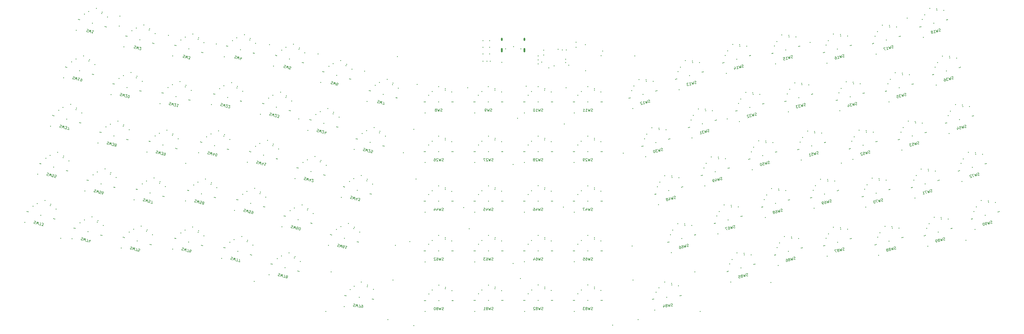
<source format=gbr>
%TF.GenerationSoftware,KiCad,Pcbnew,(5.99.0-12367-g21313a4c1a)*%
%TF.CreationDate,2021-09-16T15:19:45+01:00*%
%TF.ProjectId,superlyra,73757065-726c-4797-9261-2e6b69636164,0.1*%
%TF.SameCoordinates,Original*%
%TF.FileFunction,Legend,Bot*%
%TF.FilePolarity,Positive*%
%FSLAX46Y46*%
G04 Gerber Fmt 4.6, Leading zero omitted, Abs format (unit mm)*
G04 Created by KiCad (PCBNEW (5.99.0-12367-g21313a4c1a)) date 2021-09-16 15:19:45*
%MOMM*%
%LPD*%
G01*
G04 APERTURE LIST*
%ADD10C,0.150000*%
%ADD11C,0.350000*%
%ADD12O,0.600000X1.700000*%
%ADD13O,0.600000X1.200000*%
G04 APERTURE END LIST*
D10*
%TO.C,SW79*%
X148974367Y-179040347D02*
X149122218Y-179011782D01*
X149358276Y-179042860D01*
X149446484Y-179102502D01*
X149487480Y-179155930D01*
X149522261Y-179256569D01*
X149509830Y-179350992D01*
X149450187Y-179439200D01*
X149396760Y-179480196D01*
X149296121Y-179514976D01*
X149101059Y-179537326D01*
X149000420Y-179572106D01*
X148946993Y-179613103D01*
X148887350Y-179701310D01*
X148874919Y-179795734D01*
X148909700Y-179896373D01*
X148950696Y-179949800D01*
X149038903Y-180009442D01*
X149274962Y-180040520D01*
X149422812Y-180011955D01*
X149747078Y-180102675D02*
X150113663Y-179142308D01*
X150209276Y-179875345D01*
X150491356Y-179192033D01*
X150596888Y-180214555D01*
X150880158Y-180251848D02*
X151541121Y-180338866D01*
X151246743Y-179291481D01*
X152096553Y-179403361D02*
X152285399Y-179428223D01*
X152373607Y-179487866D01*
X152414603Y-179541293D01*
X152490380Y-179695359D01*
X152512729Y-179890421D01*
X152463005Y-180268114D01*
X152403362Y-180356322D01*
X152349935Y-180397318D01*
X152249296Y-180432099D01*
X152060450Y-180407237D01*
X151972242Y-180347594D01*
X151931246Y-180294167D01*
X151896465Y-180193528D01*
X151927543Y-179957470D01*
X151987186Y-179869262D01*
X152040613Y-179828266D01*
X152141252Y-179793485D01*
X152330098Y-179818347D01*
X152418306Y-179877990D01*
X152459302Y-179931417D01*
X152494083Y-180032056D01*
%TO.C,SW84*%
X270866296Y-179842945D02*
X270730876Y-179908804D01*
X270494818Y-179939881D01*
X270394179Y-179905101D01*
X270340752Y-179864105D01*
X270281109Y-179775897D01*
X270268678Y-179681473D01*
X270303459Y-179580835D01*
X270344455Y-179527407D01*
X270432663Y-179467765D01*
X270615294Y-179395691D01*
X270703501Y-179336048D01*
X270744498Y-179282621D01*
X270779278Y-179181982D01*
X270766847Y-179087559D01*
X270707204Y-178999351D01*
X270653777Y-178958355D01*
X270553138Y-178923574D01*
X270317080Y-178954652D01*
X270181661Y-179020510D01*
X269844963Y-179016807D02*
X269739431Y-180039330D01*
X269457352Y-179356017D01*
X269361738Y-180089054D01*
X268995154Y-179128687D01*
X268531765Y-179621963D02*
X268619973Y-179562320D01*
X268660969Y-179508893D01*
X268695750Y-179408254D01*
X268689534Y-179361042D01*
X268629891Y-179272834D01*
X268576464Y-179231838D01*
X268475825Y-179197058D01*
X268286979Y-179221920D01*
X268198771Y-179281563D01*
X268157775Y-179334990D01*
X268122994Y-179435629D01*
X268129210Y-179482840D01*
X268188852Y-179571048D01*
X268242280Y-179612044D01*
X268342918Y-179646825D01*
X268531765Y-179621963D01*
X268632404Y-179656743D01*
X268685831Y-179697739D01*
X268745474Y-179785947D01*
X268770336Y-179974794D01*
X268735555Y-180075433D01*
X268694559Y-180128860D01*
X268606351Y-180188503D01*
X268417505Y-180213365D01*
X268316866Y-180178584D01*
X268263439Y-180137588D01*
X268203796Y-180049380D01*
X268178934Y-179860534D01*
X268213715Y-179759895D01*
X268254711Y-179706468D01*
X268342918Y-179646825D01*
X267291831Y-179689143D02*
X267378848Y-180350106D01*
X267478165Y-179280372D02*
X267807456Y-179957470D01*
X267193705Y-180038271D01*
%TO.C,SW1*%
X47164138Y-73824214D02*
X47314453Y-73815192D01*
X47544435Y-73876816D01*
X47624103Y-73947462D01*
X47657775Y-74005783D01*
X47679122Y-74110100D01*
X47654473Y-74202093D01*
X47583827Y-74281762D01*
X47525505Y-74315433D01*
X47421188Y-74336780D01*
X47224877Y-74333478D01*
X47120560Y-74354825D01*
X47062238Y-74388497D01*
X46991592Y-74468165D01*
X46966943Y-74560158D01*
X46988290Y-74664476D01*
X47021962Y-74722797D01*
X47101630Y-74793443D01*
X47331612Y-74855066D01*
X47481926Y-74846044D01*
X47791577Y-74978313D02*
X48280378Y-74074011D01*
X48279494Y-74813257D01*
X48648350Y-74172609D01*
X48619513Y-75200158D01*
X49752265Y-74468402D02*
X49200308Y-74320506D01*
X49476287Y-74394454D02*
X49217468Y-75360380D01*
X49162449Y-75197741D01*
X49095105Y-75081098D01*
X49015437Y-75010453D01*
%TO.C,SW2*%
X65322137Y-80179785D02*
X65472452Y-80170763D01*
X65702434Y-80232387D01*
X65782102Y-80303033D01*
X65815774Y-80361354D01*
X65837121Y-80465671D01*
X65812472Y-80557664D01*
X65741826Y-80637333D01*
X65683504Y-80671004D01*
X65579187Y-80692351D01*
X65382876Y-80689049D01*
X65278559Y-80710396D01*
X65220237Y-80744068D01*
X65149591Y-80823736D01*
X65124942Y-80915729D01*
X65146289Y-81020047D01*
X65179961Y-81078368D01*
X65259629Y-81149014D01*
X65489611Y-81210637D01*
X65639925Y-81201615D01*
X65949576Y-81333884D02*
X66438377Y-80429582D01*
X66437493Y-81168828D01*
X66806349Y-80528180D01*
X66777512Y-81555729D01*
X67124137Y-81550009D02*
X67157809Y-81608331D01*
X67237477Y-81678976D01*
X67467459Y-81740600D01*
X67571777Y-81719253D01*
X67630098Y-81685581D01*
X67700744Y-81605913D01*
X67725394Y-81513920D01*
X67716371Y-81363606D01*
X67312310Y-80663752D01*
X67910264Y-80823973D01*
%TO.C,SW3*%
X84018661Y-83689043D02*
X84168976Y-83680021D01*
X84398958Y-83741645D01*
X84478626Y-83812291D01*
X84512298Y-83870612D01*
X84533645Y-83974929D01*
X84508996Y-84066922D01*
X84438350Y-84146591D01*
X84380028Y-84180262D01*
X84275711Y-84201609D01*
X84079400Y-84198307D01*
X83975083Y-84219654D01*
X83916761Y-84253326D01*
X83846115Y-84332994D01*
X83821466Y-84424987D01*
X83842813Y-84529305D01*
X83876485Y-84587626D01*
X83956153Y-84658272D01*
X84186135Y-84719895D01*
X84336449Y-84710873D01*
X84646100Y-84843142D02*
X85134901Y-83938840D01*
X85134017Y-84678086D01*
X85502873Y-84037438D01*
X85474036Y-85064987D01*
X85750015Y-85138936D02*
X86347969Y-85299157D01*
X86124592Y-84844912D01*
X86262581Y-84881886D01*
X86366899Y-84860539D01*
X86425220Y-84826868D01*
X86495866Y-84747199D01*
X86557490Y-84517217D01*
X86536143Y-84412899D01*
X86502471Y-84354578D01*
X86422803Y-84283932D01*
X86146824Y-84209984D01*
X86042506Y-84231331D01*
X85984185Y-84265003D01*
%TO.C,SW4*%
X103729824Y-83958252D02*
X103880139Y-83949230D01*
X104110121Y-84010854D01*
X104189789Y-84081500D01*
X104223461Y-84139821D01*
X104244808Y-84244138D01*
X104220159Y-84336131D01*
X104149513Y-84415800D01*
X104091191Y-84449471D01*
X103986874Y-84470818D01*
X103790563Y-84467516D01*
X103686246Y-84488863D01*
X103627924Y-84522535D01*
X103557278Y-84602203D01*
X103532629Y-84694196D01*
X103553976Y-84798514D01*
X103587648Y-84856835D01*
X103667316Y-84927481D01*
X103897298Y-84989104D01*
X104047612Y-84980082D01*
X104357263Y-85112351D02*
X104846064Y-84208049D01*
X104845180Y-84947295D01*
X105214036Y-84306647D01*
X105185199Y-85334196D01*
X106053412Y-85221741D02*
X106225958Y-84577791D01*
X105724832Y-85528089D02*
X105679721Y-84776519D01*
X106277675Y-84936740D01*
%TO.C,SW5*%
X122502368Y-87563951D02*
X122652683Y-87554929D01*
X122882665Y-87616553D01*
X122962333Y-87687199D01*
X122996005Y-87745520D01*
X123017352Y-87849837D01*
X122992703Y-87941830D01*
X122922057Y-88021499D01*
X122863735Y-88055170D01*
X122759418Y-88076517D01*
X122563107Y-88073215D01*
X122458790Y-88094562D01*
X122400468Y-88128234D01*
X122329822Y-88207902D01*
X122305173Y-88299895D01*
X122326520Y-88404213D01*
X122360192Y-88462534D01*
X122439860Y-88533180D01*
X122669842Y-88594803D01*
X122820156Y-88585781D01*
X123129807Y-88718050D02*
X123618608Y-87813748D01*
X123617724Y-88552994D01*
X123986580Y-87912346D01*
X123957743Y-88939895D01*
X124785680Y-89161740D02*
X124325715Y-89038493D01*
X124402966Y-88566204D01*
X124436638Y-88624525D01*
X124516306Y-88695171D01*
X124746288Y-88756794D01*
X124850606Y-88735447D01*
X124908927Y-88701776D01*
X124979573Y-88622107D01*
X125041197Y-88392125D01*
X125019850Y-88287807D01*
X124986178Y-88229486D01*
X124906510Y-88158840D01*
X124676527Y-88097217D01*
X124572210Y-88118564D01*
X124513888Y-88152235D01*
%TO.C,SW6*%
X140526910Y-93817370D02*
X140677225Y-93808348D01*
X140907207Y-93869972D01*
X140986875Y-93940618D01*
X141020547Y-93998939D01*
X141041894Y-94103256D01*
X141017245Y-94195249D01*
X140946599Y-94274918D01*
X140888277Y-94308589D01*
X140783960Y-94329936D01*
X140587649Y-94326634D01*
X140483332Y-94347981D01*
X140425010Y-94381653D01*
X140354364Y-94461321D01*
X140329715Y-94553314D01*
X140351062Y-94657632D01*
X140384734Y-94715953D01*
X140464402Y-94786599D01*
X140694384Y-94848222D01*
X140844698Y-94839200D01*
X141154349Y-94971469D02*
X141643150Y-94067167D01*
X141642266Y-94806413D01*
X142011122Y-94165765D01*
X141982285Y-95193314D01*
X142764225Y-95402835D02*
X142580240Y-95353536D01*
X142500571Y-95282890D01*
X142466900Y-95224569D01*
X142411881Y-95061930D01*
X142415183Y-94865619D01*
X142513781Y-94497647D01*
X142584427Y-94417979D01*
X142642748Y-94384307D01*
X142747066Y-94362960D01*
X142931052Y-94412259D01*
X143010720Y-94482905D01*
X143044392Y-94541226D01*
X143065739Y-94645544D01*
X143004115Y-94875526D01*
X142933469Y-94955195D01*
X142875148Y-94988866D01*
X142770830Y-95010213D01*
X142586844Y-94960914D01*
X142507176Y-94890269D01*
X142473504Y-94831947D01*
X142452157Y-94727630D01*
%TO.C,SW7*%
X158267215Y-101066189D02*
X158417530Y-101057167D01*
X158647512Y-101118791D01*
X158727180Y-101189437D01*
X158760852Y-101247758D01*
X158782199Y-101352075D01*
X158757550Y-101444068D01*
X158686904Y-101523737D01*
X158628582Y-101557408D01*
X158524265Y-101578755D01*
X158327954Y-101575453D01*
X158223637Y-101596800D01*
X158165315Y-101630472D01*
X158094669Y-101710140D01*
X158070020Y-101802133D01*
X158091367Y-101906451D01*
X158125039Y-101964772D01*
X158204707Y-102035418D01*
X158434689Y-102097041D01*
X158585003Y-102088019D01*
X158894654Y-102220288D02*
X159383455Y-101315986D01*
X159382571Y-102055232D01*
X159751427Y-101414584D01*
X159722590Y-102442133D01*
X159998569Y-102516082D02*
X160642520Y-102688628D01*
X160487371Y-101611779D01*
%TO.C,SW8*%
X182813360Y-105248621D02*
X182670503Y-105296240D01*
X182432407Y-105296240D01*
X182337169Y-105248621D01*
X182289550Y-105201002D01*
X182241931Y-105105764D01*
X182241931Y-105010526D01*
X182289550Y-104915288D01*
X182337169Y-104867669D01*
X182432407Y-104820050D01*
X182622884Y-104772431D01*
X182718122Y-104724812D01*
X182765741Y-104677193D01*
X182813360Y-104581955D01*
X182813360Y-104486717D01*
X182765741Y-104391479D01*
X182718122Y-104343860D01*
X182622884Y-104296240D01*
X182384788Y-104296240D01*
X182241931Y-104343860D01*
X181908598Y-104296240D02*
X181670503Y-105296240D01*
X181480027Y-104581955D01*
X181289550Y-105296240D01*
X181051455Y-104296240D01*
X180527646Y-104724812D02*
X180622884Y-104677193D01*
X180670503Y-104629574D01*
X180718122Y-104534336D01*
X180718122Y-104486717D01*
X180670503Y-104391479D01*
X180622884Y-104343860D01*
X180527646Y-104296240D01*
X180337169Y-104296240D01*
X180241931Y-104343860D01*
X180194312Y-104391479D01*
X180146693Y-104486717D01*
X180146693Y-104534336D01*
X180194312Y-104629574D01*
X180241931Y-104677193D01*
X180337169Y-104724812D01*
X180527646Y-104724812D01*
X180622884Y-104772431D01*
X180670503Y-104820050D01*
X180718122Y-104915288D01*
X180718122Y-105105764D01*
X180670503Y-105201002D01*
X180622884Y-105248621D01*
X180527646Y-105296240D01*
X180337169Y-105296240D01*
X180241931Y-105248621D01*
X180194312Y-105201002D01*
X180146693Y-105105764D01*
X180146693Y-104915288D01*
X180194312Y-104820050D01*
X180241931Y-104772431D01*
X180337169Y-104724812D01*
%TO.C,SW9*%
X201797271Y-105249383D02*
X201654414Y-105297002D01*
X201416318Y-105297002D01*
X201321080Y-105249383D01*
X201273461Y-105201764D01*
X201225842Y-105106526D01*
X201225842Y-105011288D01*
X201273461Y-104916050D01*
X201321080Y-104868431D01*
X201416318Y-104820812D01*
X201606795Y-104773193D01*
X201702033Y-104725574D01*
X201749652Y-104677955D01*
X201797271Y-104582717D01*
X201797271Y-104487479D01*
X201749652Y-104392241D01*
X201702033Y-104344622D01*
X201606795Y-104297002D01*
X201368699Y-104297002D01*
X201225842Y-104344622D01*
X200892509Y-104297002D02*
X200654414Y-105297002D01*
X200463938Y-104582717D01*
X200273461Y-105297002D01*
X200035366Y-104297002D01*
X199606795Y-105297002D02*
X199416318Y-105297002D01*
X199321080Y-105249383D01*
X199273461Y-105201764D01*
X199178223Y-105058907D01*
X199130604Y-104868431D01*
X199130604Y-104487479D01*
X199178223Y-104392241D01*
X199225842Y-104344622D01*
X199321080Y-104297002D01*
X199511557Y-104297002D01*
X199606795Y-104344622D01*
X199654414Y-104392241D01*
X199702033Y-104487479D01*
X199702033Y-104725574D01*
X199654414Y-104820812D01*
X199606795Y-104868431D01*
X199511557Y-104916050D01*
X199321080Y-104916050D01*
X199225842Y-104868431D01*
X199178223Y-104820812D01*
X199130604Y-104725574D01*
%TO.C,SW10*%
X221277622Y-105249611D02*
X221134765Y-105297230D01*
X220896670Y-105297230D01*
X220801432Y-105249611D01*
X220753813Y-105201992D01*
X220706194Y-105106754D01*
X220706194Y-105011516D01*
X220753813Y-104916278D01*
X220801432Y-104868659D01*
X220896670Y-104821040D01*
X221087146Y-104773421D01*
X221182384Y-104725802D01*
X221230003Y-104678183D01*
X221277622Y-104582945D01*
X221277622Y-104487707D01*
X221230003Y-104392469D01*
X221182384Y-104344850D01*
X221087146Y-104297230D01*
X220849051Y-104297230D01*
X220706194Y-104344850D01*
X220372860Y-104297230D02*
X220134765Y-105297230D01*
X219944289Y-104582945D01*
X219753813Y-105297230D01*
X219515718Y-104297230D01*
X218610956Y-105297230D02*
X219182384Y-105297230D01*
X218896670Y-105297230D02*
X218896670Y-104297230D01*
X218991908Y-104440088D01*
X219087146Y-104535326D01*
X219182384Y-104582945D01*
X217991908Y-104297230D02*
X217896670Y-104297230D01*
X217801432Y-104344850D01*
X217753813Y-104392469D01*
X217706194Y-104487707D01*
X217658575Y-104678183D01*
X217658575Y-104916278D01*
X217706194Y-105106754D01*
X217753813Y-105201992D01*
X217801432Y-105249611D01*
X217896670Y-105297230D01*
X217991908Y-105297230D01*
X218087146Y-105249611D01*
X218134765Y-105201992D01*
X218182384Y-105106754D01*
X218230003Y-104916278D01*
X218230003Y-104678183D01*
X218182384Y-104487707D01*
X218134765Y-104392469D01*
X218087146Y-104344850D01*
X217991908Y-104297230D01*
%TO.C,SW11*%
X240266469Y-105249463D02*
X240123612Y-105297082D01*
X239885517Y-105297082D01*
X239790279Y-105249463D01*
X239742660Y-105201844D01*
X239695041Y-105106606D01*
X239695041Y-105011368D01*
X239742660Y-104916130D01*
X239790279Y-104868511D01*
X239885517Y-104820892D01*
X240075993Y-104773273D01*
X240171231Y-104725654D01*
X240218850Y-104678035D01*
X240266469Y-104582797D01*
X240266469Y-104487559D01*
X240218850Y-104392321D01*
X240171231Y-104344702D01*
X240075993Y-104297082D01*
X239837898Y-104297082D01*
X239695041Y-104344702D01*
X239361707Y-104297082D02*
X239123612Y-105297082D01*
X238933136Y-104582797D01*
X238742660Y-105297082D01*
X238504565Y-104297082D01*
X237599803Y-105297082D02*
X238171231Y-105297082D01*
X237885517Y-105297082D02*
X237885517Y-104297082D01*
X237980755Y-104439940D01*
X238075993Y-104535178D01*
X238171231Y-104582797D01*
X236647422Y-105297082D02*
X237218850Y-105297082D01*
X236933136Y-105297082D02*
X236933136Y-104297082D01*
X237028374Y-104439940D01*
X237123612Y-104535178D01*
X237218850Y-104582797D01*
%TO.C,SW12*%
X262217298Y-101768059D02*
X262091634Y-101851030D01*
X261861651Y-101912653D01*
X261757334Y-101891306D01*
X261699013Y-101857635D01*
X261628367Y-101777966D01*
X261603717Y-101685974D01*
X261625064Y-101581656D01*
X261658736Y-101523335D01*
X261738404Y-101452689D01*
X261910065Y-101357393D01*
X261989734Y-101286748D01*
X262023405Y-101228426D01*
X262044752Y-101124109D01*
X262020103Y-101032116D01*
X261949457Y-100952448D01*
X261891136Y-100918776D01*
X261786818Y-100897429D01*
X261556836Y-100959052D01*
X261431171Y-101042023D01*
X261096871Y-101082300D02*
X261125708Y-102109849D01*
X260756851Y-101469201D01*
X260757736Y-102208447D01*
X260268935Y-101304144D01*
X259653821Y-102504240D02*
X260205778Y-102356343D01*
X259929800Y-102430292D02*
X259670981Y-101464366D01*
X259799948Y-101577706D01*
X259916590Y-101645049D01*
X260020908Y-101666396D01*
X259051680Y-101728905D02*
X258993358Y-101695233D01*
X258889041Y-101673886D01*
X258659058Y-101735509D01*
X258579390Y-101806155D01*
X258545718Y-101864477D01*
X258524371Y-101968794D01*
X258549021Y-102060787D01*
X258631991Y-102186452D01*
X259331846Y-102590513D01*
X258733892Y-102750734D01*
%TO.C,SW13*%
X279937390Y-94540457D02*
X279811726Y-94623428D01*
X279581743Y-94685051D01*
X279477426Y-94663704D01*
X279419105Y-94630033D01*
X279348459Y-94550364D01*
X279323809Y-94458372D01*
X279345156Y-94354054D01*
X279378828Y-94295733D01*
X279458496Y-94225087D01*
X279630157Y-94129791D01*
X279709826Y-94059146D01*
X279743497Y-94000824D01*
X279764844Y-93896507D01*
X279740195Y-93804514D01*
X279669549Y-93724846D01*
X279611228Y-93691174D01*
X279506910Y-93669827D01*
X279276928Y-93731450D01*
X279151263Y-93814421D01*
X278816963Y-93854698D02*
X278845800Y-94882247D01*
X278476943Y-94241599D01*
X278477828Y-94980845D01*
X277989027Y-94076542D01*
X277373913Y-95276638D02*
X277925870Y-95128741D01*
X277649892Y-95202690D02*
X277391073Y-94236764D01*
X277520040Y-94350104D01*
X277636682Y-94417447D01*
X277741000Y-94438794D01*
X276793119Y-94396985D02*
X276195164Y-94557206D01*
X276615737Y-94838905D01*
X276477748Y-94875879D01*
X276398080Y-94946525D01*
X276364408Y-95004846D01*
X276343061Y-95109164D01*
X276404685Y-95339146D01*
X276475331Y-95418815D01*
X276533652Y-95452486D01*
X276637969Y-95473833D01*
X276913948Y-95399885D01*
X276993616Y-95329239D01*
X277027288Y-95270918D01*
%TO.C,SW14*%
X297973398Y-88287842D02*
X297847734Y-88370813D01*
X297617751Y-88432436D01*
X297513434Y-88411089D01*
X297455113Y-88377418D01*
X297384467Y-88297749D01*
X297359817Y-88205757D01*
X297381164Y-88101439D01*
X297414836Y-88043118D01*
X297494504Y-87972472D01*
X297666165Y-87877176D01*
X297745834Y-87806531D01*
X297779505Y-87748209D01*
X297800852Y-87643892D01*
X297776203Y-87551899D01*
X297705557Y-87472231D01*
X297647236Y-87438559D01*
X297542918Y-87417212D01*
X297312936Y-87478835D01*
X297187271Y-87561806D01*
X296852971Y-87602083D02*
X296881808Y-88629632D01*
X296512951Y-87988984D01*
X296513836Y-88728230D01*
X296025035Y-87823927D01*
X295409921Y-89024023D02*
X295961878Y-88876126D01*
X295685900Y-88950075D02*
X295427081Y-87984149D01*
X295556048Y-88097489D01*
X295672690Y-88164832D01*
X295777008Y-88186179D01*
X294409438Y-88601917D02*
X294581984Y-89245868D01*
X294540823Y-88172322D02*
X294955676Y-88800645D01*
X294357722Y-88960867D01*
%TO.C,SW15*%
X316758339Y-84705430D02*
X316632675Y-84788401D01*
X316402692Y-84850024D01*
X316298375Y-84828677D01*
X316240054Y-84795006D01*
X316169408Y-84715337D01*
X316144758Y-84623345D01*
X316166105Y-84519027D01*
X316199777Y-84460706D01*
X316279445Y-84390060D01*
X316451106Y-84294764D01*
X316530775Y-84224119D01*
X316564446Y-84165797D01*
X316585793Y-84061480D01*
X316561144Y-83969487D01*
X316490498Y-83889819D01*
X316432177Y-83856147D01*
X316327859Y-83834800D01*
X316097877Y-83896423D01*
X315972212Y-83979394D01*
X315637912Y-84019671D02*
X315666749Y-85047220D01*
X315297892Y-84406572D01*
X315298777Y-85145818D01*
X314809976Y-84241515D01*
X314194862Y-85441611D02*
X314746819Y-85293714D01*
X314470841Y-85367663D02*
X314212022Y-84401737D01*
X314340989Y-84515077D01*
X314457631Y-84582420D01*
X314561949Y-84603767D01*
X313062110Y-84709855D02*
X313522075Y-84586607D01*
X313691318Y-85034247D01*
X313632997Y-85000576D01*
X313528679Y-84979229D01*
X313298697Y-85040852D01*
X313219029Y-85111498D01*
X313185357Y-85169819D01*
X313164010Y-85274137D01*
X313225634Y-85504119D01*
X313296280Y-85583788D01*
X313354601Y-85617459D01*
X313458918Y-85638806D01*
X313688901Y-85577183D01*
X313768569Y-85506537D01*
X313802241Y-85448216D01*
%TO.C,SW16*%
X336457165Y-84373583D02*
X336331501Y-84456554D01*
X336101518Y-84518177D01*
X335997201Y-84496830D01*
X335938880Y-84463159D01*
X335868234Y-84383490D01*
X335843584Y-84291498D01*
X335864931Y-84187180D01*
X335898603Y-84128859D01*
X335978271Y-84058213D01*
X336149932Y-83962917D01*
X336229601Y-83892272D01*
X336263272Y-83833950D01*
X336284619Y-83729633D01*
X336259970Y-83637640D01*
X336189324Y-83557972D01*
X336131003Y-83524300D01*
X336026685Y-83502953D01*
X335796703Y-83564576D01*
X335671038Y-83647547D01*
X335336738Y-83687824D02*
X335365575Y-84715373D01*
X334996718Y-84074725D01*
X334997603Y-84813971D01*
X334508802Y-83909668D01*
X333893688Y-85109764D02*
X334445645Y-84961867D01*
X334169667Y-85035816D02*
X333910848Y-84069890D01*
X334039815Y-84183230D01*
X334156457Y-84250573D01*
X334260775Y-84271920D01*
X332806932Y-84365683D02*
X332990918Y-84316384D01*
X333095236Y-84337731D01*
X333153557Y-84371403D01*
X333282524Y-84484743D01*
X333377820Y-84656404D01*
X333476417Y-85024376D01*
X333455070Y-85128693D01*
X333421398Y-85187015D01*
X333341730Y-85257660D01*
X333157744Y-85306959D01*
X333053427Y-85285612D01*
X332995106Y-85251941D01*
X332924460Y-85172272D01*
X332862836Y-84942290D01*
X332884183Y-84837972D01*
X332917855Y-84779651D01*
X332997523Y-84709005D01*
X333181509Y-84659706D01*
X333285827Y-84681053D01*
X333344148Y-84714725D01*
X333414794Y-84794393D01*
%TO.C,SW17*%
X355192141Y-80921434D02*
X355066477Y-81004405D01*
X354836494Y-81066028D01*
X354732177Y-81044681D01*
X354673856Y-81011010D01*
X354603210Y-80931341D01*
X354578560Y-80839349D01*
X354599907Y-80735031D01*
X354633579Y-80676710D01*
X354713247Y-80606064D01*
X354884908Y-80510768D01*
X354964577Y-80440123D01*
X354998248Y-80381801D01*
X355019595Y-80277484D01*
X354994946Y-80185491D01*
X354924300Y-80105823D01*
X354865979Y-80072151D01*
X354761661Y-80050804D01*
X354531679Y-80112427D01*
X354406014Y-80195398D01*
X354071714Y-80235675D02*
X354100551Y-81263224D01*
X353731694Y-80622576D01*
X353732579Y-81361822D01*
X353243778Y-80457519D01*
X352628664Y-81657615D02*
X353180621Y-81509718D01*
X352904643Y-81583667D02*
X352645824Y-80617741D01*
X352774791Y-80731081D01*
X352891433Y-80798424D01*
X352995751Y-80819771D01*
X352047870Y-80777962D02*
X351403919Y-80950508D01*
X352076706Y-81805511D01*
%TO.C,SW18*%
X373253836Y-74529145D02*
X373128172Y-74612116D01*
X372898189Y-74673739D01*
X372793872Y-74652392D01*
X372735551Y-74618721D01*
X372664905Y-74539052D01*
X372640255Y-74447060D01*
X372661602Y-74342742D01*
X372695274Y-74284421D01*
X372774942Y-74213775D01*
X372946603Y-74118479D01*
X373026272Y-74047834D01*
X373059943Y-73989512D01*
X373081290Y-73885195D01*
X373056641Y-73793202D01*
X372985995Y-73713534D01*
X372927674Y-73679862D01*
X372823356Y-73658515D01*
X372593374Y-73720138D01*
X372467709Y-73803109D01*
X372133409Y-73843386D02*
X372162246Y-74870935D01*
X371793389Y-74230287D01*
X371794274Y-74969533D01*
X371305473Y-74065230D01*
X370690359Y-75265326D02*
X371242316Y-75117429D01*
X370966338Y-75191378D02*
X370707519Y-74225452D01*
X370836486Y-74338792D01*
X370953128Y-74406135D01*
X371057446Y-74427482D01*
X369990505Y-74861265D02*
X370070173Y-74790619D01*
X370103845Y-74732298D01*
X370125192Y-74627980D01*
X370112867Y-74581984D01*
X370042221Y-74502315D01*
X369983900Y-74468644D01*
X369879582Y-74447297D01*
X369695596Y-74496595D01*
X369615928Y-74567241D01*
X369582256Y-74625563D01*
X369560909Y-74729880D01*
X369573234Y-74775877D01*
X369643880Y-74855545D01*
X369702201Y-74889217D01*
X369806519Y-74910564D01*
X369990505Y-74861265D01*
X370094822Y-74882612D01*
X370153144Y-74916284D01*
X370223789Y-74995952D01*
X370273088Y-75179938D01*
X370251741Y-75284255D01*
X370218069Y-75342577D01*
X370138401Y-75413222D01*
X369954415Y-75462521D01*
X369850098Y-75441174D01*
X369791777Y-75407503D01*
X369721131Y-75327834D01*
X369671832Y-75143848D01*
X369693179Y-75039531D01*
X369726851Y-74981210D01*
X369806519Y-74910564D01*
%TO.C,SW19*%
X41835637Y-91929948D02*
X41985951Y-91920926D01*
X42215933Y-91982550D01*
X42295601Y-92053195D01*
X42329273Y-92111517D01*
X42350620Y-92215834D01*
X42325971Y-92307827D01*
X42255325Y-92387495D01*
X42197004Y-92421167D01*
X42092686Y-92442514D01*
X41896376Y-92439212D01*
X41792058Y-92460559D01*
X41733737Y-92494231D01*
X41663091Y-92573899D01*
X41638441Y-92665892D01*
X41659788Y-92770209D01*
X41693460Y-92828531D01*
X41773128Y-92899177D01*
X42003111Y-92960800D01*
X42153425Y-92951778D01*
X42463075Y-93084047D02*
X42951877Y-92179745D01*
X42950992Y-92918991D01*
X43319848Y-92278343D01*
X43291012Y-93305892D01*
X44423764Y-92574136D02*
X43871806Y-92426239D01*
X44147785Y-92500188D02*
X43888966Y-93466113D01*
X43833947Y-93303475D01*
X43766604Y-93186832D01*
X43686935Y-93116186D01*
X44883728Y-92697383D02*
X45067714Y-92746682D01*
X45147382Y-92817328D01*
X45181054Y-92875649D01*
X45236073Y-93038288D01*
X45232771Y-93234598D01*
X45134173Y-93602570D01*
X45063527Y-93682238D01*
X45005206Y-93715910D01*
X44900888Y-93737257D01*
X44716902Y-93687958D01*
X44637234Y-93617312D01*
X44603562Y-93558991D01*
X44582215Y-93454674D01*
X44643839Y-93224691D01*
X44714485Y-93145023D01*
X44772806Y-93111351D01*
X44877124Y-93090004D01*
X45061109Y-93139303D01*
X45140778Y-93209949D01*
X45174449Y-93268270D01*
X45195796Y-93372588D01*
%TO.C,SW20*%
X59965406Y-98322674D02*
X60115720Y-98313652D01*
X60345702Y-98375276D01*
X60425370Y-98445921D01*
X60459042Y-98504243D01*
X60480389Y-98608560D01*
X60455740Y-98700553D01*
X60385094Y-98780221D01*
X60326773Y-98813893D01*
X60222455Y-98835240D01*
X60026145Y-98831938D01*
X59921827Y-98853285D01*
X59863506Y-98886957D01*
X59792860Y-98966625D01*
X59768210Y-99058618D01*
X59789557Y-99162935D01*
X59823229Y-99221257D01*
X59902897Y-99291903D01*
X60132880Y-99353526D01*
X60283194Y-99344504D01*
X60592844Y-99476773D02*
X61081646Y-98572471D01*
X61080761Y-99311717D01*
X61449617Y-98671069D01*
X61420781Y-99698618D01*
X61767406Y-99692898D02*
X61801077Y-99751219D01*
X61880745Y-99821865D01*
X62110728Y-99883489D01*
X62215045Y-99862142D01*
X62273367Y-99828470D01*
X62344013Y-99748802D01*
X62368662Y-99656809D01*
X62359640Y-99506495D01*
X61955579Y-98806641D01*
X62553533Y-98966862D01*
X62892668Y-100093009D02*
X62984661Y-100117659D01*
X63088978Y-100096311D01*
X63147300Y-100062640D01*
X63217945Y-99982972D01*
X63313241Y-99811310D01*
X63374864Y-99581328D01*
X63378167Y-99385017D01*
X63356820Y-99280700D01*
X63323148Y-99222379D01*
X63243480Y-99151733D01*
X63151487Y-99127083D01*
X63047169Y-99148430D01*
X62988848Y-99182102D01*
X62918202Y-99261770D01*
X62822907Y-99433431D01*
X62761283Y-99663414D01*
X62757981Y-99859724D01*
X62779328Y-99964042D01*
X62813000Y-100022363D01*
X62892668Y-100093009D01*
%TO.C,SW21*%
X78666315Y-101792679D02*
X78816629Y-101783657D01*
X79046611Y-101845281D01*
X79126279Y-101915926D01*
X79159951Y-101974248D01*
X79181298Y-102078565D01*
X79156649Y-102170558D01*
X79086003Y-102250226D01*
X79027682Y-102283898D01*
X78923364Y-102305245D01*
X78727054Y-102301943D01*
X78622736Y-102323290D01*
X78564415Y-102356962D01*
X78493769Y-102436630D01*
X78469119Y-102528623D01*
X78490466Y-102632940D01*
X78524138Y-102691262D01*
X78603806Y-102761908D01*
X78833789Y-102823531D01*
X78984103Y-102814509D01*
X79293753Y-102946778D02*
X79782555Y-102042476D01*
X79781670Y-102781722D01*
X80150526Y-102141074D01*
X80121690Y-103168623D01*
X80468315Y-103162903D02*
X80501986Y-103221224D01*
X80581654Y-103291870D01*
X80811637Y-103353494D01*
X80915954Y-103332147D01*
X80974276Y-103298475D01*
X81044922Y-103218807D01*
X81069571Y-103126814D01*
X81060549Y-102976500D01*
X80656488Y-102276646D01*
X81254442Y-102436867D01*
X82174371Y-102683361D02*
X81622413Y-102535465D01*
X81898392Y-102609413D02*
X81639573Y-103575339D01*
X81584554Y-103412700D01*
X81517211Y-103296058D01*
X81437543Y-103225412D01*
%TO.C,SW22*%
X98356528Y-102204054D02*
X98506842Y-102195032D01*
X98736824Y-102256656D01*
X98816492Y-102327301D01*
X98850164Y-102385623D01*
X98871511Y-102489940D01*
X98846862Y-102581933D01*
X98776216Y-102661601D01*
X98717895Y-102695273D01*
X98613577Y-102716620D01*
X98417267Y-102713318D01*
X98312949Y-102734665D01*
X98254628Y-102768337D01*
X98183982Y-102848005D01*
X98159332Y-102939998D01*
X98180679Y-103044315D01*
X98214351Y-103102637D01*
X98294019Y-103173283D01*
X98524002Y-103234906D01*
X98674316Y-103225884D01*
X98983966Y-103358153D02*
X99472768Y-102453851D01*
X99471883Y-103193097D01*
X99840739Y-102552449D01*
X99811903Y-103579998D01*
X100158528Y-103574278D02*
X100192199Y-103632599D01*
X100271867Y-103703245D01*
X100501850Y-103764869D01*
X100606167Y-103743522D01*
X100664489Y-103709850D01*
X100735135Y-103630182D01*
X100759784Y-103538189D01*
X100750762Y-103387875D01*
X100346701Y-102688021D01*
X100944655Y-102848242D01*
X101078457Y-103820773D02*
X101112129Y-103879094D01*
X101191797Y-103949740D01*
X101421779Y-104011363D01*
X101526097Y-103990016D01*
X101584418Y-103956344D01*
X101655064Y-103876676D01*
X101679713Y-103784683D01*
X101670691Y-103634369D01*
X101266630Y-102934515D01*
X101864584Y-103094736D01*
%TO.C,SW23*%
X117060697Y-105857915D02*
X117211011Y-105848893D01*
X117440993Y-105910517D01*
X117520661Y-105981162D01*
X117554333Y-106039484D01*
X117575680Y-106143801D01*
X117551031Y-106235794D01*
X117480385Y-106315462D01*
X117422064Y-106349134D01*
X117317746Y-106370481D01*
X117121436Y-106367179D01*
X117017118Y-106388526D01*
X116958797Y-106422198D01*
X116888151Y-106501866D01*
X116863501Y-106593859D01*
X116884848Y-106698176D01*
X116918520Y-106756498D01*
X116998188Y-106827144D01*
X117228171Y-106888767D01*
X117378485Y-106879745D01*
X117688135Y-107012014D02*
X118176937Y-106107712D01*
X118176052Y-106846958D01*
X118544908Y-106206310D01*
X118516072Y-107233859D01*
X118862697Y-107228139D02*
X118896368Y-107286460D01*
X118976036Y-107357106D01*
X119206019Y-107418730D01*
X119310336Y-107397383D01*
X119368658Y-107363711D01*
X119439304Y-107284043D01*
X119463953Y-107192050D01*
X119454931Y-107041736D01*
X119050870Y-106341882D01*
X119648824Y-106502103D01*
X119711980Y-107554302D02*
X120309934Y-107714523D01*
X120086556Y-107260278D01*
X120224546Y-107297252D01*
X120328864Y-107275905D01*
X120387185Y-107242234D01*
X120457831Y-107162565D01*
X120519454Y-106932583D01*
X120498107Y-106828265D01*
X120464435Y-106769944D01*
X120384767Y-106699298D01*
X120108788Y-106625350D01*
X120004471Y-106646697D01*
X119946150Y-106680369D01*
%TO.C,SW24*%
X135136848Y-112090410D02*
X135287162Y-112081388D01*
X135517144Y-112143012D01*
X135596812Y-112213657D01*
X135630484Y-112271979D01*
X135651831Y-112376296D01*
X135627182Y-112468289D01*
X135556536Y-112547957D01*
X135498215Y-112581629D01*
X135393897Y-112602976D01*
X135197587Y-112599674D01*
X135093269Y-112621021D01*
X135034948Y-112654693D01*
X134964302Y-112734361D01*
X134939652Y-112826354D01*
X134960999Y-112930671D01*
X134994671Y-112988993D01*
X135074339Y-113059639D01*
X135304322Y-113121262D01*
X135454636Y-113112240D01*
X135764286Y-113244509D02*
X136253088Y-112340207D01*
X136252203Y-113079453D01*
X136621059Y-112438805D01*
X136592223Y-113466354D01*
X136938848Y-113460634D02*
X136972519Y-113518955D01*
X137052187Y-113589601D01*
X137282170Y-113651225D01*
X137386487Y-113629878D01*
X137444809Y-113596206D01*
X137515455Y-113516538D01*
X137540104Y-113424545D01*
X137531082Y-113274231D01*
X137127021Y-112574377D01*
X137724975Y-112734598D01*
X138380365Y-113600393D02*
X138552911Y-112956443D01*
X138051785Y-113906742D02*
X138006673Y-113155171D01*
X138604628Y-113315392D01*
%TO.C,SW25*%
X152830098Y-119388284D02*
X152980412Y-119379262D01*
X153210394Y-119440886D01*
X153290062Y-119511531D01*
X153323734Y-119569853D01*
X153345081Y-119674170D01*
X153320432Y-119766163D01*
X153249786Y-119845831D01*
X153191465Y-119879503D01*
X153087147Y-119900850D01*
X152890837Y-119897548D01*
X152786519Y-119918895D01*
X152728198Y-119952567D01*
X152657552Y-120032235D01*
X152632902Y-120124228D01*
X152654249Y-120228545D01*
X152687921Y-120286867D01*
X152767589Y-120357513D01*
X152997572Y-120419136D01*
X153147886Y-120410114D01*
X153457536Y-120542383D02*
X153946338Y-119638081D01*
X153945453Y-120377327D01*
X154314309Y-119736679D01*
X154285473Y-120764228D01*
X154632098Y-120758508D02*
X154665769Y-120816829D01*
X154745437Y-120887475D01*
X154975420Y-120949099D01*
X155079737Y-120927752D01*
X155138059Y-120894080D01*
X155208705Y-120814412D01*
X155233354Y-120722419D01*
X155224332Y-120572105D01*
X154820271Y-119872251D01*
X155418225Y-120032472D01*
X156033339Y-121232567D02*
X155573374Y-121109320D01*
X155650625Y-120637031D01*
X155684296Y-120695352D01*
X155763965Y-120765998D01*
X155993947Y-120827621D01*
X156098265Y-120806274D01*
X156156586Y-120772603D01*
X156227232Y-120692934D01*
X156288855Y-120462952D01*
X156267508Y-120358634D01*
X156233836Y-120300313D01*
X156154168Y-120229667D01*
X155924186Y-120168044D01*
X155819868Y-120189391D01*
X155761547Y-120223063D01*
%TO.C,SW26*%
X183291984Y-124266820D02*
X183149127Y-124314439D01*
X182911032Y-124314439D01*
X182815794Y-124266820D01*
X182768175Y-124219201D01*
X182720556Y-124123963D01*
X182720556Y-124028725D01*
X182768175Y-123933487D01*
X182815794Y-123885868D01*
X182911032Y-123838249D01*
X183101508Y-123790630D01*
X183196746Y-123743011D01*
X183244365Y-123695392D01*
X183291984Y-123600154D01*
X183291984Y-123504916D01*
X183244365Y-123409678D01*
X183196746Y-123362059D01*
X183101508Y-123314439D01*
X182863413Y-123314439D01*
X182720556Y-123362059D01*
X182387222Y-123314439D02*
X182149127Y-124314439D01*
X181958651Y-123600154D01*
X181768175Y-124314439D01*
X181530080Y-123314439D01*
X181196746Y-123409678D02*
X181149127Y-123362059D01*
X181053889Y-123314439D01*
X180815794Y-123314439D01*
X180720556Y-123362059D01*
X180672937Y-123409678D01*
X180625318Y-123504916D01*
X180625318Y-123600154D01*
X180672937Y-123743011D01*
X181244365Y-124314439D01*
X180625318Y-124314439D01*
X179768175Y-123314439D02*
X179958651Y-123314439D01*
X180053889Y-123362059D01*
X180101508Y-123409678D01*
X180196746Y-123552535D01*
X180244365Y-123743011D01*
X180244365Y-124123963D01*
X180196746Y-124219201D01*
X180149127Y-124266820D01*
X180053889Y-124314439D01*
X179863413Y-124314439D01*
X179768175Y-124266820D01*
X179720556Y-124219201D01*
X179672937Y-124123963D01*
X179672937Y-123885868D01*
X179720556Y-123790630D01*
X179768175Y-123743011D01*
X179863413Y-123695392D01*
X180053889Y-123695392D01*
X180149127Y-123743011D01*
X180196746Y-123790630D01*
X180244365Y-123885868D01*
%TO.C,SW27*%
X202278757Y-124267917D02*
X202135900Y-124315536D01*
X201897805Y-124315536D01*
X201802567Y-124267917D01*
X201754948Y-124220298D01*
X201707329Y-124125060D01*
X201707329Y-124029822D01*
X201754948Y-123934584D01*
X201802567Y-123886965D01*
X201897805Y-123839346D01*
X202088281Y-123791727D01*
X202183519Y-123744108D01*
X202231138Y-123696489D01*
X202278757Y-123601251D01*
X202278757Y-123506013D01*
X202231138Y-123410775D01*
X202183519Y-123363156D01*
X202088281Y-123315536D01*
X201850186Y-123315536D01*
X201707329Y-123363156D01*
X201373995Y-123315536D02*
X201135900Y-124315536D01*
X200945424Y-123601251D01*
X200754948Y-124315536D01*
X200516853Y-123315536D01*
X200183519Y-123410775D02*
X200135900Y-123363156D01*
X200040662Y-123315536D01*
X199802567Y-123315536D01*
X199707329Y-123363156D01*
X199659710Y-123410775D01*
X199612091Y-123506013D01*
X199612091Y-123601251D01*
X199659710Y-123744108D01*
X200231138Y-124315536D01*
X199612091Y-124315536D01*
X199278757Y-123315536D02*
X198612091Y-123315536D01*
X199040662Y-124315536D01*
%TO.C,SW28*%
X221268767Y-124267900D02*
X221125910Y-124315519D01*
X220887815Y-124315519D01*
X220792577Y-124267900D01*
X220744958Y-124220281D01*
X220697339Y-124125043D01*
X220697339Y-124029805D01*
X220744958Y-123934567D01*
X220792577Y-123886948D01*
X220887815Y-123839329D01*
X221078291Y-123791710D01*
X221173529Y-123744091D01*
X221221148Y-123696472D01*
X221268767Y-123601234D01*
X221268767Y-123505996D01*
X221221148Y-123410758D01*
X221173529Y-123363139D01*
X221078291Y-123315519D01*
X220840196Y-123315519D01*
X220697339Y-123363139D01*
X220364005Y-123315519D02*
X220125910Y-124315519D01*
X219935434Y-123601234D01*
X219744958Y-124315519D01*
X219506863Y-123315519D01*
X219173529Y-123410758D02*
X219125910Y-123363139D01*
X219030672Y-123315519D01*
X218792577Y-123315519D01*
X218697339Y-123363139D01*
X218649720Y-123410758D01*
X218602101Y-123505996D01*
X218602101Y-123601234D01*
X218649720Y-123744091D01*
X219221148Y-124315519D01*
X218602101Y-124315519D01*
X218030672Y-123744091D02*
X218125910Y-123696472D01*
X218173529Y-123648853D01*
X218221148Y-123553615D01*
X218221148Y-123505996D01*
X218173529Y-123410758D01*
X218125910Y-123363139D01*
X218030672Y-123315519D01*
X217840196Y-123315519D01*
X217744958Y-123363139D01*
X217697339Y-123410758D01*
X217649720Y-123505996D01*
X217649720Y-123553615D01*
X217697339Y-123648853D01*
X217744958Y-123696472D01*
X217840196Y-123744091D01*
X218030672Y-123744091D01*
X218125910Y-123791710D01*
X218173529Y-123839329D01*
X218221148Y-123934567D01*
X218221148Y-124125043D01*
X218173529Y-124220281D01*
X218125910Y-124267900D01*
X218030672Y-124315519D01*
X217840196Y-124315519D01*
X217744958Y-124267900D01*
X217697339Y-124220281D01*
X217649720Y-124125043D01*
X217649720Y-123934567D01*
X217697339Y-123839329D01*
X217744958Y-123791710D01*
X217840196Y-123744091D01*
%TO.C,SW29*%
X240249826Y-124268106D02*
X240106969Y-124315725D01*
X239868874Y-124315725D01*
X239773636Y-124268106D01*
X239726017Y-124220487D01*
X239678398Y-124125249D01*
X239678398Y-124030011D01*
X239726017Y-123934773D01*
X239773636Y-123887154D01*
X239868874Y-123839535D01*
X240059350Y-123791916D01*
X240154588Y-123744297D01*
X240202207Y-123696678D01*
X240249826Y-123601440D01*
X240249826Y-123506202D01*
X240202207Y-123410964D01*
X240154588Y-123363345D01*
X240059350Y-123315725D01*
X239821255Y-123315725D01*
X239678398Y-123363345D01*
X239345064Y-123315725D02*
X239106969Y-124315725D01*
X238916493Y-123601440D01*
X238726017Y-124315725D01*
X238487922Y-123315725D01*
X238154588Y-123410964D02*
X238106969Y-123363345D01*
X238011731Y-123315725D01*
X237773636Y-123315725D01*
X237678398Y-123363345D01*
X237630779Y-123410964D01*
X237583160Y-123506202D01*
X237583160Y-123601440D01*
X237630779Y-123744297D01*
X238202207Y-124315725D01*
X237583160Y-124315725D01*
X237106969Y-124315725D02*
X236916493Y-124315725D01*
X236821255Y-124268106D01*
X236773636Y-124220487D01*
X236678398Y-124077630D01*
X236630779Y-123887154D01*
X236630779Y-123506202D01*
X236678398Y-123410964D01*
X236726017Y-123363345D01*
X236821255Y-123315725D01*
X237011731Y-123315725D01*
X237106969Y-123363345D01*
X237154588Y-123410964D01*
X237202207Y-123506202D01*
X237202207Y-123744297D01*
X237154588Y-123839535D01*
X237106969Y-123887154D01*
X237011731Y-123934773D01*
X236821255Y-123934773D01*
X236726017Y-123887154D01*
X236678398Y-123839535D01*
X236630779Y-123744297D01*
%TO.C,SW30*%
X267126671Y-120238977D02*
X267001007Y-120321948D01*
X266771024Y-120383571D01*
X266666707Y-120362224D01*
X266608386Y-120328553D01*
X266537740Y-120248884D01*
X266513090Y-120156892D01*
X266534437Y-120052574D01*
X266568109Y-119994253D01*
X266647777Y-119923607D01*
X266819438Y-119828311D01*
X266899107Y-119757666D01*
X266932778Y-119699344D01*
X266954125Y-119595027D01*
X266929476Y-119503034D01*
X266858830Y-119423366D01*
X266800509Y-119389694D01*
X266696191Y-119368347D01*
X266466209Y-119429970D01*
X266340544Y-119512941D01*
X266006244Y-119553218D02*
X266035081Y-120580767D01*
X265666224Y-119940119D01*
X265667109Y-120679365D01*
X265178308Y-119775062D01*
X264902329Y-119849011D02*
X264304375Y-120009232D01*
X264724948Y-120290931D01*
X264586958Y-120327905D01*
X264507290Y-120398551D01*
X264473618Y-120456872D01*
X264452271Y-120561190D01*
X264513895Y-120791172D01*
X264584541Y-120870840D01*
X264642862Y-120904512D01*
X264747180Y-120925859D01*
X265023159Y-120851911D01*
X265102827Y-120781265D01*
X265136499Y-120722944D01*
X263706421Y-120169453D02*
X263614428Y-120194103D01*
X263534760Y-120264749D01*
X263501088Y-120323070D01*
X263479741Y-120427387D01*
X263483043Y-120623698D01*
X263544667Y-120853680D01*
X263639962Y-121025342D01*
X263710608Y-121105010D01*
X263768929Y-121138682D01*
X263873247Y-121160029D01*
X263965240Y-121135379D01*
X264044908Y-121064733D01*
X264078580Y-121006412D01*
X264099927Y-120902094D01*
X264096624Y-120705784D01*
X264035001Y-120475801D01*
X263939705Y-120304140D01*
X263869060Y-120224472D01*
X263810738Y-120190800D01*
X263706421Y-120169453D01*
%TO.C,SW31*%
X284878784Y-113023680D02*
X284753120Y-113106651D01*
X284523137Y-113168274D01*
X284418820Y-113146927D01*
X284360499Y-113113256D01*
X284289853Y-113033587D01*
X284265203Y-112941595D01*
X284286550Y-112837277D01*
X284320222Y-112778956D01*
X284399890Y-112708310D01*
X284571551Y-112613014D01*
X284651220Y-112542369D01*
X284684891Y-112484047D01*
X284706238Y-112379730D01*
X284681589Y-112287737D01*
X284610943Y-112208069D01*
X284552622Y-112174397D01*
X284448304Y-112153050D01*
X284218322Y-112214673D01*
X284092657Y-112297644D01*
X283758357Y-112337921D02*
X283787194Y-113365470D01*
X283418337Y-112724822D01*
X283419222Y-113464068D01*
X282930421Y-112559765D01*
X282654442Y-112633714D02*
X282056488Y-112793935D01*
X282477061Y-113075634D01*
X282339071Y-113112608D01*
X282259403Y-113183254D01*
X282225731Y-113241575D01*
X282204384Y-113345893D01*
X282266008Y-113575875D01*
X282336654Y-113655543D01*
X282394975Y-113689215D01*
X282499293Y-113710562D01*
X282775272Y-113636614D01*
X282854940Y-113565968D01*
X282888612Y-113507647D01*
X281395378Y-114006355D02*
X281947335Y-113858459D01*
X281671356Y-113932407D02*
X281412537Y-112966481D01*
X281541504Y-113079821D01*
X281658147Y-113147165D01*
X281762464Y-113168512D01*
%TO.C,SW32*%
X302986290Y-106725656D02*
X302860626Y-106808627D01*
X302630643Y-106870250D01*
X302526326Y-106848903D01*
X302468005Y-106815232D01*
X302397359Y-106735563D01*
X302372709Y-106643571D01*
X302394056Y-106539253D01*
X302427728Y-106480932D01*
X302507396Y-106410286D01*
X302679057Y-106314990D01*
X302758726Y-106244345D01*
X302792397Y-106186023D01*
X302813744Y-106081706D01*
X302789095Y-105989713D01*
X302718449Y-105910045D01*
X302660128Y-105876373D01*
X302555810Y-105855026D01*
X302325828Y-105916649D01*
X302200163Y-105999620D01*
X301865863Y-106039897D02*
X301894700Y-107067446D01*
X301525843Y-106426798D01*
X301526728Y-107166044D01*
X301037927Y-106261741D01*
X300761948Y-106335690D02*
X300163994Y-106495911D01*
X300584567Y-106777610D01*
X300446577Y-106814584D01*
X300366909Y-106885230D01*
X300333237Y-106943551D01*
X300311890Y-107047869D01*
X300373514Y-107277851D01*
X300444160Y-107357519D01*
X300502481Y-107391191D01*
X300606799Y-107412538D01*
X300882778Y-107338590D01*
X300962446Y-107267944D01*
X300996118Y-107209623D01*
X299820672Y-106686502D02*
X299762350Y-106652830D01*
X299658033Y-106631483D01*
X299428050Y-106693106D01*
X299348382Y-106763752D01*
X299314710Y-106822074D01*
X299293363Y-106926391D01*
X299318013Y-107018384D01*
X299400983Y-107144049D01*
X300100838Y-107548110D01*
X299502884Y-107708331D01*
%TO.C,SW33*%
X321679098Y-103050222D02*
X321553434Y-103133193D01*
X321323451Y-103194816D01*
X321219134Y-103173469D01*
X321160813Y-103139798D01*
X321090167Y-103060129D01*
X321065517Y-102968137D01*
X321086864Y-102863819D01*
X321120536Y-102805498D01*
X321200204Y-102734852D01*
X321371865Y-102639556D01*
X321451534Y-102568911D01*
X321485205Y-102510589D01*
X321506552Y-102406272D01*
X321481903Y-102314279D01*
X321411257Y-102234611D01*
X321352936Y-102200939D01*
X321248618Y-102179592D01*
X321018636Y-102241215D01*
X320892971Y-102324186D01*
X320558671Y-102364463D02*
X320587508Y-103392012D01*
X320218651Y-102751364D01*
X320219536Y-103490610D01*
X319730735Y-102586307D01*
X319454756Y-102660256D02*
X318856802Y-102820477D01*
X319277375Y-103102176D01*
X319139385Y-103139150D01*
X319059717Y-103209796D01*
X319026045Y-103268117D01*
X319004698Y-103372435D01*
X319066322Y-103602417D01*
X319136968Y-103682085D01*
X319195289Y-103715757D01*
X319299607Y-103737104D01*
X319575586Y-103663156D01*
X319655254Y-103592510D01*
X319688926Y-103534189D01*
X318534827Y-102906750D02*
X317936872Y-103066971D01*
X318357445Y-103348670D01*
X318219456Y-103385644D01*
X318139788Y-103456290D01*
X318106116Y-103514611D01*
X318084769Y-103618929D01*
X318146393Y-103848911D01*
X318217039Y-103928580D01*
X318275360Y-103962251D01*
X318379677Y-103983598D01*
X318655656Y-103909650D01*
X318735324Y-103839004D01*
X318768996Y-103780683D01*
%TO.C,SW34*%
X341351802Y-102655015D02*
X341226138Y-102737986D01*
X340996155Y-102799609D01*
X340891838Y-102778262D01*
X340833517Y-102744591D01*
X340762871Y-102664922D01*
X340738221Y-102572930D01*
X340759568Y-102468612D01*
X340793240Y-102410291D01*
X340872908Y-102339645D01*
X341044569Y-102244349D01*
X341124238Y-102173704D01*
X341157909Y-102115382D01*
X341179256Y-102011065D01*
X341154607Y-101919072D01*
X341083961Y-101839404D01*
X341025640Y-101805732D01*
X340921322Y-101784385D01*
X340691340Y-101846008D01*
X340565675Y-101928979D01*
X340231375Y-101969256D02*
X340260212Y-102996805D01*
X339891355Y-102356157D01*
X339892240Y-103095403D01*
X339403439Y-102191100D01*
X339127460Y-102265049D02*
X338529506Y-102425270D01*
X338950079Y-102706969D01*
X338812089Y-102743943D01*
X338732421Y-102814589D01*
X338698749Y-102872910D01*
X338677402Y-102977228D01*
X338739026Y-103207210D01*
X338809672Y-103286878D01*
X338867993Y-103320550D01*
X338972311Y-103341897D01*
X339248290Y-103267949D01*
X339327958Y-103197303D01*
X339361630Y-103138982D01*
X337787842Y-102969090D02*
X337960388Y-103613041D01*
X337919227Y-102539495D02*
X338334080Y-103167818D01*
X337736126Y-103328040D01*
%TO.C,SW35*%
X360100182Y-99190691D02*
X359974518Y-99273662D01*
X359744535Y-99335285D01*
X359640218Y-99313938D01*
X359581897Y-99280267D01*
X359511251Y-99200598D01*
X359486601Y-99108606D01*
X359507948Y-99004288D01*
X359541620Y-98945967D01*
X359621288Y-98875321D01*
X359792949Y-98780025D01*
X359872618Y-98709380D01*
X359906289Y-98651058D01*
X359927636Y-98546741D01*
X359902987Y-98454748D01*
X359832341Y-98375080D01*
X359774020Y-98341408D01*
X359669702Y-98320061D01*
X359439720Y-98381684D01*
X359314055Y-98464655D01*
X358979755Y-98504932D02*
X359008592Y-99532481D01*
X358639735Y-98891833D01*
X358640620Y-99631079D01*
X358151819Y-98726776D01*
X357875840Y-98800725D02*
X357277886Y-98960946D01*
X357698459Y-99242645D01*
X357560469Y-99279619D01*
X357480801Y-99350265D01*
X357447129Y-99408586D01*
X357425782Y-99512904D01*
X357487406Y-99742886D01*
X357558052Y-99822554D01*
X357616373Y-99856226D01*
X357720691Y-99877573D01*
X357996670Y-99803625D01*
X358076338Y-99732979D01*
X358110010Y-99674658D01*
X356403953Y-99195116D02*
X356863918Y-99071868D01*
X357033161Y-99519508D01*
X356974840Y-99485837D01*
X356870522Y-99464490D01*
X356640540Y-99526113D01*
X356560872Y-99596759D01*
X356527200Y-99655080D01*
X356505853Y-99759398D01*
X356567477Y-99989380D01*
X356638123Y-100069049D01*
X356696444Y-100102720D01*
X356800761Y-100124067D01*
X357030744Y-100062444D01*
X357110412Y-99991798D01*
X357144084Y-99933477D01*
%TO.C,SW36*%
X378131998Y-92800016D02*
X378006334Y-92882987D01*
X377776351Y-92944610D01*
X377672034Y-92923263D01*
X377613713Y-92889592D01*
X377543067Y-92809923D01*
X377518417Y-92717931D01*
X377539764Y-92613613D01*
X377573436Y-92555292D01*
X377653104Y-92484646D01*
X377824765Y-92389350D01*
X377904434Y-92318705D01*
X377938105Y-92260383D01*
X377959452Y-92156066D01*
X377934803Y-92064073D01*
X377864157Y-91984405D01*
X377805836Y-91950733D01*
X377701518Y-91929386D01*
X377471536Y-91991009D01*
X377345871Y-92073980D01*
X377011571Y-92114257D02*
X377040408Y-93141806D01*
X376671551Y-92501158D01*
X376672436Y-93240404D01*
X376183635Y-92336101D01*
X375907656Y-92410050D02*
X375309702Y-92570271D01*
X375730275Y-92851970D01*
X375592285Y-92888944D01*
X375512617Y-92959590D01*
X375478945Y-93017911D01*
X375457598Y-93122229D01*
X375519222Y-93352211D01*
X375589868Y-93431879D01*
X375648189Y-93465551D01*
X375752507Y-93486898D01*
X376028486Y-93412950D01*
X376108154Y-93342304D01*
X376141826Y-93283983D01*
X374481765Y-92792116D02*
X374665751Y-92742817D01*
X374770069Y-92764164D01*
X374828390Y-92797836D01*
X374957357Y-92911176D01*
X375052653Y-93082837D01*
X375151250Y-93450809D01*
X375129903Y-93555126D01*
X375096231Y-93613448D01*
X375016563Y-93684093D01*
X374832577Y-93733392D01*
X374728260Y-93712045D01*
X374669939Y-93678374D01*
X374599293Y-93598705D01*
X374537669Y-93368723D01*
X374559016Y-93264405D01*
X374592688Y-93206084D01*
X374672356Y-93135438D01*
X374856342Y-93086139D01*
X374960660Y-93107486D01*
X375018981Y-93141158D01*
X375089627Y-93220826D01*
%TO.C,SW37*%
X36904131Y-110477312D02*
X37054445Y-110468290D01*
X37284427Y-110529914D01*
X37364095Y-110600559D01*
X37397767Y-110658881D01*
X37419114Y-110763198D01*
X37394465Y-110855191D01*
X37323819Y-110934859D01*
X37265498Y-110968531D01*
X37161180Y-110989878D01*
X36964870Y-110986576D01*
X36860552Y-111007923D01*
X36802231Y-111041595D01*
X36731585Y-111121263D01*
X36706935Y-111213256D01*
X36728282Y-111317573D01*
X36761954Y-111375895D01*
X36841622Y-111446541D01*
X37071605Y-111508164D01*
X37221919Y-111499142D01*
X37531569Y-111631411D02*
X38020371Y-110727109D01*
X38019486Y-111466355D01*
X38388342Y-110825707D01*
X38359506Y-111853256D01*
X38635485Y-111927204D02*
X39233439Y-112087426D01*
X39010061Y-111633181D01*
X39148051Y-111670155D01*
X39252368Y-111648808D01*
X39310689Y-111615136D01*
X39381335Y-111535468D01*
X39442959Y-111305486D01*
X39421612Y-111201168D01*
X39387940Y-111142847D01*
X39308272Y-111072201D01*
X39032293Y-110998253D01*
X38927975Y-111019600D01*
X38869654Y-111053272D01*
X39555414Y-112173699D02*
X40199365Y-112346245D01*
X40044215Y-111269397D01*
%TO.C,SW38*%
X54954711Y-116895059D02*
X55105025Y-116886037D01*
X55335007Y-116947661D01*
X55414675Y-117018306D01*
X55448347Y-117076628D01*
X55469694Y-117180945D01*
X55445045Y-117272938D01*
X55374399Y-117352606D01*
X55316078Y-117386278D01*
X55211760Y-117407625D01*
X55015450Y-117404323D01*
X54911132Y-117425670D01*
X54852811Y-117459342D01*
X54782165Y-117539010D01*
X54757515Y-117631003D01*
X54778862Y-117735320D01*
X54812534Y-117793642D01*
X54892202Y-117864288D01*
X55122185Y-117925911D01*
X55272499Y-117916889D01*
X55582149Y-118049158D02*
X56070951Y-117144856D01*
X56070066Y-117884102D01*
X56438922Y-117243454D01*
X56410086Y-118271003D01*
X56686065Y-118344951D02*
X57284019Y-118505173D01*
X57060641Y-118050928D01*
X57198631Y-118087902D01*
X57302948Y-118066555D01*
X57361269Y-118032883D01*
X57431915Y-117953215D01*
X57493539Y-117723233D01*
X57472192Y-117618915D01*
X57438520Y-117560594D01*
X57358852Y-117489948D01*
X57082873Y-117416000D01*
X56978555Y-117437347D01*
X56920234Y-117471019D01*
X57946899Y-118239101D02*
X57842581Y-118260448D01*
X57784260Y-118294120D01*
X57713614Y-118373788D01*
X57701289Y-118419785D01*
X57722636Y-118524102D01*
X57756308Y-118582423D01*
X57835976Y-118653069D01*
X58019962Y-118702368D01*
X58124280Y-118681021D01*
X58182601Y-118647349D01*
X58253247Y-118567681D01*
X58265572Y-118521685D01*
X58244225Y-118417367D01*
X58210553Y-118359046D01*
X58130885Y-118288400D01*
X57946899Y-118239101D01*
X57867231Y-118168455D01*
X57833559Y-118110134D01*
X57812212Y-118005816D01*
X57861511Y-117821831D01*
X57932157Y-117742162D01*
X57990478Y-117708491D01*
X58094795Y-117687144D01*
X58278781Y-117736442D01*
X58358449Y-117807088D01*
X58392121Y-117865409D01*
X58413468Y-117969727D01*
X58364169Y-118153713D01*
X58293523Y-118233381D01*
X58235202Y-118267053D01*
X58130885Y-118288400D01*
%TO.C,SW39*%
X73704426Y-120353314D02*
X73854740Y-120344292D01*
X74084722Y-120405916D01*
X74164390Y-120476561D01*
X74198062Y-120534883D01*
X74219409Y-120639200D01*
X74194760Y-120731193D01*
X74124114Y-120810861D01*
X74065793Y-120844533D01*
X73961475Y-120865880D01*
X73765165Y-120862578D01*
X73660847Y-120883925D01*
X73602526Y-120917597D01*
X73531880Y-120997265D01*
X73507230Y-121089258D01*
X73528577Y-121193575D01*
X73562249Y-121251897D01*
X73641917Y-121322543D01*
X73871900Y-121384166D01*
X74022214Y-121375144D01*
X74331864Y-121507413D02*
X74820666Y-120603111D01*
X74819781Y-121342357D01*
X75188637Y-120701709D01*
X75159801Y-121729258D01*
X75435780Y-121803206D02*
X76033734Y-121963428D01*
X75810356Y-121509183D01*
X75948346Y-121546157D01*
X76052663Y-121524810D01*
X76110984Y-121491138D01*
X76181630Y-121411470D01*
X76243254Y-121181488D01*
X76221907Y-121077170D01*
X76188235Y-121018849D01*
X76108567Y-120948203D01*
X75832588Y-120874255D01*
X75728270Y-120895602D01*
X75669949Y-120929274D01*
X76752517Y-121120749D02*
X76936503Y-121170048D01*
X77016171Y-121240694D01*
X77049843Y-121299015D01*
X77104862Y-121461654D01*
X77101560Y-121657964D01*
X77002962Y-122025936D01*
X76932316Y-122105604D01*
X76873995Y-122139276D01*
X76769677Y-122160623D01*
X76585691Y-122111324D01*
X76506023Y-122040678D01*
X76472351Y-121982357D01*
X76451004Y-121878040D01*
X76512628Y-121648057D01*
X76583274Y-121568389D01*
X76641595Y-121534717D01*
X76745913Y-121513370D01*
X76929898Y-121562669D01*
X77009567Y-121633315D01*
X77043238Y-121691636D01*
X77064585Y-121795954D01*
%TO.C,SW40*%
X93402726Y-120642961D02*
X93553040Y-120633939D01*
X93783022Y-120695563D01*
X93862690Y-120766208D01*
X93896362Y-120824530D01*
X93917709Y-120928847D01*
X93893060Y-121020840D01*
X93822414Y-121100508D01*
X93764093Y-121134180D01*
X93659775Y-121155527D01*
X93463465Y-121152225D01*
X93359147Y-121173572D01*
X93300826Y-121207244D01*
X93230180Y-121286912D01*
X93205530Y-121378905D01*
X93226877Y-121483222D01*
X93260549Y-121541544D01*
X93340217Y-121612190D01*
X93570200Y-121673813D01*
X93720514Y-121664791D01*
X94030164Y-121797060D02*
X94518966Y-120892758D01*
X94518081Y-121632004D01*
X94886937Y-120991356D01*
X94858101Y-122018905D01*
X95726314Y-121906450D02*
X95898860Y-121262500D01*
X95397734Y-122212798D02*
X95352622Y-121461228D01*
X95950576Y-121621449D01*
X96329988Y-122413296D02*
X96421981Y-122437946D01*
X96526298Y-122416598D01*
X96584620Y-122382927D01*
X96655265Y-122303259D01*
X96750561Y-122131597D01*
X96812184Y-121901615D01*
X96815487Y-121705304D01*
X96794140Y-121600987D01*
X96760468Y-121542666D01*
X96680800Y-121472020D01*
X96588807Y-121447370D01*
X96484489Y-121468717D01*
X96426168Y-121502389D01*
X96355522Y-121582057D01*
X96260227Y-121753718D01*
X96198603Y-121983701D01*
X96195301Y-122180011D01*
X96216648Y-122284329D01*
X96250320Y-122342650D01*
X96329988Y-122413296D01*
%TO.C,SW41*%
X112083146Y-124277399D02*
X112233460Y-124268377D01*
X112463442Y-124330001D01*
X112543110Y-124400646D01*
X112576782Y-124458968D01*
X112598129Y-124563285D01*
X112573480Y-124655278D01*
X112502834Y-124734946D01*
X112444513Y-124768618D01*
X112340195Y-124789965D01*
X112143885Y-124786663D01*
X112039567Y-124808010D01*
X111981246Y-124841682D01*
X111910600Y-124921350D01*
X111885950Y-125013343D01*
X111907297Y-125117660D01*
X111940969Y-125175982D01*
X112020637Y-125246628D01*
X112250620Y-125308251D01*
X112400934Y-125299229D01*
X112710584Y-125431498D02*
X113199386Y-124527196D01*
X113198501Y-125266442D01*
X113567357Y-124625794D01*
X113538521Y-125653343D01*
X114406734Y-125540888D02*
X114579280Y-124896938D01*
X114078154Y-125847236D02*
X114033042Y-125095666D01*
X114630996Y-125255887D01*
X115591202Y-125168081D02*
X115039244Y-125020185D01*
X115315223Y-125094133D02*
X115056404Y-126060059D01*
X115001385Y-125897420D01*
X114934042Y-125780778D01*
X114854374Y-125710132D01*
%TO.C,SW42*%
X130233784Y-130508096D02*
X130384098Y-130499074D01*
X130614080Y-130560698D01*
X130693748Y-130631343D01*
X130727420Y-130689665D01*
X130748767Y-130793982D01*
X130724118Y-130885975D01*
X130653472Y-130965643D01*
X130595151Y-130999315D01*
X130490833Y-131020662D01*
X130294523Y-131017360D01*
X130190205Y-131038707D01*
X130131884Y-131072379D01*
X130061238Y-131152047D01*
X130036588Y-131244040D01*
X130057935Y-131348357D01*
X130091607Y-131406679D01*
X130171275Y-131477325D01*
X130401258Y-131538948D01*
X130551572Y-131529926D01*
X130861222Y-131662195D02*
X131350024Y-130757893D01*
X131349139Y-131497139D01*
X131717995Y-130856491D01*
X131689159Y-131884040D01*
X132557372Y-131771585D02*
X132729918Y-131127635D01*
X132228792Y-132077933D02*
X132183680Y-131326363D01*
X132781634Y-131486584D01*
X132955713Y-132124815D02*
X132989385Y-132183136D01*
X133069053Y-132253782D01*
X133299035Y-132315405D01*
X133403353Y-132294058D01*
X133461674Y-132260386D01*
X133532320Y-132180718D01*
X133556969Y-132088725D01*
X133547947Y-131938411D01*
X133143886Y-131238557D01*
X133741840Y-131398778D01*
%TO.C,SW43*%
X147948125Y-137738535D02*
X148098439Y-137729513D01*
X148328421Y-137791137D01*
X148408089Y-137861782D01*
X148441761Y-137920104D01*
X148463108Y-138024421D01*
X148438459Y-138116414D01*
X148367813Y-138196082D01*
X148309492Y-138229754D01*
X148205174Y-138251101D01*
X148008864Y-138247799D01*
X147904546Y-138269146D01*
X147846225Y-138302818D01*
X147775579Y-138382486D01*
X147750929Y-138474479D01*
X147772276Y-138578796D01*
X147805948Y-138637118D01*
X147885616Y-138707764D01*
X148115599Y-138769387D01*
X148265913Y-138760365D01*
X148575563Y-138892634D02*
X149064365Y-137988332D01*
X149063480Y-138727578D01*
X149432336Y-138086930D01*
X149403500Y-139114479D01*
X150271713Y-139002024D02*
X150444259Y-138358074D01*
X149943133Y-139308372D02*
X149898021Y-138556802D01*
X150495975Y-138717023D01*
X150599408Y-139434922D02*
X151197362Y-139595143D01*
X150973984Y-139140898D01*
X151111974Y-139177872D01*
X151216292Y-139156525D01*
X151274613Y-139122854D01*
X151345259Y-139043185D01*
X151406882Y-138813203D01*
X151385535Y-138708885D01*
X151351863Y-138650564D01*
X151272195Y-138579918D01*
X150996216Y-138505970D01*
X150891899Y-138527317D01*
X150833578Y-138560989D01*
%TO.C,SW44*%
X183289505Y-143277651D02*
X183146648Y-143325270D01*
X182908553Y-143325270D01*
X182813315Y-143277651D01*
X182765696Y-143230032D01*
X182718077Y-143134794D01*
X182718077Y-143039556D01*
X182765696Y-142944318D01*
X182813315Y-142896699D01*
X182908553Y-142849080D01*
X183099029Y-142801461D01*
X183194267Y-142753842D01*
X183241886Y-142706223D01*
X183289505Y-142610985D01*
X183289505Y-142515747D01*
X183241886Y-142420509D01*
X183194267Y-142372890D01*
X183099029Y-142325270D01*
X182860934Y-142325270D01*
X182718077Y-142372890D01*
X182384743Y-142325270D02*
X182146648Y-143325270D01*
X181956172Y-142610985D01*
X181765696Y-143325270D01*
X181527601Y-142325270D01*
X180718077Y-142658604D02*
X180718077Y-143325270D01*
X180956172Y-142277651D02*
X181194267Y-142991937D01*
X180575220Y-142991937D01*
X179765696Y-142658604D02*
X179765696Y-143325270D01*
X180003791Y-142277651D02*
X180241886Y-142991937D01*
X179622839Y-142991937D01*
%TO.C,SW45*%
X202290733Y-143268906D02*
X202147876Y-143316525D01*
X201909781Y-143316525D01*
X201814543Y-143268906D01*
X201766924Y-143221287D01*
X201719305Y-143126049D01*
X201719305Y-143030811D01*
X201766924Y-142935573D01*
X201814543Y-142887954D01*
X201909781Y-142840335D01*
X202100257Y-142792716D01*
X202195495Y-142745097D01*
X202243114Y-142697478D01*
X202290733Y-142602240D01*
X202290733Y-142507002D01*
X202243114Y-142411764D01*
X202195495Y-142364145D01*
X202100257Y-142316525D01*
X201862162Y-142316525D01*
X201719305Y-142364145D01*
X201385971Y-142316525D02*
X201147876Y-143316525D01*
X200957400Y-142602240D01*
X200766924Y-143316525D01*
X200528829Y-142316525D01*
X199719305Y-142649859D02*
X199719305Y-143316525D01*
X199957400Y-142268906D02*
X200195495Y-142983192D01*
X199576448Y-142983192D01*
X198719305Y-142316525D02*
X199195495Y-142316525D01*
X199243114Y-142792716D01*
X199195495Y-142745097D01*
X199100257Y-142697478D01*
X198862162Y-142697478D01*
X198766924Y-142745097D01*
X198719305Y-142792716D01*
X198671686Y-142887954D01*
X198671686Y-143126049D01*
X198719305Y-143221287D01*
X198766924Y-143268906D01*
X198862162Y-143316525D01*
X199100257Y-143316525D01*
X199195495Y-143268906D01*
X199243114Y-143221287D01*
%TO.C,SW46*%
X221267123Y-143257564D02*
X221124266Y-143305183D01*
X220886171Y-143305183D01*
X220790933Y-143257564D01*
X220743314Y-143209945D01*
X220695695Y-143114707D01*
X220695695Y-143019469D01*
X220743314Y-142924231D01*
X220790933Y-142876612D01*
X220886171Y-142828993D01*
X221076647Y-142781374D01*
X221171885Y-142733755D01*
X221219504Y-142686136D01*
X221267123Y-142590898D01*
X221267123Y-142495660D01*
X221219504Y-142400422D01*
X221171885Y-142352803D01*
X221076647Y-142305183D01*
X220838552Y-142305183D01*
X220695695Y-142352803D01*
X220362361Y-142305183D02*
X220124266Y-143305183D01*
X219933790Y-142590898D01*
X219743314Y-143305183D01*
X219505219Y-142305183D01*
X218695695Y-142638517D02*
X218695695Y-143305183D01*
X218933790Y-142257564D02*
X219171885Y-142971850D01*
X218552838Y-142971850D01*
X217743314Y-142305183D02*
X217933790Y-142305183D01*
X218029028Y-142352803D01*
X218076647Y-142400422D01*
X218171885Y-142543279D01*
X218219504Y-142733755D01*
X218219504Y-143114707D01*
X218171885Y-143209945D01*
X218124266Y-143257564D01*
X218029028Y-143305183D01*
X217838552Y-143305183D01*
X217743314Y-143257564D01*
X217695695Y-143209945D01*
X217648076Y-143114707D01*
X217648076Y-142876612D01*
X217695695Y-142781374D01*
X217743314Y-142733755D01*
X217838552Y-142686136D01*
X218029028Y-142686136D01*
X218124266Y-142733755D01*
X218171885Y-142781374D01*
X218219504Y-142876612D01*
%TO.C,SW47*%
X240264227Y-143264593D02*
X240121370Y-143312212D01*
X239883275Y-143312212D01*
X239788037Y-143264593D01*
X239740418Y-143216974D01*
X239692799Y-143121736D01*
X239692799Y-143026498D01*
X239740418Y-142931260D01*
X239788037Y-142883641D01*
X239883275Y-142836022D01*
X240073751Y-142788403D01*
X240168989Y-142740784D01*
X240216608Y-142693165D01*
X240264227Y-142597927D01*
X240264227Y-142502689D01*
X240216608Y-142407451D01*
X240168989Y-142359832D01*
X240073751Y-142312212D01*
X239835656Y-142312212D01*
X239692799Y-142359832D01*
X239359465Y-142312212D02*
X239121370Y-143312212D01*
X238930894Y-142597927D01*
X238740418Y-143312212D01*
X238502323Y-142312212D01*
X237692799Y-142645546D02*
X237692799Y-143312212D01*
X237930894Y-142264593D02*
X238168989Y-142978879D01*
X237549942Y-142978879D01*
X237264227Y-142312212D02*
X236597561Y-142312212D01*
X237026132Y-143312212D01*
%TO.C,SW48*%
X272054587Y-138606870D02*
X271928923Y-138689841D01*
X271698940Y-138751464D01*
X271594623Y-138730117D01*
X271536302Y-138696446D01*
X271465656Y-138616777D01*
X271441006Y-138524785D01*
X271462353Y-138420467D01*
X271496025Y-138362146D01*
X271575693Y-138291500D01*
X271747354Y-138196204D01*
X271827023Y-138125559D01*
X271860694Y-138067237D01*
X271882041Y-137962920D01*
X271857392Y-137870927D01*
X271786746Y-137791259D01*
X271728425Y-137757587D01*
X271624107Y-137736240D01*
X271394125Y-137797863D01*
X271268460Y-137880834D01*
X270934160Y-137921111D02*
X270962997Y-138948660D01*
X270594140Y-138308012D01*
X270595025Y-139047258D01*
X270106224Y-138142955D01*
X269410557Y-138674451D02*
X269583103Y-139318401D01*
X269541941Y-138244856D02*
X269956794Y-138873179D01*
X269358840Y-139033400D01*
X268791256Y-138938990D02*
X268870924Y-138868344D01*
X268904596Y-138810023D01*
X268925943Y-138705705D01*
X268913618Y-138659709D01*
X268842972Y-138580040D01*
X268784651Y-138546369D01*
X268680333Y-138525022D01*
X268496347Y-138574320D01*
X268416679Y-138644966D01*
X268383007Y-138703288D01*
X268361660Y-138807605D01*
X268373985Y-138853602D01*
X268444631Y-138933270D01*
X268502952Y-138966942D01*
X268607270Y-138988289D01*
X268791256Y-138938990D01*
X268895573Y-138960337D01*
X268953895Y-138994009D01*
X269024540Y-139073677D01*
X269073839Y-139257663D01*
X269052492Y-139361980D01*
X269018820Y-139420302D01*
X268939152Y-139490947D01*
X268755166Y-139540246D01*
X268650849Y-139518899D01*
X268592528Y-139485228D01*
X268521882Y-139405559D01*
X268472583Y-139221573D01*
X268493930Y-139117256D01*
X268527602Y-139058935D01*
X268607270Y-138988289D01*
%TO.C,SW49*%
X289808831Y-131393296D02*
X289683167Y-131476267D01*
X289453184Y-131537890D01*
X289348867Y-131516543D01*
X289290546Y-131482872D01*
X289219900Y-131403203D01*
X289195250Y-131311211D01*
X289216597Y-131206893D01*
X289250269Y-131148572D01*
X289329937Y-131077926D01*
X289501598Y-130982630D01*
X289581267Y-130911985D01*
X289614938Y-130853663D01*
X289636285Y-130749346D01*
X289611636Y-130657353D01*
X289540990Y-130577685D01*
X289482669Y-130544013D01*
X289378351Y-130522666D01*
X289148369Y-130584289D01*
X289022704Y-130667260D01*
X288688404Y-130707537D02*
X288717241Y-131735086D01*
X288348384Y-131094438D01*
X288349269Y-131833684D01*
X287860468Y-130929381D01*
X287164801Y-131460877D02*
X287337347Y-132104827D01*
X287296185Y-131031282D02*
X287711038Y-131659605D01*
X287113084Y-131819826D01*
X286785389Y-132252724D02*
X286601403Y-132302023D01*
X286497086Y-132280676D01*
X286438764Y-132247004D01*
X286309797Y-132133664D01*
X286214502Y-131962003D01*
X286115904Y-131594031D01*
X286137251Y-131489714D01*
X286170923Y-131431392D01*
X286250591Y-131360746D01*
X286434577Y-131311448D01*
X286538895Y-131332795D01*
X286597216Y-131366466D01*
X286667862Y-131446135D01*
X286729486Y-131676117D01*
X286708139Y-131780435D01*
X286674467Y-131838756D01*
X286594799Y-131909402D01*
X286410813Y-131958701D01*
X286306495Y-131937354D01*
X286248174Y-131903682D01*
X286177528Y-131824014D01*
%TO.C,SW50*%
X307929252Y-125203554D02*
X307803588Y-125286525D01*
X307573605Y-125348148D01*
X307469288Y-125326801D01*
X307410967Y-125293130D01*
X307340321Y-125213461D01*
X307315671Y-125121469D01*
X307337018Y-125017151D01*
X307370690Y-124958830D01*
X307450358Y-124888184D01*
X307622019Y-124792888D01*
X307701688Y-124722243D01*
X307735359Y-124663921D01*
X307756706Y-124559604D01*
X307732057Y-124467611D01*
X307661411Y-124387943D01*
X307603090Y-124354271D01*
X307498772Y-124332924D01*
X307268790Y-124394547D01*
X307143125Y-124477518D01*
X306808825Y-124517795D02*
X306837662Y-125545344D01*
X306468805Y-124904696D01*
X306469690Y-125643942D01*
X305980889Y-124739639D01*
X305152952Y-124961484D02*
X305612917Y-124838237D01*
X305782161Y-125285877D01*
X305723839Y-125252205D01*
X305619522Y-125230858D01*
X305389539Y-125292482D01*
X305309871Y-125363128D01*
X305276199Y-125421449D01*
X305254852Y-125525767D01*
X305316476Y-125755749D01*
X305387122Y-125835417D01*
X305445443Y-125869089D01*
X305549761Y-125890436D01*
X305779743Y-125828812D01*
X305859411Y-125758166D01*
X305893083Y-125699845D01*
X304509002Y-125134030D02*
X304417009Y-125158680D01*
X304337341Y-125229326D01*
X304303669Y-125287647D01*
X304282322Y-125391964D01*
X304285624Y-125588275D01*
X304347248Y-125818257D01*
X304442543Y-125989919D01*
X304513189Y-126069587D01*
X304571510Y-126103259D01*
X304675828Y-126124606D01*
X304767821Y-126099956D01*
X304847489Y-126029310D01*
X304881161Y-125970989D01*
X304902508Y-125866671D01*
X304899205Y-125670361D01*
X304837582Y-125440378D01*
X304742286Y-125268717D01*
X304671641Y-125189049D01*
X304613319Y-125155377D01*
X304509002Y-125134030D01*
%TO.C,SW51*%
X326595964Y-121514458D02*
X326470300Y-121597429D01*
X326240317Y-121659052D01*
X326136000Y-121637705D01*
X326077679Y-121604034D01*
X326007033Y-121524365D01*
X325982383Y-121432373D01*
X326003730Y-121328055D01*
X326037402Y-121269734D01*
X326117070Y-121199088D01*
X326288731Y-121103792D01*
X326368400Y-121033147D01*
X326402071Y-120974825D01*
X326423418Y-120870508D01*
X326398769Y-120778515D01*
X326328123Y-120698847D01*
X326269802Y-120665175D01*
X326165484Y-120643828D01*
X325935502Y-120705451D01*
X325809837Y-120788422D01*
X325475537Y-120828699D02*
X325504374Y-121856248D01*
X325135517Y-121215600D01*
X325136402Y-121954846D01*
X324647601Y-121050543D01*
X323819664Y-121272388D02*
X324279629Y-121149141D01*
X324448873Y-121596781D01*
X324390551Y-121563109D01*
X324286234Y-121541762D01*
X324056251Y-121603386D01*
X323976583Y-121674032D01*
X323942911Y-121732353D01*
X323921564Y-121836671D01*
X323983188Y-122066653D01*
X324053834Y-122146321D01*
X324112155Y-122179993D01*
X324216473Y-122201340D01*
X324446455Y-122139716D01*
X324526123Y-122069070D01*
X324559795Y-122010749D01*
X323112558Y-122497133D02*
X323664515Y-122349237D01*
X323388536Y-122423185D02*
X323129717Y-121457259D01*
X323258684Y-121570599D01*
X323375327Y-121637943D01*
X323479644Y-121659290D01*
%TO.C,SW52*%
X346303384Y-121207916D02*
X346177720Y-121290887D01*
X345947737Y-121352510D01*
X345843420Y-121331163D01*
X345785099Y-121297492D01*
X345714453Y-121217823D01*
X345689803Y-121125831D01*
X345711150Y-121021513D01*
X345744822Y-120963192D01*
X345824490Y-120892546D01*
X345996151Y-120797250D01*
X346075820Y-120726605D01*
X346109491Y-120668283D01*
X346130838Y-120563966D01*
X346106189Y-120471973D01*
X346035543Y-120392305D01*
X345977222Y-120358633D01*
X345872904Y-120337286D01*
X345642922Y-120398909D01*
X345517257Y-120481880D01*
X345182957Y-120522157D02*
X345211794Y-121549706D01*
X344842937Y-120909058D01*
X344843822Y-121648304D01*
X344355021Y-120744001D01*
X343527084Y-120965846D02*
X343987049Y-120842599D01*
X344156293Y-121290239D01*
X344097971Y-121256567D01*
X343993654Y-121235220D01*
X343763671Y-121296844D01*
X343684003Y-121367490D01*
X343650331Y-121425811D01*
X343628984Y-121530129D01*
X343690608Y-121760111D01*
X343761254Y-121839779D01*
X343819575Y-121873451D01*
X343923893Y-121894798D01*
X344153875Y-121833174D01*
X344233543Y-121762528D01*
X344267215Y-121704207D01*
X343137766Y-121168762D02*
X343079444Y-121135090D01*
X342975127Y-121113743D01*
X342745144Y-121175366D01*
X342665476Y-121246012D01*
X342631804Y-121304334D01*
X342610457Y-121408651D01*
X342635107Y-121500644D01*
X342718077Y-121626309D01*
X343417932Y-122030370D01*
X342819978Y-122190591D01*
%TO.C,SW53*%
X365056760Y-117714428D02*
X364931096Y-117797399D01*
X364701113Y-117859022D01*
X364596796Y-117837675D01*
X364538475Y-117804004D01*
X364467829Y-117724335D01*
X364443179Y-117632343D01*
X364464526Y-117528025D01*
X364498198Y-117469704D01*
X364577866Y-117399058D01*
X364749527Y-117303762D01*
X364829196Y-117233117D01*
X364862867Y-117174795D01*
X364884214Y-117070478D01*
X364859565Y-116978485D01*
X364788919Y-116898817D01*
X364730598Y-116865145D01*
X364626280Y-116843798D01*
X364396298Y-116905421D01*
X364270633Y-116988392D01*
X363936333Y-117028669D02*
X363965170Y-118056218D01*
X363596313Y-117415570D01*
X363597198Y-118154816D01*
X363108397Y-117250513D01*
X362280460Y-117472358D02*
X362740425Y-117349111D01*
X362909669Y-117796751D01*
X362851347Y-117763079D01*
X362747030Y-117741732D01*
X362517047Y-117803356D01*
X362437379Y-117874002D01*
X362403707Y-117932323D01*
X362382360Y-118036641D01*
X362443984Y-118266623D01*
X362514630Y-118346291D01*
X362572951Y-118379963D01*
X362677269Y-118401310D01*
X362907251Y-118339686D01*
X362986919Y-118269040D01*
X363020591Y-118210719D01*
X361912489Y-117570956D02*
X361314534Y-117731177D01*
X361735107Y-118012876D01*
X361597118Y-118049850D01*
X361517450Y-118120496D01*
X361483778Y-118178817D01*
X361462431Y-118283135D01*
X361524055Y-118513117D01*
X361594701Y-118592786D01*
X361653022Y-118626457D01*
X361757339Y-118647804D01*
X362033318Y-118573856D01*
X362112986Y-118503210D01*
X362146658Y-118444889D01*
%TO.C,SW54*%
X383091742Y-111369886D02*
X382966078Y-111452857D01*
X382736095Y-111514480D01*
X382631778Y-111493133D01*
X382573457Y-111459462D01*
X382502811Y-111379793D01*
X382478161Y-111287801D01*
X382499508Y-111183483D01*
X382533180Y-111125162D01*
X382612848Y-111054516D01*
X382784509Y-110959220D01*
X382864178Y-110888575D01*
X382897849Y-110830253D01*
X382919196Y-110725936D01*
X382894547Y-110633943D01*
X382823901Y-110554275D01*
X382765580Y-110520603D01*
X382661262Y-110499256D01*
X382431280Y-110560879D01*
X382305615Y-110643850D01*
X381971315Y-110684127D02*
X382000152Y-111711676D01*
X381631295Y-111071028D01*
X381632180Y-111810274D01*
X381143379Y-110905971D01*
X380315442Y-111127816D02*
X380775407Y-111004569D01*
X380944651Y-111452209D01*
X380886329Y-111418537D01*
X380782012Y-111397190D01*
X380552029Y-111458814D01*
X380472361Y-111529460D01*
X380438689Y-111587781D01*
X380417342Y-111692099D01*
X380478966Y-111922081D01*
X380549612Y-112001749D01*
X380607933Y-112035421D01*
X380712251Y-112056768D01*
X380942233Y-111995144D01*
X381021901Y-111924498D01*
X381055573Y-111866177D01*
X379527782Y-111683961D02*
X379700328Y-112327912D01*
X379659167Y-111254366D02*
X380074020Y-111882689D01*
X379476066Y-112042911D01*
%TO.C,SW55*%
X31966103Y-128866366D02*
X32116417Y-128857344D01*
X32346399Y-128918968D01*
X32426067Y-128989613D01*
X32459739Y-129047935D01*
X32481086Y-129152252D01*
X32456437Y-129244245D01*
X32385791Y-129323913D01*
X32327470Y-129357585D01*
X32223152Y-129378932D01*
X32026842Y-129375630D01*
X31922524Y-129396977D01*
X31864203Y-129430649D01*
X31793557Y-129510317D01*
X31768907Y-129602310D01*
X31790254Y-129706627D01*
X31823926Y-129764949D01*
X31903594Y-129835595D01*
X32133577Y-129897218D01*
X32283891Y-129888196D01*
X32593541Y-130020465D02*
X33082343Y-129116163D01*
X33081458Y-129855409D01*
X33450314Y-129214761D01*
X33421478Y-130242310D01*
X34249414Y-130464155D02*
X33789450Y-130340908D01*
X33866700Y-129868619D01*
X33900372Y-129926940D01*
X33980040Y-129997586D01*
X34210023Y-130059209D01*
X34314340Y-130037862D01*
X34372661Y-130004190D01*
X34443307Y-129924522D01*
X34504931Y-129694540D01*
X34483584Y-129590222D01*
X34449912Y-129531901D01*
X34370244Y-129461255D01*
X34140262Y-129399632D01*
X34035944Y-129420979D01*
X33977623Y-129454650D01*
X35169344Y-130710649D02*
X34709379Y-130587402D01*
X34786630Y-130115113D01*
X34820301Y-130173434D01*
X34899970Y-130244080D01*
X35129952Y-130305703D01*
X35234270Y-130284356D01*
X35292591Y-130250685D01*
X35363237Y-130171016D01*
X35424860Y-129941034D01*
X35403513Y-129836716D01*
X35369841Y-129778395D01*
X35290173Y-129707749D01*
X35060191Y-129646126D01*
X34955873Y-129667473D01*
X34897552Y-129701145D01*
%TO.C,SW56*%
X50020305Y-135229741D02*
X50170619Y-135220719D01*
X50400601Y-135282343D01*
X50480269Y-135352988D01*
X50513941Y-135411310D01*
X50535288Y-135515627D01*
X50510639Y-135607620D01*
X50439993Y-135687288D01*
X50381672Y-135720960D01*
X50277354Y-135742307D01*
X50081044Y-135739005D01*
X49976726Y-135760352D01*
X49918405Y-135794024D01*
X49847759Y-135873692D01*
X49823109Y-135965685D01*
X49844456Y-136070002D01*
X49878128Y-136128324D01*
X49957796Y-136198970D01*
X50187779Y-136260593D01*
X50338093Y-136251571D01*
X50647743Y-136383840D02*
X51136545Y-135479538D01*
X51135660Y-136218784D01*
X51504516Y-135578136D01*
X51475680Y-136605685D01*
X52303616Y-136827530D02*
X51843652Y-136704283D01*
X51920902Y-136231994D01*
X51954574Y-136290315D01*
X52034242Y-136360961D01*
X52264225Y-136422584D01*
X52368542Y-136401237D01*
X52426863Y-136367565D01*
X52497509Y-136287897D01*
X52559133Y-136057915D01*
X52537786Y-135953597D01*
X52504114Y-135895276D01*
X52424446Y-135824630D01*
X52194464Y-135763007D01*
X52090146Y-135784354D01*
X52031825Y-135818025D01*
X53177549Y-137061700D02*
X52993563Y-137012401D01*
X52913895Y-136941755D01*
X52880223Y-136883434D01*
X52825204Y-136720795D01*
X52828507Y-136524484D01*
X52927105Y-136156513D01*
X52997751Y-136076844D01*
X53056072Y-136043173D01*
X53160389Y-136021826D01*
X53344375Y-136071124D01*
X53424043Y-136141770D01*
X53457715Y-136200091D01*
X53479062Y-136304409D01*
X53417439Y-136534391D01*
X53346793Y-136614060D01*
X53288472Y-136647731D01*
X53184154Y-136669078D01*
X53000168Y-136619780D01*
X52920500Y-136549134D01*
X52886828Y-136490813D01*
X52865481Y-136386495D01*
%TO.C,SW57*%
X68789579Y-138696043D02*
X68939893Y-138687021D01*
X69169875Y-138748645D01*
X69249543Y-138819290D01*
X69283215Y-138877612D01*
X69304562Y-138981929D01*
X69279913Y-139073922D01*
X69209267Y-139153590D01*
X69150946Y-139187262D01*
X69046628Y-139208609D01*
X68850318Y-139205307D01*
X68746000Y-139226654D01*
X68687679Y-139260326D01*
X68617033Y-139339994D01*
X68592383Y-139431987D01*
X68613730Y-139536304D01*
X68647402Y-139594626D01*
X68727070Y-139665272D01*
X68957053Y-139726895D01*
X69107367Y-139717873D01*
X69417017Y-139850142D02*
X69905819Y-138945840D01*
X69904934Y-139685086D01*
X70273790Y-139044438D01*
X70244954Y-140071987D01*
X71072890Y-140293832D02*
X70612926Y-140170585D01*
X70690176Y-139698296D01*
X70723848Y-139756617D01*
X70803516Y-139827263D01*
X71033499Y-139888886D01*
X71137816Y-139867539D01*
X71196137Y-139833867D01*
X71266783Y-139754199D01*
X71328407Y-139524217D01*
X71307060Y-139419899D01*
X71273388Y-139361578D01*
X71193720Y-139290932D01*
X70963738Y-139229309D01*
X70859420Y-139250656D01*
X70801099Y-139284327D01*
X71440862Y-140392430D02*
X72084813Y-140564976D01*
X71929663Y-139488128D01*
%TO.C,SW58*%
X88427314Y-139109079D02*
X88577628Y-139100057D01*
X88807610Y-139161681D01*
X88887278Y-139232326D01*
X88920950Y-139290648D01*
X88942297Y-139394965D01*
X88917648Y-139486958D01*
X88847002Y-139566626D01*
X88788681Y-139600298D01*
X88684363Y-139621645D01*
X88488053Y-139618343D01*
X88383735Y-139639690D01*
X88325414Y-139673362D01*
X88254768Y-139753030D01*
X88230118Y-139845023D01*
X88251465Y-139949340D01*
X88285137Y-140007662D01*
X88364805Y-140078308D01*
X88594788Y-140139931D01*
X88745102Y-140130909D01*
X89054752Y-140263178D02*
X89543554Y-139358876D01*
X89542669Y-140098122D01*
X89911525Y-139457474D01*
X89882689Y-140485023D01*
X90710625Y-140706868D02*
X90250661Y-140583621D01*
X90327911Y-140111332D01*
X90361583Y-140169653D01*
X90441251Y-140240299D01*
X90671234Y-140301922D01*
X90775551Y-140280575D01*
X90833872Y-140246903D01*
X90904518Y-140167235D01*
X90966142Y-139937253D01*
X90944795Y-139832935D01*
X90911123Y-139774614D01*
X90831455Y-139703968D01*
X90601473Y-139642345D01*
X90497155Y-139663692D01*
X90438834Y-139697363D01*
X91419502Y-140453121D02*
X91315184Y-140474468D01*
X91256863Y-140508140D01*
X91186217Y-140587808D01*
X91173892Y-140633805D01*
X91195239Y-140738122D01*
X91228911Y-140796443D01*
X91308579Y-140867089D01*
X91492565Y-140916388D01*
X91596883Y-140895041D01*
X91655204Y-140861369D01*
X91725850Y-140781701D01*
X91738175Y-140735705D01*
X91716828Y-140631387D01*
X91683156Y-140573066D01*
X91603488Y-140502420D01*
X91419502Y-140453121D01*
X91339834Y-140382475D01*
X91306162Y-140324154D01*
X91284815Y-140219836D01*
X91334114Y-140035851D01*
X91404760Y-139956182D01*
X91463081Y-139922511D01*
X91567398Y-139901164D01*
X91751384Y-139950462D01*
X91831052Y-140021108D01*
X91864724Y-140079429D01*
X91886071Y-140183747D01*
X91836772Y-140367733D01*
X91766126Y-140447401D01*
X91707805Y-140481073D01*
X91603488Y-140502420D01*
%TO.C,SW59*%
X107177848Y-142686759D02*
X107328162Y-142677737D01*
X107558144Y-142739361D01*
X107637812Y-142810006D01*
X107671484Y-142868328D01*
X107692831Y-142972645D01*
X107668182Y-143064638D01*
X107597536Y-143144306D01*
X107539215Y-143177978D01*
X107434897Y-143199325D01*
X107238587Y-143196023D01*
X107134269Y-143217370D01*
X107075948Y-143251042D01*
X107005302Y-143330710D01*
X106980652Y-143422703D01*
X107001999Y-143527020D01*
X107035671Y-143585342D01*
X107115339Y-143655988D01*
X107345322Y-143717611D01*
X107495636Y-143708589D01*
X107805286Y-143840858D02*
X108294088Y-142936556D01*
X108293203Y-143675802D01*
X108662059Y-143035154D01*
X108633223Y-144062703D01*
X109461159Y-144284548D02*
X109001195Y-144161301D01*
X109078445Y-143689012D01*
X109112117Y-143747333D01*
X109191785Y-143817979D01*
X109421768Y-143879602D01*
X109526085Y-143858255D01*
X109584406Y-143824583D01*
X109655052Y-143744915D01*
X109716676Y-143514933D01*
X109695329Y-143410615D01*
X109661657Y-143352294D01*
X109581989Y-143281648D01*
X109352007Y-143220025D01*
X109247689Y-143241372D01*
X109189368Y-143275043D01*
X110225939Y-143454194D02*
X110409925Y-143503493D01*
X110489593Y-143574139D01*
X110523265Y-143632460D01*
X110578284Y-143795099D01*
X110574982Y-143991409D01*
X110476384Y-144359381D01*
X110405738Y-144439049D01*
X110347417Y-144472721D01*
X110243099Y-144494068D01*
X110059113Y-144444769D01*
X109979445Y-144374123D01*
X109945773Y-144315802D01*
X109924426Y-144211485D01*
X109986050Y-143981502D01*
X110056696Y-143901834D01*
X110115017Y-143868162D01*
X110219335Y-143846815D01*
X110403320Y-143896114D01*
X110482989Y-143966760D01*
X110516660Y-144025081D01*
X110538007Y-144129399D01*
%TO.C,SW60*%
X125278919Y-148973996D02*
X125429233Y-148964974D01*
X125659215Y-149026598D01*
X125738883Y-149097243D01*
X125772555Y-149155565D01*
X125793902Y-149259882D01*
X125769253Y-149351875D01*
X125698607Y-149431543D01*
X125640286Y-149465215D01*
X125535968Y-149486562D01*
X125339658Y-149483260D01*
X125235340Y-149504607D01*
X125177019Y-149538279D01*
X125106373Y-149617947D01*
X125081723Y-149709940D01*
X125103070Y-149814257D01*
X125136742Y-149872579D01*
X125216410Y-149943225D01*
X125446393Y-150004848D01*
X125596707Y-149995826D01*
X125906357Y-150128095D02*
X126395159Y-149223793D01*
X126394274Y-149963039D01*
X126763130Y-149322391D01*
X126734294Y-150349940D01*
X127516234Y-150559460D02*
X127332248Y-150510161D01*
X127252580Y-150439516D01*
X127218908Y-150381194D01*
X127163889Y-150218556D01*
X127167192Y-150022245D01*
X127265789Y-149654273D01*
X127336435Y-149574605D01*
X127394756Y-149540933D01*
X127499074Y-149519586D01*
X127683060Y-149568885D01*
X127762728Y-149639531D01*
X127796400Y-149697852D01*
X127817747Y-149802170D01*
X127756123Y-150032152D01*
X127685477Y-150111820D01*
X127627156Y-150145492D01*
X127522839Y-150166839D01*
X127338853Y-150117540D01*
X127259184Y-150046894D01*
X127225513Y-149988573D01*
X127204166Y-149884256D01*
X128206181Y-150744331D02*
X128298174Y-150768981D01*
X128402491Y-150747633D01*
X128460813Y-150713962D01*
X128531458Y-150634294D01*
X128626754Y-150462632D01*
X128688377Y-150232650D01*
X128691680Y-150036339D01*
X128670333Y-149932022D01*
X128636661Y-149873701D01*
X128556993Y-149803055D01*
X128465000Y-149778405D01*
X128360682Y-149799752D01*
X128302361Y-149833424D01*
X128231715Y-149913092D01*
X128136420Y-150084753D01*
X128074796Y-150314736D01*
X128071494Y-150511046D01*
X128092841Y-150615364D01*
X128126513Y-150673685D01*
X128206181Y-150744331D01*
%TO.C,SW61*%
X143021000Y-156105855D02*
X143171314Y-156096833D01*
X143401296Y-156158457D01*
X143480964Y-156229102D01*
X143514636Y-156287424D01*
X143535983Y-156391741D01*
X143511334Y-156483734D01*
X143440688Y-156563402D01*
X143382367Y-156597074D01*
X143278049Y-156618421D01*
X143081739Y-156615119D01*
X142977421Y-156636466D01*
X142919100Y-156670138D01*
X142848454Y-156749806D01*
X142823804Y-156841799D01*
X142845151Y-156946116D01*
X142878823Y-157004438D01*
X142958491Y-157075084D01*
X143188474Y-157136707D01*
X143338788Y-157127685D01*
X143648438Y-157259954D02*
X144137240Y-156355652D01*
X144136355Y-157094898D01*
X144505211Y-156454250D01*
X144476375Y-157481799D01*
X145258315Y-157691319D02*
X145074329Y-157642020D01*
X144994661Y-157571375D01*
X144960989Y-157513053D01*
X144905970Y-157350415D01*
X144909273Y-157154104D01*
X145007870Y-156786132D01*
X145078516Y-156706464D01*
X145136837Y-156672792D01*
X145241155Y-156651445D01*
X145425141Y-156700744D01*
X145504809Y-156771390D01*
X145538481Y-156829711D01*
X145559828Y-156934029D01*
X145498204Y-157164011D01*
X145427558Y-157243679D01*
X145369237Y-157277351D01*
X145264920Y-157298698D01*
X145080934Y-157249399D01*
X145001265Y-157178753D01*
X144967594Y-157120432D01*
X144946247Y-157016115D01*
X146529056Y-156996537D02*
X145977098Y-156848641D01*
X146253077Y-156922589D02*
X145994258Y-157888515D01*
X145939239Y-157725876D01*
X145871896Y-157609234D01*
X145792228Y-157538588D01*
%TO.C,SW62*%
X183299733Y-162299723D02*
X183156876Y-162347342D01*
X182918781Y-162347342D01*
X182823543Y-162299723D01*
X182775924Y-162252104D01*
X182728305Y-162156866D01*
X182728305Y-162061628D01*
X182775924Y-161966390D01*
X182823543Y-161918771D01*
X182918781Y-161871152D01*
X183109257Y-161823533D01*
X183204495Y-161775914D01*
X183252114Y-161728295D01*
X183299733Y-161633057D01*
X183299733Y-161537819D01*
X183252114Y-161442581D01*
X183204495Y-161394962D01*
X183109257Y-161347342D01*
X182871162Y-161347342D01*
X182728305Y-161394962D01*
X182394971Y-161347342D02*
X182156876Y-162347342D01*
X181966400Y-161633057D01*
X181775924Y-162347342D01*
X181537829Y-161347342D01*
X180728305Y-161347342D02*
X180918781Y-161347342D01*
X181014019Y-161394962D01*
X181061638Y-161442581D01*
X181156876Y-161585438D01*
X181204495Y-161775914D01*
X181204495Y-162156866D01*
X181156876Y-162252104D01*
X181109257Y-162299723D01*
X181014019Y-162347342D01*
X180823543Y-162347342D01*
X180728305Y-162299723D01*
X180680686Y-162252104D01*
X180633067Y-162156866D01*
X180633067Y-161918771D01*
X180680686Y-161823533D01*
X180728305Y-161775914D01*
X180823543Y-161728295D01*
X181014019Y-161728295D01*
X181109257Y-161775914D01*
X181156876Y-161823533D01*
X181204495Y-161918771D01*
X180252114Y-161442581D02*
X180204495Y-161394962D01*
X180109257Y-161347342D01*
X179871162Y-161347342D01*
X179775924Y-161394962D01*
X179728305Y-161442581D01*
X179680686Y-161537819D01*
X179680686Y-161633057D01*
X179728305Y-161775914D01*
X180299733Y-162347342D01*
X179680686Y-162347342D01*
%TO.C,SW63*%
X202290868Y-162300038D02*
X202148011Y-162347657D01*
X201909916Y-162347657D01*
X201814678Y-162300038D01*
X201767059Y-162252419D01*
X201719440Y-162157181D01*
X201719440Y-162061943D01*
X201767059Y-161966705D01*
X201814678Y-161919086D01*
X201909916Y-161871467D01*
X202100392Y-161823848D01*
X202195630Y-161776229D01*
X202243249Y-161728610D01*
X202290868Y-161633372D01*
X202290868Y-161538134D01*
X202243249Y-161442896D01*
X202195630Y-161395277D01*
X202100392Y-161347657D01*
X201862297Y-161347657D01*
X201719440Y-161395277D01*
X201386106Y-161347657D02*
X201148011Y-162347657D01*
X200957535Y-161633372D01*
X200767059Y-162347657D01*
X200528964Y-161347657D01*
X199719440Y-161347657D02*
X199909916Y-161347657D01*
X200005154Y-161395277D01*
X200052773Y-161442896D01*
X200148011Y-161585753D01*
X200195630Y-161776229D01*
X200195630Y-162157181D01*
X200148011Y-162252419D01*
X200100392Y-162300038D01*
X200005154Y-162347657D01*
X199814678Y-162347657D01*
X199719440Y-162300038D01*
X199671821Y-162252419D01*
X199624202Y-162157181D01*
X199624202Y-161919086D01*
X199671821Y-161823848D01*
X199719440Y-161776229D01*
X199814678Y-161728610D01*
X200005154Y-161728610D01*
X200100392Y-161776229D01*
X200148011Y-161823848D01*
X200195630Y-161919086D01*
X199290868Y-161347657D02*
X198671821Y-161347657D01*
X199005154Y-161728610D01*
X198862297Y-161728610D01*
X198767059Y-161776229D01*
X198719440Y-161823848D01*
X198671821Y-161919086D01*
X198671821Y-162157181D01*
X198719440Y-162252419D01*
X198767059Y-162300038D01*
X198862297Y-162347657D01*
X199148011Y-162347657D01*
X199243249Y-162300038D01*
X199290868Y-162252419D01*
%TO.C,SW64*%
X221284208Y-162283605D02*
X221141351Y-162331224D01*
X220903256Y-162331224D01*
X220808018Y-162283605D01*
X220760399Y-162235986D01*
X220712780Y-162140748D01*
X220712780Y-162045510D01*
X220760399Y-161950272D01*
X220808018Y-161902653D01*
X220903256Y-161855034D01*
X221093732Y-161807415D01*
X221188970Y-161759796D01*
X221236589Y-161712177D01*
X221284208Y-161616939D01*
X221284208Y-161521701D01*
X221236589Y-161426463D01*
X221188970Y-161378844D01*
X221093732Y-161331224D01*
X220855637Y-161331224D01*
X220712780Y-161378844D01*
X220379446Y-161331224D02*
X220141351Y-162331224D01*
X219950875Y-161616939D01*
X219760399Y-162331224D01*
X219522304Y-161331224D01*
X218712780Y-161331224D02*
X218903256Y-161331224D01*
X218998494Y-161378844D01*
X219046113Y-161426463D01*
X219141351Y-161569320D01*
X219188970Y-161759796D01*
X219188970Y-162140748D01*
X219141351Y-162235986D01*
X219093732Y-162283605D01*
X218998494Y-162331224D01*
X218808018Y-162331224D01*
X218712780Y-162283605D01*
X218665161Y-162235986D01*
X218617542Y-162140748D01*
X218617542Y-161902653D01*
X218665161Y-161807415D01*
X218712780Y-161759796D01*
X218808018Y-161712177D01*
X218998494Y-161712177D01*
X219093732Y-161759796D01*
X219141351Y-161807415D01*
X219188970Y-161902653D01*
X217760399Y-161664558D02*
X217760399Y-162331224D01*
X217998494Y-161283605D02*
X218236589Y-161997891D01*
X217617542Y-161997891D01*
%TO.C,SW65*%
X240276166Y-162280879D02*
X240133309Y-162328498D01*
X239895214Y-162328498D01*
X239799976Y-162280879D01*
X239752357Y-162233260D01*
X239704738Y-162138022D01*
X239704738Y-162042784D01*
X239752357Y-161947546D01*
X239799976Y-161899927D01*
X239895214Y-161852308D01*
X240085690Y-161804689D01*
X240180928Y-161757070D01*
X240228547Y-161709451D01*
X240276166Y-161614213D01*
X240276166Y-161518975D01*
X240228547Y-161423737D01*
X240180928Y-161376118D01*
X240085690Y-161328498D01*
X239847595Y-161328498D01*
X239704738Y-161376118D01*
X239371404Y-161328498D02*
X239133309Y-162328498D01*
X238942833Y-161614213D01*
X238752357Y-162328498D01*
X238514262Y-161328498D01*
X237704738Y-161328498D02*
X237895214Y-161328498D01*
X237990452Y-161376118D01*
X238038071Y-161423737D01*
X238133309Y-161566594D01*
X238180928Y-161757070D01*
X238180928Y-162138022D01*
X238133309Y-162233260D01*
X238085690Y-162280879D01*
X237990452Y-162328498D01*
X237799976Y-162328498D01*
X237704738Y-162280879D01*
X237657119Y-162233260D01*
X237609500Y-162138022D01*
X237609500Y-161899927D01*
X237657119Y-161804689D01*
X237704738Y-161757070D01*
X237799976Y-161709451D01*
X237990452Y-161709451D01*
X238085690Y-161757070D01*
X238133309Y-161804689D01*
X238180928Y-161899927D01*
X236704738Y-161328498D02*
X237180928Y-161328498D01*
X237228547Y-161804689D01*
X237180928Y-161757070D01*
X237085690Y-161709451D01*
X236847595Y-161709451D01*
X236752357Y-161757070D01*
X236704738Y-161804689D01*
X236657119Y-161899927D01*
X236657119Y-162138022D01*
X236704738Y-162233260D01*
X236752357Y-162280879D01*
X236847595Y-162328498D01*
X237085690Y-162328498D01*
X237180928Y-162280879D01*
X237228547Y-162233260D01*
%TO.C,SW66*%
X276990820Y-156962732D02*
X276865156Y-157045703D01*
X276635173Y-157107326D01*
X276530856Y-157085979D01*
X276472535Y-157052308D01*
X276401889Y-156972639D01*
X276377239Y-156880647D01*
X276398586Y-156776329D01*
X276432258Y-156718008D01*
X276511926Y-156647362D01*
X276683587Y-156552066D01*
X276763256Y-156481421D01*
X276796927Y-156423099D01*
X276818274Y-156318782D01*
X276793625Y-156226789D01*
X276722979Y-156147121D01*
X276664658Y-156113449D01*
X276560340Y-156092102D01*
X276330358Y-156153725D01*
X276204693Y-156236696D01*
X275870393Y-156276973D02*
X275899230Y-157304522D01*
X275530373Y-156663874D01*
X275531258Y-157403120D01*
X275042457Y-156498817D01*
X274260517Y-156708338D02*
X274444503Y-156659039D01*
X274548820Y-156680386D01*
X274607141Y-156714058D01*
X274736109Y-156827397D01*
X274831404Y-156999059D01*
X274930002Y-157367030D01*
X274908655Y-157471348D01*
X274874983Y-157529669D01*
X274795315Y-157600315D01*
X274611329Y-157649614D01*
X274507011Y-157628267D01*
X274448690Y-157594595D01*
X274378044Y-157514927D01*
X274316420Y-157284945D01*
X274337767Y-157180627D01*
X274371439Y-157122306D01*
X274451107Y-157051660D01*
X274635093Y-157002361D01*
X274739411Y-157023708D01*
X274797732Y-157057380D01*
X274868378Y-157137048D01*
X273340587Y-156954832D02*
X273524573Y-156905533D01*
X273628891Y-156926880D01*
X273687212Y-156960552D01*
X273816179Y-157073892D01*
X273911475Y-157245553D01*
X274010072Y-157613525D01*
X273988725Y-157717842D01*
X273955053Y-157776164D01*
X273875385Y-157846809D01*
X273691399Y-157896108D01*
X273587082Y-157874761D01*
X273528761Y-157841090D01*
X273458115Y-157761421D01*
X273396491Y-157531439D01*
X273417838Y-157427121D01*
X273451510Y-157368800D01*
X273531178Y-157298154D01*
X273715164Y-157248855D01*
X273819482Y-157270202D01*
X273877803Y-157303874D01*
X273948449Y-157383542D01*
%TO.C,SW67*%
X294736349Y-149807208D02*
X294610685Y-149890179D01*
X294380702Y-149951802D01*
X294276385Y-149930455D01*
X294218064Y-149896784D01*
X294147418Y-149817115D01*
X294122768Y-149725123D01*
X294144115Y-149620805D01*
X294177787Y-149562484D01*
X294257455Y-149491838D01*
X294429116Y-149396542D01*
X294508785Y-149325897D01*
X294542456Y-149267575D01*
X294563803Y-149163258D01*
X294539154Y-149071265D01*
X294468508Y-148991597D01*
X294410187Y-148957925D01*
X294305869Y-148936578D01*
X294075887Y-148998201D01*
X293950222Y-149081172D01*
X293615922Y-149121449D02*
X293644759Y-150148998D01*
X293275902Y-149508350D01*
X293276787Y-150247596D01*
X292787986Y-149343293D01*
X292006046Y-149552814D02*
X292190032Y-149503515D01*
X292294349Y-149524862D01*
X292352670Y-149558534D01*
X292481638Y-149671873D01*
X292576933Y-149843535D01*
X292675531Y-150211506D01*
X292654184Y-150315824D01*
X292620512Y-150374145D01*
X292540844Y-150444791D01*
X292356858Y-150494090D01*
X292252540Y-150472743D01*
X292194219Y-150439071D01*
X292123573Y-150359403D01*
X292061949Y-150129421D01*
X292083296Y-150025103D01*
X292116968Y-149966782D01*
X292196636Y-149896136D01*
X292380622Y-149846837D01*
X292484940Y-149868184D01*
X292543261Y-149901856D01*
X292613907Y-149981524D01*
X291592078Y-149663736D02*
X290948127Y-149836282D01*
X291620914Y-150691285D01*
%TO.C,SW68*%
X312858573Y-143536783D02*
X312732909Y-143619754D01*
X312502926Y-143681377D01*
X312398609Y-143660030D01*
X312340288Y-143626359D01*
X312269642Y-143546690D01*
X312244992Y-143454698D01*
X312266339Y-143350380D01*
X312300011Y-143292059D01*
X312379679Y-143221413D01*
X312551340Y-143126117D01*
X312631009Y-143055472D01*
X312664680Y-142997150D01*
X312686027Y-142892833D01*
X312661378Y-142800840D01*
X312590732Y-142721172D01*
X312532411Y-142687500D01*
X312428093Y-142666153D01*
X312198111Y-142727776D01*
X312072446Y-142810747D01*
X311738146Y-142851024D02*
X311766983Y-143878573D01*
X311398126Y-143237925D01*
X311399011Y-143977171D01*
X310910210Y-143072868D01*
X310128270Y-143282389D02*
X310312256Y-143233090D01*
X310416573Y-143254437D01*
X310474894Y-143288109D01*
X310603862Y-143401448D01*
X310699157Y-143573110D01*
X310797755Y-143941081D01*
X310776408Y-144045399D01*
X310742736Y-144103720D01*
X310663068Y-144174366D01*
X310479082Y-144223665D01*
X310374764Y-144202318D01*
X310316443Y-144168646D01*
X310245797Y-144088978D01*
X310184173Y-143858996D01*
X310205520Y-143754678D01*
X310239192Y-143696357D01*
X310318860Y-143625711D01*
X310502846Y-143576412D01*
X310607164Y-143597759D01*
X310665485Y-143631431D01*
X310736131Y-143711099D01*
X309595242Y-143868903D02*
X309674910Y-143798257D01*
X309708582Y-143739936D01*
X309729929Y-143635618D01*
X309717604Y-143589622D01*
X309646958Y-143509953D01*
X309588637Y-143476282D01*
X309484319Y-143454935D01*
X309300333Y-143504233D01*
X309220665Y-143574879D01*
X309186993Y-143633201D01*
X309165646Y-143737518D01*
X309177971Y-143783515D01*
X309248617Y-143863183D01*
X309306938Y-143896855D01*
X309411256Y-143918202D01*
X309595242Y-143868903D01*
X309699559Y-143890250D01*
X309757881Y-143923922D01*
X309828526Y-144003590D01*
X309877825Y-144187576D01*
X309856478Y-144291893D01*
X309822806Y-144350215D01*
X309743138Y-144420860D01*
X309559152Y-144470159D01*
X309454835Y-144448812D01*
X309396514Y-144415141D01*
X309325868Y-144335472D01*
X309276569Y-144151486D01*
X309297916Y-144047169D01*
X309331588Y-143988848D01*
X309411256Y-143918202D01*
%TO.C,SW69*%
X331556570Y-139951395D02*
X331430906Y-140034366D01*
X331200923Y-140095989D01*
X331096606Y-140074642D01*
X331038285Y-140040971D01*
X330967639Y-139961302D01*
X330942989Y-139869310D01*
X330964336Y-139764992D01*
X330998008Y-139706671D01*
X331077676Y-139636025D01*
X331249337Y-139540729D01*
X331329006Y-139470084D01*
X331362677Y-139411762D01*
X331384024Y-139307445D01*
X331359375Y-139215452D01*
X331288729Y-139135784D01*
X331230408Y-139102112D01*
X331126090Y-139080765D01*
X330896108Y-139142388D01*
X330770443Y-139225359D01*
X330436143Y-139265636D02*
X330464980Y-140293185D01*
X330096123Y-139652537D01*
X330097008Y-140391783D01*
X329608207Y-139487480D01*
X328826267Y-139697001D02*
X329010253Y-139647702D01*
X329114570Y-139669049D01*
X329172891Y-139702721D01*
X329301859Y-139816060D01*
X329397154Y-139987722D01*
X329495752Y-140355693D01*
X329474405Y-140460011D01*
X329440733Y-140518332D01*
X329361065Y-140588978D01*
X329177079Y-140638277D01*
X329072761Y-140616930D01*
X329014440Y-140583258D01*
X328943794Y-140503590D01*
X328882170Y-140273608D01*
X328903517Y-140169290D01*
X328937189Y-140110969D01*
X329016857Y-140040323D01*
X329200843Y-139991024D01*
X329305161Y-140012371D01*
X329363482Y-140046043D01*
X329434128Y-140125711D01*
X328533128Y-140810823D02*
X328349142Y-140860122D01*
X328244825Y-140838775D01*
X328186503Y-140805103D01*
X328057536Y-140691763D01*
X327962241Y-140520102D01*
X327863643Y-140152130D01*
X327884990Y-140047813D01*
X327918662Y-139989491D01*
X327998330Y-139918845D01*
X328182316Y-139869547D01*
X328286634Y-139890894D01*
X328344955Y-139924565D01*
X328415601Y-140004234D01*
X328477225Y-140234216D01*
X328455878Y-140338534D01*
X328422206Y-140396855D01*
X328342538Y-140467501D01*
X328158552Y-140516800D01*
X328054234Y-140495453D01*
X327995913Y-140461781D01*
X327925267Y-140382113D01*
%TO.C,SW70*%
X351228543Y-139567495D02*
X351102879Y-139650466D01*
X350872896Y-139712089D01*
X350768579Y-139690742D01*
X350710258Y-139657071D01*
X350639612Y-139577402D01*
X350614962Y-139485410D01*
X350636309Y-139381092D01*
X350669981Y-139322771D01*
X350749649Y-139252125D01*
X350921310Y-139156829D01*
X351000979Y-139086184D01*
X351034650Y-139027862D01*
X351055997Y-138923545D01*
X351031348Y-138831552D01*
X350960702Y-138751884D01*
X350902381Y-138718212D01*
X350798063Y-138696865D01*
X350568081Y-138758488D01*
X350442416Y-138841459D01*
X350108116Y-138881736D02*
X350136953Y-139909285D01*
X349768096Y-139268637D01*
X349768981Y-140007883D01*
X349280180Y-139103580D01*
X349004201Y-139177529D02*
X348360250Y-139350075D01*
X349033038Y-140205078D01*
X347808293Y-139497971D02*
X347716300Y-139522621D01*
X347636632Y-139593267D01*
X347602960Y-139651588D01*
X347581613Y-139755905D01*
X347584915Y-139952216D01*
X347646539Y-140182198D01*
X347741834Y-140353860D01*
X347812480Y-140433528D01*
X347870801Y-140467200D01*
X347975119Y-140488547D01*
X348067112Y-140463897D01*
X348146780Y-140393251D01*
X348180452Y-140334930D01*
X348201799Y-140230612D01*
X348198496Y-140034302D01*
X348136873Y-139804319D01*
X348041577Y-139632658D01*
X347970932Y-139552990D01*
X347912610Y-139519318D01*
X347808293Y-139497971D01*
%TO.C,SW71*%
X370003550Y-136061939D02*
X369877886Y-136144910D01*
X369647903Y-136206533D01*
X369543586Y-136185186D01*
X369485265Y-136151515D01*
X369414619Y-136071846D01*
X369389969Y-135979854D01*
X369411316Y-135875536D01*
X369444988Y-135817215D01*
X369524656Y-135746569D01*
X369696317Y-135651273D01*
X369775986Y-135580628D01*
X369809657Y-135522306D01*
X369831004Y-135417989D01*
X369806355Y-135325996D01*
X369735709Y-135246328D01*
X369677388Y-135212656D01*
X369573070Y-135191309D01*
X369343088Y-135252932D01*
X369217423Y-135335903D01*
X368883123Y-135376180D02*
X368911960Y-136403729D01*
X368543103Y-135763081D01*
X368543988Y-136502327D01*
X368055187Y-135598024D01*
X367779208Y-135671973D02*
X367135257Y-135844519D01*
X367808045Y-136699522D01*
X366520144Y-137044614D02*
X367072101Y-136896718D01*
X366796122Y-136970666D02*
X366537303Y-136004740D01*
X366666270Y-136118080D01*
X366782913Y-136185424D01*
X366887230Y-136206771D01*
%TO.C,SW72*%
X388019097Y-129681387D02*
X387893433Y-129764358D01*
X387663450Y-129825981D01*
X387559133Y-129804634D01*
X387500812Y-129770963D01*
X387430166Y-129691294D01*
X387405516Y-129599302D01*
X387426863Y-129494984D01*
X387460535Y-129436663D01*
X387540203Y-129366017D01*
X387711864Y-129270721D01*
X387791533Y-129200076D01*
X387825204Y-129141754D01*
X387846551Y-129037437D01*
X387821902Y-128945444D01*
X387751256Y-128865776D01*
X387692935Y-128832104D01*
X387588617Y-128810757D01*
X387358635Y-128872380D01*
X387232970Y-128955351D01*
X386898670Y-128995628D02*
X386927507Y-130023177D01*
X386558650Y-129382529D01*
X386559535Y-130121775D01*
X386070734Y-129217472D01*
X385794755Y-129291421D02*
X385150804Y-129463967D01*
X385823592Y-130318970D01*
X384853479Y-129642233D02*
X384795157Y-129608561D01*
X384690840Y-129587214D01*
X384460857Y-129648837D01*
X384381189Y-129719483D01*
X384347517Y-129777805D01*
X384326170Y-129882122D01*
X384350820Y-129974115D01*
X384433790Y-130099780D01*
X385133645Y-130503841D01*
X384535691Y-130664062D01*
%TO.C,SW73*%
X27058061Y-147283289D02*
X27208375Y-147274267D01*
X27438357Y-147335891D01*
X27518025Y-147406536D01*
X27551697Y-147464858D01*
X27573044Y-147569175D01*
X27548395Y-147661168D01*
X27477749Y-147740836D01*
X27419428Y-147774508D01*
X27315110Y-147795855D01*
X27118800Y-147792553D01*
X27014482Y-147813900D01*
X26956161Y-147847572D01*
X26885515Y-147927240D01*
X26860865Y-148019233D01*
X26882212Y-148123550D01*
X26915884Y-148181872D01*
X26995552Y-148252518D01*
X27225535Y-148314141D01*
X27375849Y-148305119D01*
X27685499Y-148437388D02*
X28174301Y-147533086D01*
X28173416Y-148272332D01*
X28542272Y-147631684D01*
X28513436Y-148659233D01*
X28789415Y-148733181D02*
X29433365Y-148905727D01*
X29278216Y-147828879D01*
X29709344Y-148979676D02*
X30307298Y-149139897D01*
X30083920Y-148685652D01*
X30221910Y-148722626D01*
X30326228Y-148701279D01*
X30384549Y-148667608D01*
X30455195Y-148587939D01*
X30516818Y-148357957D01*
X30495471Y-148253639D01*
X30461799Y-148195318D01*
X30382131Y-148124672D01*
X30106152Y-148050724D01*
X30001835Y-148072071D01*
X29943514Y-148105743D01*
%TO.C,SW74*%
X45062697Y-153591885D02*
X45213011Y-153582863D01*
X45442993Y-153644487D01*
X45522661Y-153715132D01*
X45556333Y-153773454D01*
X45577680Y-153877771D01*
X45553031Y-153969764D01*
X45482385Y-154049432D01*
X45424064Y-154083104D01*
X45319746Y-154104451D01*
X45123436Y-154101149D01*
X45019118Y-154122496D01*
X44960797Y-154156168D01*
X44890151Y-154235836D01*
X44865501Y-154327829D01*
X44886848Y-154432146D01*
X44920520Y-154490468D01*
X45000188Y-154561114D01*
X45230171Y-154622737D01*
X45380485Y-154613715D01*
X45690135Y-154745984D02*
X46178937Y-153841682D01*
X46178052Y-154580928D01*
X46546908Y-153940280D01*
X46518072Y-154967829D01*
X46794051Y-155041777D02*
X47438001Y-155214323D01*
X47282852Y-154137475D01*
X48306214Y-155101868D02*
X48478760Y-154457918D01*
X47977634Y-155408217D02*
X47932522Y-154656646D01*
X48530477Y-154816867D01*
%TO.C,SW75*%
X63855481Y-157123475D02*
X64005795Y-157114453D01*
X64235777Y-157176077D01*
X64315445Y-157246722D01*
X64349117Y-157305044D01*
X64370464Y-157409361D01*
X64345815Y-157501354D01*
X64275169Y-157581022D01*
X64216848Y-157614694D01*
X64112530Y-157636041D01*
X63916220Y-157632739D01*
X63811902Y-157654086D01*
X63753581Y-157687758D01*
X63682935Y-157767426D01*
X63658285Y-157859419D01*
X63679632Y-157963736D01*
X63713304Y-158022058D01*
X63792972Y-158092704D01*
X64022955Y-158154327D01*
X64173269Y-158145305D01*
X64482919Y-158277574D02*
X64971721Y-157373272D01*
X64970836Y-158112518D01*
X65339692Y-157471870D01*
X65310856Y-158499419D01*
X65586835Y-158573367D02*
X66230785Y-158745913D01*
X66075636Y-157669065D01*
X67058722Y-158967758D02*
X66598757Y-158844511D01*
X66676008Y-158372222D01*
X66709679Y-158430543D01*
X66789348Y-158501189D01*
X67019330Y-158562812D01*
X67123648Y-158541465D01*
X67181969Y-158507794D01*
X67252615Y-158428125D01*
X67314238Y-158198143D01*
X67292891Y-158093825D01*
X67259219Y-158035504D01*
X67179551Y-157964858D01*
X66949569Y-157903235D01*
X66845251Y-157924582D01*
X66786930Y-157958254D01*
%TO.C,SW76*%
X83515694Y-157497262D02*
X83666008Y-157488240D01*
X83895990Y-157549864D01*
X83975658Y-157620509D01*
X84009330Y-157678831D01*
X84030677Y-157783148D01*
X84006028Y-157875141D01*
X83935382Y-157954809D01*
X83877061Y-157988481D01*
X83772743Y-158009828D01*
X83576433Y-158006526D01*
X83472115Y-158027873D01*
X83413794Y-158061545D01*
X83343148Y-158141213D01*
X83318498Y-158233206D01*
X83339845Y-158337523D01*
X83373517Y-158395845D01*
X83453185Y-158466491D01*
X83683168Y-158528114D01*
X83833482Y-158519092D01*
X84143132Y-158651361D02*
X84631934Y-157747059D01*
X84631049Y-158486305D01*
X84999905Y-157845657D01*
X84971069Y-158873206D01*
X85247048Y-158947154D02*
X85890998Y-159119700D01*
X85735849Y-158042852D01*
X86672938Y-159329221D02*
X86488952Y-159279922D01*
X86409284Y-159209276D01*
X86375612Y-159150955D01*
X86320593Y-158988316D01*
X86323896Y-158792005D01*
X86422494Y-158424034D01*
X86493140Y-158344365D01*
X86551461Y-158310694D01*
X86655778Y-158289347D01*
X86839764Y-158338645D01*
X86919432Y-158409291D01*
X86953104Y-158467612D01*
X86974451Y-158571930D01*
X86912828Y-158801912D01*
X86842182Y-158881581D01*
X86783861Y-158915252D01*
X86679543Y-158936599D01*
X86495557Y-158887301D01*
X86415889Y-158816655D01*
X86382217Y-158758334D01*
X86360870Y-158654016D01*
%TO.C,SW77*%
X102246552Y-161080259D02*
X102396866Y-161071237D01*
X102626848Y-161132861D01*
X102706516Y-161203506D01*
X102740188Y-161261828D01*
X102761535Y-161366145D01*
X102736886Y-161458138D01*
X102666240Y-161537806D01*
X102607919Y-161571478D01*
X102503601Y-161592825D01*
X102307291Y-161589523D01*
X102202973Y-161610870D01*
X102144652Y-161644542D01*
X102074006Y-161724210D01*
X102049356Y-161816203D01*
X102070703Y-161920520D01*
X102104375Y-161978842D01*
X102184043Y-162049488D01*
X102414026Y-162111111D01*
X102564340Y-162102089D01*
X102873990Y-162234358D02*
X103362792Y-161330056D01*
X103361907Y-162069302D01*
X103730763Y-161428654D01*
X103701927Y-162456203D01*
X103977906Y-162530151D02*
X104621856Y-162702697D01*
X104466707Y-161625849D01*
X104897835Y-162776646D02*
X105541786Y-162949192D01*
X105386636Y-161872344D01*
%TO.C,SW78*%
X120339482Y-167343487D02*
X120489796Y-167334465D01*
X120719778Y-167396089D01*
X120799446Y-167466734D01*
X120833118Y-167525056D01*
X120854465Y-167629373D01*
X120829816Y-167721366D01*
X120759170Y-167801034D01*
X120700849Y-167834706D01*
X120596531Y-167856053D01*
X120400221Y-167852751D01*
X120295903Y-167874098D01*
X120237582Y-167907770D01*
X120166936Y-167987438D01*
X120142286Y-168079431D01*
X120163633Y-168183748D01*
X120197305Y-168242070D01*
X120276973Y-168312716D01*
X120506956Y-168374339D01*
X120657270Y-168365317D01*
X120966920Y-168497586D02*
X121455722Y-167593284D01*
X121454837Y-168332530D01*
X121823693Y-167691882D01*
X121794857Y-168719431D01*
X122070836Y-168793379D02*
X122714786Y-168965925D01*
X122559637Y-167889077D01*
X123331670Y-168687529D02*
X123227352Y-168708876D01*
X123169031Y-168742548D01*
X123098385Y-168822216D01*
X123086060Y-168868213D01*
X123107407Y-168972530D01*
X123141079Y-169030851D01*
X123220747Y-169101497D01*
X123404733Y-169150796D01*
X123509051Y-169129449D01*
X123567372Y-169095777D01*
X123638018Y-169016109D01*
X123650343Y-168970113D01*
X123628996Y-168865795D01*
X123595324Y-168807474D01*
X123515656Y-168736828D01*
X123331670Y-168687529D01*
X123252002Y-168616883D01*
X123218330Y-168558562D01*
X123196983Y-168454244D01*
X123246282Y-168270259D01*
X123316928Y-168190590D01*
X123375249Y-168156919D01*
X123479566Y-168135572D01*
X123663552Y-168184870D01*
X123743220Y-168255516D01*
X123776892Y-168313837D01*
X123798239Y-168418155D01*
X123748940Y-168602141D01*
X123678294Y-168681809D01*
X123619973Y-168715481D01*
X123515656Y-168736828D01*
%TO.C,SW80*%
X183313729Y-181302096D02*
X183170872Y-181349715D01*
X182932777Y-181349715D01*
X182837539Y-181302096D01*
X182789920Y-181254477D01*
X182742301Y-181159239D01*
X182742301Y-181064001D01*
X182789920Y-180968763D01*
X182837539Y-180921144D01*
X182932777Y-180873525D01*
X183123253Y-180825906D01*
X183218491Y-180778287D01*
X183266110Y-180730668D01*
X183313729Y-180635430D01*
X183313729Y-180540192D01*
X183266110Y-180444954D01*
X183218491Y-180397335D01*
X183123253Y-180349715D01*
X182885158Y-180349715D01*
X182742301Y-180397335D01*
X182408967Y-180349715D02*
X182170872Y-181349715D01*
X181980396Y-180635430D01*
X181789920Y-181349715D01*
X181551825Y-180349715D01*
X181028015Y-180778287D02*
X181123253Y-180730668D01*
X181170872Y-180683049D01*
X181218491Y-180587811D01*
X181218491Y-180540192D01*
X181170872Y-180444954D01*
X181123253Y-180397335D01*
X181028015Y-180349715D01*
X180837539Y-180349715D01*
X180742301Y-180397335D01*
X180694682Y-180444954D01*
X180647063Y-180540192D01*
X180647063Y-180587811D01*
X180694682Y-180683049D01*
X180742301Y-180730668D01*
X180837539Y-180778287D01*
X181028015Y-180778287D01*
X181123253Y-180825906D01*
X181170872Y-180873525D01*
X181218491Y-180968763D01*
X181218491Y-181159239D01*
X181170872Y-181254477D01*
X181123253Y-181302096D01*
X181028015Y-181349715D01*
X180837539Y-181349715D01*
X180742301Y-181302096D01*
X180694682Y-181254477D01*
X180647063Y-181159239D01*
X180647063Y-180968763D01*
X180694682Y-180873525D01*
X180742301Y-180825906D01*
X180837539Y-180778287D01*
X180028015Y-180349715D02*
X179932777Y-180349715D01*
X179837539Y-180397335D01*
X179789920Y-180444954D01*
X179742301Y-180540192D01*
X179694682Y-180730668D01*
X179694682Y-180968763D01*
X179742301Y-181159239D01*
X179789920Y-181254477D01*
X179837539Y-181302096D01*
X179932777Y-181349715D01*
X180028015Y-181349715D01*
X180123253Y-181302096D01*
X180170872Y-181254477D01*
X180218491Y-181159239D01*
X180266110Y-180968763D01*
X180266110Y-180730668D01*
X180218491Y-180540192D01*
X180170872Y-180444954D01*
X180123253Y-180397335D01*
X180028015Y-180349715D01*
%TO.C,SW81*%
X202303234Y-181292657D02*
X202160377Y-181340276D01*
X201922282Y-181340276D01*
X201827044Y-181292657D01*
X201779425Y-181245038D01*
X201731806Y-181149800D01*
X201731806Y-181054562D01*
X201779425Y-180959324D01*
X201827044Y-180911705D01*
X201922282Y-180864086D01*
X202112758Y-180816467D01*
X202207996Y-180768848D01*
X202255615Y-180721229D01*
X202303234Y-180625991D01*
X202303234Y-180530753D01*
X202255615Y-180435515D01*
X202207996Y-180387896D01*
X202112758Y-180340276D01*
X201874663Y-180340276D01*
X201731806Y-180387896D01*
X201398472Y-180340276D02*
X201160377Y-181340276D01*
X200969901Y-180625991D01*
X200779425Y-181340276D01*
X200541330Y-180340276D01*
X200017520Y-180768848D02*
X200112758Y-180721229D01*
X200160377Y-180673610D01*
X200207996Y-180578372D01*
X200207996Y-180530753D01*
X200160377Y-180435515D01*
X200112758Y-180387896D01*
X200017520Y-180340276D01*
X199827044Y-180340276D01*
X199731806Y-180387896D01*
X199684187Y-180435515D01*
X199636568Y-180530753D01*
X199636568Y-180578372D01*
X199684187Y-180673610D01*
X199731806Y-180721229D01*
X199827044Y-180768848D01*
X200017520Y-180768848D01*
X200112758Y-180816467D01*
X200160377Y-180864086D01*
X200207996Y-180959324D01*
X200207996Y-181149800D01*
X200160377Y-181245038D01*
X200112758Y-181292657D01*
X200017520Y-181340276D01*
X199827044Y-181340276D01*
X199731806Y-181292657D01*
X199684187Y-181245038D01*
X199636568Y-181149800D01*
X199636568Y-180959324D01*
X199684187Y-180864086D01*
X199731806Y-180816467D01*
X199827044Y-180768848D01*
X198684187Y-181340276D02*
X199255615Y-181340276D01*
X198969901Y-181340276D02*
X198969901Y-180340276D01*
X199065139Y-180483134D01*
X199160377Y-180578372D01*
X199255615Y-180625991D01*
%TO.C,SW82*%
X221309122Y-181273252D02*
X221166265Y-181320871D01*
X220928170Y-181320871D01*
X220832932Y-181273252D01*
X220785313Y-181225633D01*
X220737694Y-181130395D01*
X220737694Y-181035157D01*
X220785313Y-180939919D01*
X220832932Y-180892300D01*
X220928170Y-180844681D01*
X221118646Y-180797062D01*
X221213884Y-180749443D01*
X221261503Y-180701824D01*
X221309122Y-180606586D01*
X221309122Y-180511348D01*
X221261503Y-180416110D01*
X221213884Y-180368491D01*
X221118646Y-180320871D01*
X220880551Y-180320871D01*
X220737694Y-180368491D01*
X220404360Y-180320871D02*
X220166265Y-181320871D01*
X219975789Y-180606586D01*
X219785313Y-181320871D01*
X219547218Y-180320871D01*
X219023408Y-180749443D02*
X219118646Y-180701824D01*
X219166265Y-180654205D01*
X219213884Y-180558967D01*
X219213884Y-180511348D01*
X219166265Y-180416110D01*
X219118646Y-180368491D01*
X219023408Y-180320871D01*
X218832932Y-180320871D01*
X218737694Y-180368491D01*
X218690075Y-180416110D01*
X218642456Y-180511348D01*
X218642456Y-180558967D01*
X218690075Y-180654205D01*
X218737694Y-180701824D01*
X218832932Y-180749443D01*
X219023408Y-180749443D01*
X219118646Y-180797062D01*
X219166265Y-180844681D01*
X219213884Y-180939919D01*
X219213884Y-181130395D01*
X219166265Y-181225633D01*
X219118646Y-181273252D01*
X219023408Y-181320871D01*
X218832932Y-181320871D01*
X218737694Y-181273252D01*
X218690075Y-181225633D01*
X218642456Y-181130395D01*
X218642456Y-180939919D01*
X218690075Y-180844681D01*
X218737694Y-180797062D01*
X218832932Y-180749443D01*
X218261503Y-180416110D02*
X218213884Y-180368491D01*
X218118646Y-180320871D01*
X217880551Y-180320871D01*
X217785313Y-180368491D01*
X217737694Y-180416110D01*
X217690075Y-180511348D01*
X217690075Y-180606586D01*
X217737694Y-180749443D01*
X218309122Y-181320871D01*
X217690075Y-181320871D01*
%TO.C,SW83*%
X240272277Y-181262503D02*
X240129420Y-181310122D01*
X239891325Y-181310122D01*
X239796087Y-181262503D01*
X239748468Y-181214884D01*
X239700849Y-181119646D01*
X239700849Y-181024408D01*
X239748468Y-180929170D01*
X239796087Y-180881551D01*
X239891325Y-180833932D01*
X240081801Y-180786313D01*
X240177039Y-180738694D01*
X240224658Y-180691075D01*
X240272277Y-180595837D01*
X240272277Y-180500599D01*
X240224658Y-180405361D01*
X240177039Y-180357742D01*
X240081801Y-180310122D01*
X239843706Y-180310122D01*
X239700849Y-180357742D01*
X239367515Y-180310122D02*
X239129420Y-181310122D01*
X238938944Y-180595837D01*
X238748468Y-181310122D01*
X238510373Y-180310122D01*
X237986563Y-180738694D02*
X238081801Y-180691075D01*
X238129420Y-180643456D01*
X238177039Y-180548218D01*
X238177039Y-180500599D01*
X238129420Y-180405361D01*
X238081801Y-180357742D01*
X237986563Y-180310122D01*
X237796087Y-180310122D01*
X237700849Y-180357742D01*
X237653230Y-180405361D01*
X237605611Y-180500599D01*
X237605611Y-180548218D01*
X237653230Y-180643456D01*
X237700849Y-180691075D01*
X237796087Y-180738694D01*
X237986563Y-180738694D01*
X238081801Y-180786313D01*
X238129420Y-180833932D01*
X238177039Y-180929170D01*
X238177039Y-181119646D01*
X238129420Y-181214884D01*
X238081801Y-181262503D01*
X237986563Y-181310122D01*
X237796087Y-181310122D01*
X237700849Y-181262503D01*
X237653230Y-181214884D01*
X237605611Y-181119646D01*
X237605611Y-180929170D01*
X237653230Y-180833932D01*
X237700849Y-180786313D01*
X237796087Y-180738694D01*
X237272277Y-180310122D02*
X236653230Y-180310122D01*
X236986563Y-180691075D01*
X236843706Y-180691075D01*
X236748468Y-180738694D01*
X236700849Y-180786313D01*
X236653230Y-180881551D01*
X236653230Y-181119646D01*
X236700849Y-181214884D01*
X236748468Y-181262503D01*
X236843706Y-181310122D01*
X237129420Y-181310122D01*
X237224658Y-181262503D01*
X237272277Y-181214884D01*
%TO.C,SW86*%
X317772840Y-161911905D02*
X317647176Y-161994876D01*
X317417193Y-162056499D01*
X317312876Y-162035152D01*
X317254555Y-162001481D01*
X317183909Y-161921812D01*
X317159259Y-161829820D01*
X317180606Y-161725502D01*
X317214278Y-161667181D01*
X317293946Y-161596535D01*
X317465607Y-161501239D01*
X317545276Y-161430594D01*
X317578947Y-161372272D01*
X317600294Y-161267955D01*
X317575645Y-161175962D01*
X317504999Y-161096294D01*
X317446678Y-161062622D01*
X317342360Y-161041275D01*
X317112378Y-161102898D01*
X316986713Y-161185869D01*
X316652413Y-161226146D02*
X316681250Y-162253695D01*
X316312393Y-161613047D01*
X316313278Y-162352293D01*
X315824477Y-161447990D01*
X315429438Y-161997530D02*
X315509106Y-161926885D01*
X315542778Y-161868563D01*
X315564125Y-161764246D01*
X315551800Y-161718249D01*
X315481154Y-161638581D01*
X315422833Y-161604909D01*
X315318516Y-161583562D01*
X315134530Y-161632861D01*
X315054861Y-161703507D01*
X315021190Y-161761828D01*
X314999843Y-161866146D01*
X315012167Y-161912142D01*
X315082813Y-161991811D01*
X315141135Y-162025482D01*
X315245452Y-162046829D01*
X315429438Y-161997530D01*
X315533756Y-162018878D01*
X315592077Y-162052549D01*
X315662723Y-162132218D01*
X315712022Y-162316203D01*
X315690675Y-162420521D01*
X315657003Y-162478842D01*
X315577335Y-162549488D01*
X315393349Y-162598787D01*
X315289031Y-162577440D01*
X315230710Y-162543768D01*
X315160064Y-162464100D01*
X315110765Y-162280114D01*
X315132112Y-162175796D01*
X315165784Y-162117475D01*
X315245452Y-162046829D01*
X314122607Y-161904005D02*
X314306593Y-161854706D01*
X314410911Y-161876053D01*
X314469232Y-161909725D01*
X314598199Y-162023065D01*
X314693495Y-162194726D01*
X314792092Y-162562698D01*
X314770745Y-162667015D01*
X314737073Y-162725337D01*
X314657405Y-162795982D01*
X314473419Y-162845281D01*
X314369102Y-162823934D01*
X314310781Y-162790263D01*
X314240135Y-162710594D01*
X314178511Y-162480612D01*
X314199858Y-162376294D01*
X314233530Y-162317973D01*
X314313198Y-162247327D01*
X314497184Y-162198028D01*
X314601502Y-162219375D01*
X314659823Y-162253047D01*
X314730469Y-162332715D01*
%TO.C,SW87*%
X336493346Y-158358672D02*
X336367682Y-158441643D01*
X336137699Y-158503266D01*
X336033382Y-158481919D01*
X335975061Y-158448248D01*
X335904415Y-158368579D01*
X335879765Y-158276587D01*
X335901112Y-158172269D01*
X335934784Y-158113948D01*
X336014452Y-158043302D01*
X336186113Y-157948006D01*
X336265782Y-157877361D01*
X336299453Y-157819039D01*
X336320800Y-157714722D01*
X336296151Y-157622729D01*
X336225505Y-157543061D01*
X336167184Y-157509389D01*
X336062866Y-157488042D01*
X335832884Y-157549665D01*
X335707219Y-157632636D01*
X335372919Y-157672913D02*
X335401756Y-158700462D01*
X335032899Y-158059814D01*
X335033784Y-158799060D01*
X334544983Y-157894757D01*
X334149944Y-158444297D02*
X334229612Y-158373652D01*
X334263284Y-158315330D01*
X334284631Y-158211013D01*
X334272306Y-158165016D01*
X334201660Y-158085348D01*
X334143339Y-158051676D01*
X334039022Y-158030329D01*
X333855036Y-158079628D01*
X333775367Y-158150274D01*
X333741696Y-158208595D01*
X333720349Y-158312913D01*
X333732673Y-158358909D01*
X333803319Y-158438578D01*
X333861641Y-158472249D01*
X333965958Y-158493596D01*
X334149944Y-158444297D01*
X334254262Y-158465645D01*
X334312583Y-158499316D01*
X334383229Y-158578985D01*
X334432528Y-158762970D01*
X334411181Y-158867288D01*
X334377509Y-158925609D01*
X334297841Y-158996255D01*
X334113855Y-159045554D01*
X334009537Y-159024207D01*
X333951216Y-158990535D01*
X333880570Y-158910867D01*
X333831271Y-158726881D01*
X333852618Y-158622563D01*
X333886290Y-158564242D01*
X333965958Y-158493596D01*
X333349075Y-158215200D02*
X332705124Y-158387746D01*
X333377911Y-159242749D01*
%TO.C,SW88*%
X356174546Y-157962414D02*
X356048882Y-158045385D01*
X355818899Y-158107008D01*
X355714582Y-158085661D01*
X355656261Y-158051990D01*
X355585615Y-157972321D01*
X355560965Y-157880329D01*
X355582312Y-157776011D01*
X355615984Y-157717690D01*
X355695652Y-157647044D01*
X355867313Y-157551748D01*
X355946982Y-157481103D01*
X355980653Y-157422781D01*
X356002000Y-157318464D01*
X355977351Y-157226471D01*
X355906705Y-157146803D01*
X355848384Y-157113131D01*
X355744066Y-157091784D01*
X355514084Y-157153407D01*
X355388419Y-157236378D01*
X355054119Y-157276655D02*
X355082956Y-158304204D01*
X354714099Y-157663556D01*
X354714984Y-158402802D01*
X354226183Y-157498499D01*
X353831144Y-158048039D02*
X353910812Y-157977394D01*
X353944484Y-157919072D01*
X353965831Y-157814755D01*
X353953506Y-157768758D01*
X353882860Y-157689090D01*
X353824539Y-157655418D01*
X353720222Y-157634071D01*
X353536236Y-157683370D01*
X353456567Y-157754016D01*
X353422896Y-157812337D01*
X353401549Y-157916655D01*
X353413873Y-157962651D01*
X353484519Y-158042320D01*
X353542841Y-158075991D01*
X353647158Y-158097338D01*
X353831144Y-158048039D01*
X353935462Y-158069387D01*
X353993783Y-158103058D01*
X354064429Y-158182727D01*
X354113728Y-158366712D01*
X354092381Y-158471030D01*
X354058709Y-158529351D01*
X353979041Y-158599997D01*
X353795055Y-158649296D01*
X353690737Y-158627949D01*
X353632416Y-158594277D01*
X353561770Y-158514609D01*
X353512471Y-158330623D01*
X353533818Y-158226305D01*
X353567490Y-158167984D01*
X353647158Y-158097338D01*
X352911215Y-158294534D02*
X352990883Y-158223888D01*
X353024555Y-158165567D01*
X353045902Y-158061249D01*
X353033577Y-158015253D01*
X352962931Y-157935584D01*
X352904610Y-157901913D01*
X352800292Y-157880566D01*
X352616306Y-157929864D01*
X352536638Y-158000510D01*
X352502966Y-158058832D01*
X352481619Y-158163149D01*
X352493944Y-158209146D01*
X352564590Y-158288814D01*
X352622911Y-158322486D01*
X352727229Y-158343833D01*
X352911215Y-158294534D01*
X353015532Y-158315881D01*
X353073854Y-158349553D01*
X353144499Y-158429221D01*
X353193798Y-158613207D01*
X353172451Y-158717524D01*
X353138779Y-158775846D01*
X353059111Y-158846491D01*
X352875125Y-158895790D01*
X352770808Y-158874443D01*
X352712487Y-158840772D01*
X352641841Y-158761103D01*
X352592542Y-158577117D01*
X352613889Y-158472800D01*
X352647561Y-158414479D01*
X352727229Y-158343833D01*
%TO.C,SW89*%
X374936566Y-154492046D02*
X374810902Y-154575017D01*
X374580919Y-154636640D01*
X374476602Y-154615293D01*
X374418281Y-154581622D01*
X374347635Y-154501953D01*
X374322985Y-154409961D01*
X374344332Y-154305643D01*
X374378004Y-154247322D01*
X374457672Y-154176676D01*
X374629333Y-154081380D01*
X374709002Y-154010735D01*
X374742673Y-153952413D01*
X374764020Y-153848096D01*
X374739371Y-153756103D01*
X374668725Y-153676435D01*
X374610404Y-153642763D01*
X374506086Y-153621416D01*
X374276104Y-153683039D01*
X374150439Y-153766010D01*
X373816139Y-153806287D02*
X373844976Y-154833836D01*
X373476119Y-154193188D01*
X373477004Y-154932434D01*
X372988203Y-154028131D01*
X372593164Y-154577671D02*
X372672832Y-154507026D01*
X372706504Y-154448704D01*
X372727851Y-154344387D01*
X372715526Y-154298390D01*
X372644880Y-154218722D01*
X372586559Y-154185050D01*
X372482242Y-154163703D01*
X372298256Y-154213002D01*
X372218587Y-154283648D01*
X372184916Y-154341969D01*
X372163569Y-154446287D01*
X372175893Y-154492283D01*
X372246539Y-154571952D01*
X372304861Y-154605623D01*
X372409178Y-154626970D01*
X372593164Y-154577671D01*
X372697482Y-154599019D01*
X372755803Y-154632690D01*
X372826449Y-154712359D01*
X372875748Y-154896344D01*
X372854401Y-155000662D01*
X372820729Y-155058983D01*
X372741061Y-155129629D01*
X372557075Y-155178928D01*
X372452757Y-155157581D01*
X372394436Y-155123909D01*
X372323790Y-155044241D01*
X372274491Y-154860255D01*
X372295838Y-154755937D01*
X372329510Y-154697616D01*
X372409178Y-154626970D01*
X371913124Y-155351474D02*
X371729138Y-155400773D01*
X371624821Y-155379426D01*
X371566499Y-155345754D01*
X371437532Y-155232414D01*
X371342237Y-155060753D01*
X371243639Y-154692781D01*
X371264986Y-154588464D01*
X371298658Y-154530142D01*
X371378326Y-154459496D01*
X371562312Y-154410198D01*
X371666630Y-154431545D01*
X371724951Y-154465216D01*
X371795597Y-154544885D01*
X371857221Y-154774867D01*
X371835874Y-154879185D01*
X371802202Y-154937506D01*
X371722534Y-155008152D01*
X371538548Y-155057451D01*
X371434230Y-155036104D01*
X371375909Y-155002432D01*
X371305263Y-154922764D01*
%TO.C,SW90*%
X392954681Y-148095749D02*
X392829017Y-148178720D01*
X392599034Y-148240343D01*
X392494717Y-148218996D01*
X392436396Y-148185325D01*
X392365750Y-148105656D01*
X392341100Y-148013664D01*
X392362447Y-147909346D01*
X392396119Y-147851025D01*
X392475787Y-147780379D01*
X392647448Y-147685083D01*
X392727117Y-147614438D01*
X392760788Y-147556116D01*
X392782135Y-147451799D01*
X392757486Y-147359806D01*
X392686840Y-147280138D01*
X392628519Y-147246466D01*
X392524201Y-147225119D01*
X392294219Y-147286742D01*
X392168554Y-147369713D01*
X391834254Y-147409990D02*
X391863091Y-148437539D01*
X391494234Y-147796891D01*
X391495119Y-148536137D01*
X391006318Y-147631834D01*
X390851169Y-148708683D02*
X390667183Y-148757982D01*
X390562865Y-148736635D01*
X390504544Y-148702963D01*
X390375577Y-148589623D01*
X390280281Y-148417962D01*
X390181684Y-148049990D01*
X390203031Y-147945672D01*
X390236702Y-147887351D01*
X390316371Y-147816705D01*
X390500357Y-147767406D01*
X390604674Y-147788753D01*
X390662995Y-147822425D01*
X390733641Y-147902093D01*
X390795265Y-148132076D01*
X390773918Y-148236393D01*
X390740246Y-148294714D01*
X390660578Y-148365360D01*
X390476592Y-148414659D01*
X390372274Y-148393312D01*
X390313953Y-148359640D01*
X390243307Y-148279972D01*
X389534431Y-148026225D02*
X389442438Y-148050875D01*
X389362770Y-148121521D01*
X389329098Y-148179842D01*
X389307751Y-148284159D01*
X389311053Y-148480470D01*
X389372677Y-148710452D01*
X389467972Y-148882114D01*
X389538618Y-148961782D01*
X389596939Y-148995454D01*
X389701257Y-149016801D01*
X389793250Y-148992151D01*
X389872918Y-148921505D01*
X389906590Y-148863184D01*
X389927937Y-148758866D01*
X389924634Y-148562556D01*
X389863011Y-148332573D01*
X389767715Y-148160912D01*
X389697070Y-148081244D01*
X389638748Y-148047572D01*
X389534431Y-148026225D01*
%TO.C,SW85*%
X299655395Y-168204016D02*
X299529731Y-168286987D01*
X299299748Y-168348610D01*
X299195431Y-168327263D01*
X299137110Y-168293592D01*
X299066464Y-168213923D01*
X299041814Y-168121931D01*
X299063161Y-168017613D01*
X299096833Y-167959292D01*
X299176501Y-167888646D01*
X299348162Y-167793350D01*
X299427831Y-167722705D01*
X299461502Y-167664383D01*
X299482849Y-167560066D01*
X299458200Y-167468073D01*
X299387554Y-167388405D01*
X299329233Y-167354733D01*
X299224915Y-167333386D01*
X298994933Y-167395009D01*
X298869268Y-167477980D01*
X298534968Y-167518257D02*
X298563805Y-168545806D01*
X298194948Y-167905158D01*
X298195833Y-168644404D01*
X297707032Y-167740101D01*
X297311993Y-168289641D02*
X297391661Y-168218996D01*
X297425333Y-168160674D01*
X297446680Y-168056357D01*
X297434355Y-168010360D01*
X297363709Y-167930692D01*
X297305388Y-167897020D01*
X297201071Y-167875673D01*
X297017085Y-167924972D01*
X296937416Y-167995618D01*
X296903745Y-168053939D01*
X296882398Y-168158257D01*
X296894722Y-168204253D01*
X296965368Y-168283922D01*
X297023690Y-168317593D01*
X297128007Y-168338940D01*
X297311993Y-168289641D01*
X297416311Y-168310989D01*
X297474632Y-168344660D01*
X297545278Y-168424329D01*
X297594577Y-168608314D01*
X297573230Y-168712632D01*
X297539558Y-168770953D01*
X297459890Y-168841599D01*
X297275904Y-168890898D01*
X297171586Y-168869551D01*
X297113265Y-168835879D01*
X297042619Y-168756211D01*
X296993320Y-168572225D01*
X297014667Y-168467907D01*
X297048339Y-168409586D01*
X297128007Y-168338940D01*
X295959166Y-168208441D02*
X296419131Y-168085193D01*
X296588374Y-168532833D01*
X296530053Y-168499162D01*
X296425735Y-168477815D01*
X296195753Y-168539438D01*
X296116085Y-168610084D01*
X296082413Y-168668405D01*
X296061066Y-168772723D01*
X296122690Y-169002705D01*
X296193336Y-169082374D01*
X296251657Y-169116045D01*
X296355974Y-169137392D01*
X296585957Y-169075769D01*
X296665625Y-169005123D01*
X296699297Y-168946802D01*
%TD*%
D11*
X231140000Y-87630000D03*
X220850000Y-86400000D03*
X78232000Y-76200000D03*
X135382000Y-83312000D03*
X153162000Y-89916000D03*
X205550000Y-86500000D03*
X244150000Y-82150000D03*
X170434000Y-155194000D03*
X225552000Y-87884000D03*
X230250000Y-81750000D03*
X173228000Y-94996000D03*
X296926000Y-88392000D03*
X221599000Y-83676000D03*
X192532000Y-96266000D03*
X59436000Y-72644000D03*
X214884000Y-95631000D03*
X230124000Y-96266000D03*
X116840000Y-79756000D03*
X211582000Y-107950000D03*
X233934000Y-80772000D03*
X233976000Y-78782000D03*
X221571000Y-81865000D03*
X229997000Y-86614000D03*
X243520000Y-83940000D03*
X237480000Y-79710000D03*
X237570000Y-89670000D03*
X228674000Y-81714000D03*
X229486000Y-110112000D03*
X223520000Y-88646000D03*
X198374000Y-86106000D03*
X171958000Y-112138000D03*
X172850000Y-131188000D03*
X199898000Y-86106000D03*
X193170000Y-150238000D03*
X201168000Y-86106000D03*
X219456000Y-87122000D03*
X212725000Y-169288000D03*
X229997000Y-85344000D03*
X219456000Y-84074000D03*
X219456000Y-85550000D03*
X210081010Y-80494990D03*
X227076000Y-81534000D03*
X198374000Y-83312000D03*
X200914000Y-83312000D03*
X198374000Y-80772000D03*
X200914000Y-80772000D03*
X198374000Y-78232000D03*
X200914000Y-78232000D03*
X140371625Y-166787401D03*
X156582947Y-177247894D03*
X138382406Y-181897021D03*
X151130000Y-176530000D03*
X146093460Y-175866927D03*
X145406448Y-180012722D03*
X162054143Y-185013464D03*
X156166540Y-177193073D03*
X145677053Y-175812106D03*
X164043362Y-169903844D03*
X154195980Y-172394814D03*
X154311343Y-171824997D03*
X156583224Y-173415140D03*
X147684132Y-173514425D03*
X149173493Y-172237905D03*
X151900105Y-170680475D03*
X263977868Y-181375415D03*
X279363375Y-166787401D03*
X257680857Y-185013464D03*
X281352594Y-181897021D03*
X273641540Y-175866927D03*
X263152053Y-177247894D03*
X263568460Y-177193073D03*
X255691638Y-169903844D03*
X268605000Y-176530000D03*
X274057947Y-175812106D03*
X270460197Y-171161924D03*
X273066225Y-172109879D03*
X270496244Y-171742183D03*
X264496059Y-174509035D03*
X265604283Y-172890536D03*
X267834895Y-170680475D03*
X54075933Y-72808264D03*
X43039857Y-74199316D03*
X44262127Y-70178662D03*
X43856438Y-70069958D03*
X54481622Y-72916968D03*
X49169030Y-71493463D03*
X52937282Y-67243960D03*
X54982172Y-69117040D03*
X52748530Y-67793844D03*
X47789492Y-66982712D03*
X46146253Y-68053911D03*
X50696062Y-65794501D03*
X72233932Y-79163835D03*
X61197856Y-80554887D03*
X67327029Y-77849034D03*
X62420126Y-76534233D03*
X72639621Y-79272539D03*
X62014437Y-76425529D03*
X73140171Y-75472611D03*
X70906529Y-74149415D03*
X71095281Y-73599531D03*
X65947491Y-73338283D03*
X64304252Y-74409482D03*
X68854061Y-72150072D03*
X79894380Y-84064145D03*
X86023553Y-81358292D03*
X90930456Y-82673093D03*
X80710961Y-79934787D03*
X91336145Y-82781797D03*
X81116650Y-80043491D03*
X89791805Y-77108789D03*
X89603053Y-77658673D03*
X91836695Y-78981869D03*
X84644015Y-76847541D03*
X83000776Y-77918740D03*
X87550585Y-75659330D03*
X100422124Y-80203996D03*
X100827813Y-80312700D03*
X110641619Y-82942302D03*
X105734716Y-81627501D03*
X111047308Y-83051006D03*
X99605543Y-84333354D03*
X109314216Y-77927882D03*
X111547858Y-79251078D03*
X109502968Y-77377998D03*
X107261748Y-75928539D03*
X104355178Y-77116750D03*
X102711939Y-78187949D03*
X119194668Y-83809695D03*
X118378087Y-87939053D03*
X129819852Y-86656705D03*
X124507260Y-85233200D03*
X129414163Y-86548001D03*
X119600357Y-83918399D03*
X128275512Y-80983697D03*
X128086760Y-81533581D03*
X130320402Y-82856777D03*
X123127722Y-80722449D03*
X126034292Y-79534238D03*
X121484483Y-81793648D03*
X147844394Y-92910124D03*
X142531802Y-91486619D03*
X137624899Y-90171818D03*
X136402629Y-94192472D03*
X137219210Y-90063114D03*
X147438705Y-92801420D03*
X148344944Y-89110196D03*
X146111302Y-87787000D03*
X146300054Y-87237116D03*
X139509025Y-88047067D03*
X144058834Y-85787657D03*
X141152264Y-86975868D03*
X165584699Y-100158943D03*
X154142934Y-101441291D03*
X160272107Y-98735438D03*
X155365204Y-97420637D03*
X165179010Y-100050239D03*
X154959515Y-97311933D03*
X164040359Y-94485935D03*
X166085249Y-96359015D03*
X163851607Y-95035819D03*
X161799139Y-93036476D03*
X157249330Y-95295886D03*
X158892569Y-94224687D03*
X175980027Y-101668860D03*
X186560027Y-101668860D03*
X176260027Y-105868860D03*
X176400027Y-101668860D03*
X186980027Y-101668860D03*
X181480027Y-101668860D03*
X183980027Y-97168860D03*
X184020027Y-96588860D03*
X186480027Y-97868860D03*
X181480027Y-95768860D03*
X177670027Y-99128860D03*
X178980027Y-97668860D03*
X200463938Y-101669622D03*
X195243938Y-105869622D03*
X195383938Y-101669622D03*
X205963938Y-101669622D03*
X205543938Y-101669622D03*
X194963938Y-101669622D03*
X203003938Y-96589622D03*
X202963938Y-97169622D03*
X205463938Y-97869622D03*
X196653938Y-99129622D03*
X200463938Y-95769622D03*
X197963938Y-97669622D03*
X224548099Y-101669850D03*
X214388099Y-101669850D03*
X213968099Y-101669850D03*
X214248099Y-105869850D03*
X219468099Y-101669850D03*
X224968099Y-101669850D03*
X222008099Y-96589850D03*
X224468099Y-97869850D03*
X221968099Y-97169850D03*
X216968099Y-97669850D03*
X215658099Y-99129850D03*
X219468099Y-95769850D03*
X243536946Y-101669702D03*
X233236946Y-105869702D03*
X232956946Y-101669702D03*
X238456946Y-101669702D03*
X233376946Y-101669702D03*
X243956946Y-101669702D03*
X240996946Y-96589702D03*
X243456946Y-97869702D03*
X240956946Y-97169702D03*
X234646946Y-99129702D03*
X235956946Y-97669702D03*
X238456946Y-95769702D03*
X264855515Y-97355110D03*
X254230331Y-100202120D03*
X259542923Y-98778615D03*
X255587830Y-104186539D03*
X264449826Y-97463814D03*
X254636020Y-100093416D03*
X263389040Y-93814002D03*
X260681574Y-93214311D03*
X260793052Y-93784901D03*
X256092832Y-95561959D03*
X258015891Y-93079653D03*
X255205345Y-97311264D03*
X273307922Y-96958937D03*
X277263015Y-91551013D03*
X282169918Y-90236212D03*
X282575607Y-90127508D03*
X272356112Y-92865814D03*
X271950423Y-92974518D03*
X278401666Y-85986709D03*
X281109132Y-86586400D03*
X278513144Y-86557299D03*
X275735983Y-85852051D03*
X273812924Y-88334357D03*
X272925437Y-90083662D03*
X300611615Y-83874893D03*
X289986431Y-86721903D03*
X291343930Y-90706322D03*
X295299023Y-85298398D03*
X300205926Y-83983597D03*
X290392120Y-86613199D03*
X296549152Y-80304684D03*
X299145140Y-80333785D03*
X296437674Y-79734094D03*
X290961445Y-83831047D03*
X293771991Y-79599436D03*
X291848932Y-82081742D03*
X314083964Y-81715986D03*
X309177061Y-83030787D03*
X308771372Y-83139491D03*
X310128871Y-87123910D03*
X318990867Y-80401185D03*
X319396556Y-80292481D03*
X317930081Y-76751373D03*
X315334093Y-76722272D03*
X315222615Y-76151682D03*
X309746386Y-80248635D03*
X310633873Y-78499330D03*
X312556932Y-76017024D03*
X339095382Y-79960634D03*
X328470198Y-82807644D03*
X333782790Y-81384139D03*
X328875887Y-82698940D03*
X338689693Y-80069338D03*
X329827697Y-86792063D03*
X335032919Y-76390425D03*
X337628907Y-76419526D03*
X334921441Y-75819835D03*
X332255758Y-75685177D03*
X330332699Y-78167483D03*
X329445212Y-79916788D03*
X347610863Y-79246791D03*
X348562673Y-83339914D03*
X357424669Y-76617189D03*
X352517766Y-77931990D03*
X357830358Y-76508485D03*
X347205174Y-79355495D03*
X356363883Y-72967377D03*
X353767895Y-72938276D03*
X353656417Y-72367686D03*
X350990734Y-72233028D03*
X348180188Y-76464639D03*
X349067675Y-74715334D03*
X375892053Y-70116196D03*
X370579461Y-71539701D03*
X375486364Y-70224900D03*
X365266869Y-72963206D03*
X365672558Y-72854502D03*
X366624368Y-76947625D03*
X371718112Y-65975397D03*
X371829590Y-66545987D03*
X374425578Y-66575088D03*
X369052429Y-65840739D03*
X366241883Y-70072350D03*
X367129370Y-68323045D03*
X38987901Y-88298939D03*
X39393590Y-88407643D03*
X49613085Y-91145949D03*
X38171320Y-92428297D03*
X49207396Y-91037245D03*
X44300493Y-89722444D03*
X50113635Y-87346021D03*
X48068745Y-85472941D03*
X47879993Y-86022825D03*
X42920955Y-85211693D03*
X45827525Y-84023482D03*
X41277716Y-86282892D03*
X62430262Y-96115170D03*
X57523359Y-94800369D03*
X57117670Y-94691665D03*
X56301089Y-98821023D03*
X67337165Y-97429971D03*
X67742854Y-97538675D03*
X66198514Y-91865667D03*
X66009762Y-92415551D03*
X68243404Y-93738747D03*
X59407485Y-92675618D03*
X61050724Y-91604419D03*
X63957294Y-90416208D03*
X75818579Y-98161670D03*
X86038074Y-100899976D03*
X81131171Y-99585175D03*
X76224268Y-98270374D03*
X86443763Y-101008680D03*
X75001998Y-102291028D03*
X84899423Y-95335672D03*
X86944313Y-97208752D03*
X84710671Y-95885556D03*
X79751633Y-95074424D03*
X78108394Y-96145623D03*
X82658203Y-93886213D03*
X106133976Y-101420055D03*
X105728287Y-101311351D03*
X95914481Y-98681749D03*
X100821384Y-99996550D03*
X94692211Y-102702403D03*
X95508792Y-98573045D03*
X106634526Y-97620127D03*
X104589636Y-95747047D03*
X104400884Y-96296931D03*
X99441846Y-95485799D03*
X102348416Y-94297588D03*
X97798607Y-96556998D03*
X124432456Y-104965212D03*
X114618650Y-102335610D03*
X113396380Y-106356264D03*
X114212961Y-102226906D03*
X119525553Y-103650411D03*
X124838145Y-105073916D03*
X123293805Y-99400908D03*
X125338695Y-101273988D03*
X123105053Y-99950792D03*
X116502776Y-100210859D03*
X121052585Y-97951449D03*
X118146015Y-99139660D03*
X132694801Y-108568105D03*
X131472531Y-112588759D03*
X142508607Y-111197707D03*
X132289112Y-108459401D03*
X137601704Y-109882906D03*
X142914296Y-111306411D03*
X141369956Y-105633403D03*
X141181204Y-106183287D03*
X143414846Y-107506483D03*
X134578927Y-106443354D03*
X139128736Y-104183944D03*
X136222166Y-105372155D03*
X160607546Y-118604285D03*
X149165781Y-119886633D03*
X150388051Y-115865979D03*
X149982362Y-115757275D03*
X155294954Y-117180780D03*
X160201857Y-118495581D03*
X159063206Y-112931277D03*
X158874454Y-113481161D03*
X161108096Y-114804357D03*
X153915416Y-112670029D03*
X152272177Y-113741228D03*
X156821986Y-111481818D03*
X175982461Y-120687059D03*
X181482461Y-120687059D03*
X186562461Y-120687059D03*
X176402461Y-120687059D03*
X176262461Y-124887059D03*
X186982461Y-120687059D03*
X184022461Y-115607059D03*
X186482461Y-116887059D03*
X183982461Y-116187059D03*
X178982461Y-116687059D03*
X181482461Y-114787059D03*
X177672461Y-118147059D03*
X195249234Y-124888156D03*
X205969234Y-120688156D03*
X194969234Y-120688156D03*
X195389234Y-120688156D03*
X200469234Y-120688156D03*
X205549234Y-120688156D03*
X202969234Y-116188156D03*
X205469234Y-116888156D03*
X203009234Y-115608156D03*
X200469234Y-114788156D03*
X196659234Y-118148156D03*
X197969234Y-116688156D03*
X214379244Y-120688139D03*
X213959244Y-120688139D03*
X214239244Y-124888139D03*
X219459244Y-120688139D03*
X224959244Y-120688139D03*
X224539244Y-120688139D03*
X221999244Y-115608139D03*
X224459244Y-116888139D03*
X221959244Y-116188139D03*
X216959244Y-116688139D03*
X219459244Y-114788139D03*
X215649244Y-118148139D03*
X238440303Y-120688345D03*
X233220303Y-124888345D03*
X243520303Y-120688345D03*
X232940303Y-120688345D03*
X243940303Y-120688345D03*
X233360303Y-120688345D03*
X243440303Y-116888345D03*
X240980303Y-115608345D03*
X240940303Y-116188345D03*
X238440303Y-114788345D03*
X235940303Y-116688345D03*
X234630303Y-118148345D03*
X259139704Y-118673038D03*
X259545393Y-118564334D03*
X264452296Y-117249533D03*
X260497203Y-122657457D03*
X269359199Y-115934732D03*
X269764888Y-115826028D03*
X265702425Y-112255819D03*
X268298413Y-112284920D03*
X265590947Y-111685229D03*
X260114718Y-115782182D03*
X261002205Y-114032877D03*
X262925264Y-111550571D03*
X287517001Y-108610731D03*
X282204409Y-110034236D03*
X276891817Y-111457741D03*
X278249316Y-115442160D03*
X287111312Y-108719435D03*
X277297506Y-111349037D03*
X283454538Y-105040522D03*
X283343060Y-104469932D03*
X286050526Y-105069623D03*
X278754318Y-106817580D03*
X277866831Y-108566885D03*
X280677377Y-104335274D03*
X294999323Y-105159717D03*
X296356822Y-109144136D03*
X305218818Y-102421411D03*
X295405012Y-105051013D03*
X300311915Y-103736212D03*
X305624507Y-102312707D03*
X301450566Y-98171908D03*
X301562044Y-98742498D03*
X304158032Y-98771599D03*
X295974337Y-102268861D03*
X298784883Y-98037250D03*
X296861824Y-100519556D03*
X313692131Y-101484283D03*
X314097820Y-101375579D03*
X315049630Y-105468702D03*
X324317315Y-98637273D03*
X319004723Y-100060778D03*
X323911626Y-98745977D03*
X320143374Y-94496474D03*
X320254852Y-95067064D03*
X322850840Y-95096165D03*
X315554632Y-96844122D03*
X317477691Y-94361816D03*
X314667145Y-98593427D03*
X338677427Y-99665571D03*
X343990019Y-98242066D03*
X333770524Y-100980372D03*
X343584330Y-98350770D03*
X333364835Y-101089076D03*
X334722334Y-105073495D03*
X342523544Y-94700958D03*
X339927556Y-94671857D03*
X339816078Y-94101267D03*
X334339849Y-98198220D03*
X335227336Y-96448915D03*
X337150395Y-93966609D03*
X357425807Y-96201247D03*
X352518904Y-97516048D03*
X362332710Y-94886446D03*
X353470714Y-101609171D03*
X362738399Y-94777742D03*
X352113215Y-97624752D03*
X358564458Y-90636943D03*
X358675936Y-91207533D03*
X361271924Y-91236634D03*
X353975716Y-92984591D03*
X353088229Y-94733896D03*
X355898775Y-90502285D03*
X380770215Y-88387067D03*
X370145031Y-91234077D03*
X370550720Y-91125373D03*
X375457623Y-89810572D03*
X371502530Y-95218496D03*
X380364526Y-88495771D03*
X376707752Y-84816858D03*
X379303740Y-84845959D03*
X376596274Y-84246268D03*
X371120045Y-88343221D03*
X372007532Y-86593916D03*
X373930591Y-84111610D03*
X34056395Y-106846303D03*
X34462084Y-106955007D03*
X33239814Y-110975661D03*
X44275890Y-109584609D03*
X44681579Y-109693313D03*
X39368987Y-108269808D03*
X42948487Y-104570189D03*
X45182129Y-105893385D03*
X43137239Y-104020305D03*
X36346210Y-104830256D03*
X37989449Y-103759057D03*
X40896019Y-102570846D03*
X62326470Y-116002356D03*
X52106975Y-113264050D03*
X51290394Y-117393408D03*
X62732159Y-116111060D03*
X57419567Y-114687555D03*
X52512664Y-113372754D03*
X63232709Y-112311132D03*
X60999067Y-110987936D03*
X61187819Y-110438052D03*
X58946599Y-108988593D03*
X56040029Y-110176804D03*
X54396790Y-111248003D03*
X70856690Y-116722305D03*
X81481874Y-119569315D03*
X70040109Y-120851663D03*
X71262379Y-116831009D03*
X76169282Y-118145810D03*
X81076185Y-119460611D03*
X81982424Y-115769387D03*
X79937534Y-113896307D03*
X79748782Y-114446191D03*
X73146505Y-114706258D03*
X74789744Y-113635059D03*
X77696314Y-112446848D03*
X95867582Y-118435457D03*
X90554990Y-117011952D03*
X89738409Y-121141310D03*
X90960679Y-117120656D03*
X101180174Y-119858962D03*
X100774485Y-119750258D03*
X101680724Y-116059034D03*
X99447082Y-114735838D03*
X99635834Y-114185954D03*
X92844805Y-114995905D03*
X97394614Y-112736495D03*
X94488044Y-113924706D03*
X109235410Y-120646390D03*
X114548002Y-122069895D03*
X119860594Y-123493400D03*
X108418829Y-124775748D03*
X119454905Y-123384696D03*
X109641099Y-120755094D03*
X118127502Y-118370276D03*
X118316254Y-117820392D03*
X120361144Y-119693472D03*
X113168464Y-117559144D03*
X116075034Y-116370933D03*
X111525225Y-118630343D03*
X127791737Y-126985791D03*
X132698640Y-128300592D03*
X137605543Y-129615393D03*
X126569467Y-131006445D03*
X138011232Y-129724097D03*
X127386048Y-126877087D03*
X136278140Y-124600973D03*
X138511782Y-125924169D03*
X136466892Y-124051089D03*
X129675863Y-124861040D03*
X134225672Y-122601630D03*
X131319102Y-123789841D03*
X145100389Y-134107526D03*
X150412981Y-135531031D03*
X145506078Y-134216230D03*
X144283808Y-138236884D03*
X155725573Y-136954536D03*
X155319884Y-136845832D03*
X154181233Y-131281528D03*
X156226123Y-133154608D03*
X153992481Y-131831412D03*
X147390204Y-132091479D03*
X151940013Y-129832069D03*
X149033443Y-131020280D03*
X175979982Y-139697890D03*
X176259982Y-143897890D03*
X186559982Y-139697890D03*
X176399982Y-139697890D03*
X186979982Y-139697890D03*
X181479982Y-139697890D03*
X184019982Y-134617890D03*
X186479982Y-135897890D03*
X183979982Y-135197890D03*
X177669982Y-137157890D03*
X178979982Y-135697890D03*
X181479982Y-133797890D03*
X195401210Y-139689145D03*
X200481210Y-139689145D03*
X194981210Y-139689145D03*
X205561210Y-139689145D03*
X205981210Y-139689145D03*
X195261210Y-143889145D03*
X202981210Y-135189145D03*
X205481210Y-135889145D03*
X203021210Y-134609145D03*
X197981210Y-135689145D03*
X200481210Y-133789145D03*
X196671210Y-137149145D03*
X224957600Y-139677803D03*
X214377600Y-139677803D03*
X214237600Y-143877803D03*
X224537600Y-139677803D03*
X219457600Y-139677803D03*
X213957600Y-139677803D03*
X221997600Y-134597803D03*
X221957600Y-135177803D03*
X224457600Y-135877803D03*
X216957600Y-135677803D03*
X219457600Y-133777803D03*
X215647600Y-137137803D03*
X238454704Y-139684832D03*
X243534704Y-139684832D03*
X233234704Y-143884832D03*
X243954704Y-139684832D03*
X233374704Y-139684832D03*
X232954704Y-139684832D03*
X243454704Y-135884832D03*
X240954704Y-135184832D03*
X240994704Y-134604832D03*
X235954704Y-135684832D03*
X238454704Y-133784832D03*
X234644704Y-137144832D03*
X265425119Y-141025350D03*
X274287115Y-134302625D03*
X264067620Y-137040931D03*
X269380212Y-135617426D03*
X274692804Y-134193921D03*
X264473309Y-136932227D03*
X270518863Y-130053122D03*
X273226329Y-130652813D03*
X270630341Y-130623712D03*
X265042634Y-134150075D03*
X265930121Y-132400770D03*
X267853180Y-129918464D03*
X281821864Y-129827357D03*
X292447048Y-126980347D03*
X287134456Y-128403852D03*
X283179363Y-133811776D03*
X292041359Y-127089051D03*
X282227553Y-129718653D03*
X290980573Y-123439239D03*
X288273107Y-122839548D03*
X288384585Y-123410138D03*
X283684365Y-125187196D03*
X285607424Y-122704890D03*
X282796878Y-126936501D03*
X310567469Y-120790605D03*
X310161780Y-120899309D03*
X299942285Y-123637615D03*
X305254877Y-122214110D03*
X300347974Y-123528911D03*
X301299784Y-127622034D03*
X309100994Y-117249497D03*
X306393528Y-116649806D03*
X306505006Y-117220396D03*
X303727845Y-116515148D03*
X300917299Y-120746759D03*
X301804786Y-118997454D03*
X328828492Y-117210213D03*
X319014686Y-119839815D03*
X323921589Y-118525014D03*
X319966496Y-123932938D03*
X329234181Y-117101509D03*
X318608997Y-119948519D03*
X327767706Y-113560401D03*
X325060240Y-112960710D03*
X325171718Y-113531300D03*
X320471498Y-115308358D03*
X322394557Y-112826052D03*
X319584011Y-117057663D03*
X338316417Y-119641977D03*
X339673916Y-123626396D03*
X348535912Y-116903671D03*
X343629009Y-118218472D03*
X348941601Y-116794967D03*
X338722106Y-119533273D03*
X344879138Y-113224758D03*
X344767660Y-112654168D03*
X347475126Y-113253859D03*
X342101977Y-112519510D03*
X340178918Y-115001816D03*
X339291431Y-116751121D03*
X357475482Y-116039785D03*
X367289288Y-113410183D03*
X362382385Y-114724984D03*
X357069793Y-116148489D03*
X367694977Y-113301479D03*
X358427292Y-120132908D03*
X366228502Y-109760371D03*
X363521036Y-109160680D03*
X363632514Y-109731270D03*
X358044807Y-113257633D03*
X358932294Y-111508328D03*
X360855353Y-109026022D03*
X376462274Y-113788366D03*
X385324270Y-107065641D03*
X375510464Y-109695243D03*
X380417367Y-108380442D03*
X385729959Y-106956937D03*
X375104775Y-109803947D03*
X381556018Y-102816138D03*
X384263484Y-103415829D03*
X381667496Y-103386728D03*
X378890335Y-102681480D03*
X376967276Y-105163786D03*
X376079789Y-106913091D03*
X39743551Y-128082367D03*
X34430959Y-126658862D03*
X28301786Y-129364715D03*
X29524056Y-125344061D03*
X39337862Y-127973663D03*
X29118367Y-125235357D03*
X38199211Y-122409359D03*
X38010459Y-122959243D03*
X40244101Y-124282439D03*
X31408182Y-123219310D03*
X35957991Y-120959900D03*
X33051421Y-122148111D03*
X57797753Y-134445742D03*
X47172569Y-131598732D03*
X47578258Y-131707436D03*
X57392064Y-134337038D03*
X46355988Y-135728090D03*
X52485161Y-133022237D03*
X56064661Y-129322618D03*
X58298303Y-130645814D03*
X56253413Y-128772734D03*
X51105623Y-128511486D03*
X54012193Y-127323275D03*
X49462384Y-129582685D03*
X65941843Y-135065034D03*
X76161338Y-137803340D03*
X65125262Y-139194392D03*
X76567027Y-137912044D03*
X71254435Y-136488539D03*
X66347532Y-135173738D03*
X75022687Y-132239036D03*
X74833935Y-132788920D03*
X77067577Y-134112116D03*
X72781467Y-130789577D03*
X69874897Y-131977788D03*
X68231658Y-133048987D03*
X85985267Y-135586774D03*
X85579578Y-135478070D03*
X96204762Y-138325080D03*
X84762997Y-139607428D03*
X95799073Y-138216376D03*
X90892170Y-136901575D03*
X94471670Y-133201956D03*
X96705312Y-134525152D03*
X94660422Y-132652072D03*
X87869393Y-133462023D03*
X92419202Y-131202613D03*
X89512632Y-132390824D03*
X114549607Y-141794056D03*
X103513531Y-143185108D03*
X104330112Y-139055750D03*
X104735801Y-139164454D03*
X109642704Y-140479255D03*
X114955296Y-141902760D03*
X113410956Y-136229752D03*
X115455846Y-138102832D03*
X113222204Y-136779636D03*
X111169736Y-134780293D03*
X108263166Y-135968504D03*
X106619927Y-137039703D03*
X122431183Y-145342987D03*
X127743775Y-146766492D03*
X121614602Y-149472345D03*
X133056367Y-148189997D03*
X132650678Y-148081293D03*
X122836872Y-145451691D03*
X133556917Y-144390069D03*
X131512027Y-142516989D03*
X131323275Y-143066873D03*
X124720998Y-143326940D03*
X126364237Y-142255741D03*
X129270807Y-141067530D03*
X139356683Y-156604204D03*
X140173264Y-152474846D03*
X150798448Y-155321856D03*
X140578953Y-152583550D03*
X145485856Y-153898351D03*
X150392759Y-155213152D03*
X149254108Y-149648848D03*
X149065356Y-150198732D03*
X151298998Y-151521928D03*
X142463079Y-150458799D03*
X144106318Y-149387600D03*
X147012888Y-148199389D03*
X175990210Y-158719962D03*
X186570210Y-158719962D03*
X176410210Y-158719962D03*
X186990210Y-158719962D03*
X176270210Y-162919962D03*
X181490210Y-158719962D03*
X186490210Y-154919962D03*
X184030210Y-153639962D03*
X183990210Y-154219962D03*
X177680210Y-156179962D03*
X178990210Y-154719962D03*
X181490210Y-152819962D03*
X195401345Y-158720277D03*
X205561345Y-158720277D03*
X205981345Y-158720277D03*
X200481345Y-158720277D03*
X195261345Y-162920277D03*
X194981345Y-158720277D03*
X203021345Y-153640277D03*
X205481345Y-154920277D03*
X202981345Y-154220277D03*
X197981345Y-154720277D03*
X200481345Y-152820277D03*
X196671345Y-156180277D03*
X224974685Y-158703844D03*
X219474685Y-158703844D03*
X224554685Y-158703844D03*
X214394685Y-158703844D03*
X213974685Y-158703844D03*
X214254685Y-162903844D03*
X224474685Y-154903844D03*
X221974685Y-154203844D03*
X222014685Y-153623844D03*
X219474685Y-152803844D03*
X215664685Y-156163844D03*
X216974685Y-154703844D03*
X233386643Y-158701118D03*
X243966643Y-158701118D03*
X233246643Y-162901118D03*
X238466643Y-158701118D03*
X243546643Y-158701118D03*
X232966643Y-158701118D03*
X241006643Y-153621118D03*
X240966643Y-154201118D03*
X243466643Y-154901118D03*
X235966643Y-154701118D03*
X234656643Y-156161118D03*
X238466643Y-152801118D03*
X274316445Y-153973288D03*
X269003853Y-155396793D03*
X279223348Y-152658487D03*
X269409542Y-155288089D03*
X279629037Y-152549783D03*
X270361352Y-159381212D03*
X278162562Y-149008675D03*
X275566574Y-148979574D03*
X275455096Y-148408984D03*
X269978867Y-152505937D03*
X272789413Y-148274326D03*
X270866354Y-150756632D03*
X286749382Y-148241269D03*
X296968877Y-145502963D03*
X297374566Y-145394259D03*
X288106881Y-152225688D03*
X287155071Y-148132565D03*
X292061974Y-146817764D03*
X295908091Y-141853151D03*
X293200625Y-141253460D03*
X293312103Y-141824050D03*
X290534942Y-141118802D03*
X287724396Y-145350413D03*
X288611883Y-143601108D03*
X315091101Y-139232538D03*
X310184198Y-140547339D03*
X304871606Y-141970844D03*
X315496790Y-139123834D03*
X306229105Y-145955263D03*
X305277295Y-141862140D03*
X314030315Y-135582726D03*
X311434327Y-135553625D03*
X311322849Y-134983035D03*
X305846620Y-139079988D03*
X306734107Y-137330683D03*
X308657166Y-134848377D03*
X323569603Y-138385456D03*
X334194787Y-135538446D03*
X324927102Y-142369875D03*
X328882195Y-136961951D03*
X333789098Y-135647150D03*
X323975292Y-138276752D03*
X332728312Y-131997338D03*
X330132324Y-131968237D03*
X330020846Y-131397647D03*
X324544617Y-135494600D03*
X327355163Y-131262989D03*
X325432104Y-133745295D03*
X343647265Y-137892852D03*
X344599075Y-141985975D03*
X353866760Y-135154546D03*
X343241576Y-138001556D03*
X353461071Y-135263250D03*
X348554168Y-136578051D03*
X349692819Y-131013747D03*
X352400285Y-131613438D03*
X349804297Y-131584337D03*
X344216590Y-135110700D03*
X345104077Y-133361395D03*
X347027136Y-130879089D03*
X362422272Y-134387296D03*
X362016583Y-134496000D03*
X363374082Y-138480419D03*
X372236078Y-131757694D03*
X372641767Y-131648990D03*
X367329175Y-133072495D03*
X368579304Y-128078781D03*
X371175292Y-128107882D03*
X368467826Y-127508191D03*
X362991597Y-131605144D03*
X365802143Y-127373533D03*
X363879084Y-129855839D03*
X390251625Y-125377142D03*
X385344722Y-126691943D03*
X380032130Y-128115448D03*
X380437819Y-128006744D03*
X390657314Y-125268438D03*
X381389629Y-132099867D03*
X386594851Y-121698229D03*
X386483373Y-121127639D03*
X389190839Y-121727330D03*
X381007144Y-125224592D03*
X383817690Y-120992981D03*
X381894631Y-123475287D03*
X24616014Y-143760984D03*
X34429820Y-146390586D03*
X23393744Y-147781638D03*
X29522917Y-145075785D03*
X24210325Y-143652280D03*
X34835509Y-146499290D03*
X35336059Y-142699362D03*
X33102417Y-141376166D03*
X33291169Y-140826282D03*
X26500140Y-141636233D03*
X31049949Y-139376823D03*
X28143379Y-140565034D03*
X47527553Y-151384381D03*
X52434456Y-152699182D03*
X42214961Y-149960876D03*
X52840145Y-152807886D03*
X41398380Y-154090234D03*
X42620650Y-150069580D03*
X51295805Y-147134878D03*
X51107053Y-147684762D03*
X53340695Y-149007958D03*
X49054585Y-145685419D03*
X44504776Y-147944829D03*
X46148015Y-146873630D03*
X71632929Y-156339476D03*
X71227240Y-156230772D03*
X66320337Y-154915971D03*
X60191164Y-157621824D03*
X61413434Y-153601170D03*
X61007745Y-153492466D03*
X70088589Y-150666468D03*
X69899837Y-151216352D03*
X72133479Y-152539548D03*
X63297560Y-151476419D03*
X64940799Y-150405220D03*
X67847369Y-149217009D03*
X91293142Y-156713263D03*
X79851377Y-157995611D03*
X81073647Y-153974957D03*
X85980550Y-155289758D03*
X90887453Y-156604559D03*
X80667958Y-153866253D03*
X91793692Y-152913335D03*
X89560050Y-151590139D03*
X89748802Y-151040255D03*
X87507582Y-149590796D03*
X84601012Y-150779007D03*
X82957773Y-151850206D03*
X110024000Y-160296260D03*
X104711408Y-158872755D03*
X99804505Y-157557954D03*
X99398816Y-157449250D03*
X109618311Y-160187556D03*
X98582235Y-161578608D03*
X110524550Y-156496332D03*
X108479660Y-154623252D03*
X108290908Y-155173136D03*
X101688631Y-155433203D03*
X103331870Y-154362004D03*
X106238440Y-153173793D03*
X117897435Y-163821182D03*
X122804338Y-165135983D03*
X127711241Y-166450784D03*
X116675165Y-167841836D03*
X128116930Y-166559488D03*
X117491746Y-163712478D03*
X128617480Y-162759560D03*
X126572590Y-160886480D03*
X126383838Y-161436364D03*
X124331370Y-159437021D03*
X119781561Y-161696431D03*
X121424800Y-160625232D03*
X176004206Y-177722335D03*
X176284206Y-181922335D03*
X187004206Y-177722335D03*
X186584206Y-177722335D03*
X176424206Y-177722335D03*
X181504206Y-177722335D03*
X184044206Y-172642335D03*
X186504206Y-173922335D03*
X184004206Y-173222335D03*
X177694206Y-175182335D03*
X181504206Y-171822335D03*
X179004206Y-173722335D03*
X200493711Y-177712896D03*
X205573711Y-177712896D03*
X205993711Y-177712896D03*
X194993711Y-177712896D03*
X195273711Y-181912896D03*
X195413711Y-177712896D03*
X202993711Y-173212896D03*
X203033711Y-172632896D03*
X205493711Y-173912896D03*
X196683711Y-175172896D03*
X197993711Y-173712896D03*
X200493711Y-171812896D03*
X224999599Y-177693491D03*
X213999599Y-177693491D03*
X219499599Y-177693491D03*
X214279599Y-181893491D03*
X214419599Y-177693491D03*
X224579599Y-177693491D03*
X221999599Y-173193491D03*
X222039599Y-172613491D03*
X224499599Y-173893491D03*
X219499599Y-171793491D03*
X216999599Y-173693491D03*
X215689599Y-175153491D03*
X232962754Y-177682742D03*
X238462754Y-177682742D03*
X233242754Y-181882742D03*
X243962754Y-177682742D03*
X233382754Y-177682742D03*
X243542754Y-177682742D03*
X243462754Y-173882742D03*
X240962754Y-173182742D03*
X241002754Y-172602742D03*
X235962754Y-173682742D03*
X238462754Y-171782742D03*
X234652754Y-175142742D03*
X309785873Y-160345966D03*
X310191562Y-160237262D03*
X315098465Y-158922461D03*
X320005368Y-157607660D03*
X320411057Y-157498956D03*
X311143372Y-164330385D03*
X316348594Y-153928747D03*
X318944582Y-153957848D03*
X316237116Y-153358157D03*
X310760887Y-157455110D03*
X311648374Y-155705805D03*
X313571433Y-153223499D03*
X329863878Y-160777152D03*
X328506379Y-156792733D03*
X328912068Y-156684029D03*
X333818971Y-155369228D03*
X338725874Y-154054427D03*
X339131563Y-153945723D03*
X335069100Y-150375514D03*
X337665088Y-150404615D03*
X334957622Y-149804924D03*
X329481393Y-153901877D03*
X332291939Y-149670266D03*
X330368880Y-152152572D03*
X353500171Y-154972970D03*
X349545078Y-160380894D03*
X348593268Y-156287771D03*
X358812763Y-153549465D03*
X358407074Y-153658169D03*
X348187579Y-156396475D03*
X354638822Y-149408666D03*
X357346288Y-150008357D03*
X354750300Y-149979256D03*
X349162593Y-153505619D03*
X350050080Y-151756314D03*
X351973139Y-149274008D03*
X368307098Y-156910526D03*
X377574783Y-150079097D03*
X367355288Y-152817403D03*
X372262191Y-151502602D03*
X377169094Y-150187801D03*
X366949599Y-152926107D03*
X373400842Y-145938298D03*
X376108308Y-146537989D03*
X373512320Y-146508888D03*
X370735159Y-145803640D03*
X368812100Y-148285946D03*
X367924613Y-150035251D03*
X384967714Y-146529810D03*
X385373403Y-146421106D03*
X395592898Y-143682800D03*
X395187209Y-143791504D03*
X386325213Y-150514229D03*
X390280306Y-145106305D03*
X391418957Y-139542001D03*
X391530435Y-140112591D03*
X394126423Y-140141692D03*
X385942728Y-143638954D03*
X386830215Y-141889649D03*
X388753274Y-139407343D03*
X296981020Y-165214572D03*
X291668428Y-166638077D03*
X292074117Y-166529373D03*
X293025927Y-170622496D03*
X302293612Y-163791067D03*
X301887923Y-163899771D03*
X300827137Y-160249959D03*
X298119671Y-159650268D03*
X298231149Y-160220858D03*
X292643442Y-163747221D03*
X293530929Y-161997916D03*
X295453988Y-159515610D03*
X207051997Y-81340000D03*
X212831997Y-81340000D03*
D12*
X205621997Y-81870000D03*
D13*
X214261997Y-77690000D03*
D12*
X214261997Y-81870000D03*
D13*
X205621997Y-77690000D03*
D11*
X59690000Y-68834000D03*
X37084000Y-153924000D03*
X96520000Y-79502000D03*
X84836000Y-125222000D03*
X110998000Y-170434000D03*
X128016000Y-108204000D03*
X168021000Y-121158000D03*
X164973000Y-156591000D03*
X171958000Y-187325000D03*
X165735000Y-84328000D03*
X256413000Y-84074000D03*
X251968000Y-121285000D03*
X255397000Y-156845000D03*
X323342000Y-78867000D03*
X247904000Y-187198000D03*
X308356000Y-170815000D03*
X335280000Y-125095000D03*
X191008000Y-142113000D03*
X291719000Y-108204000D03*
X360426000Y-69596000D03*
X209931000Y-163576000D03*
X229108000Y-141986000D03*
X382905000Y-154686000D03*
X209931000Y-125603000D03*
M02*

</source>
